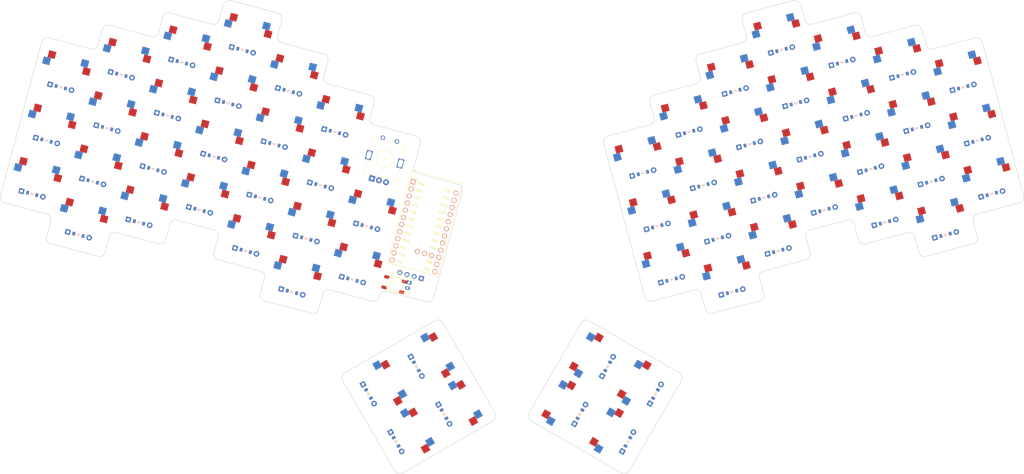
<source format=kicad_pcb>
(kicad_pcb (version 20171130) (host pcbnew 5.1.6)
  (title_block (title "v1") (rev "v1.0.0") (company "Unknown"))
  (layers (0 F.Cu signal) (31 B.Cu signal) (34 B.Paste user) (35 F.Paste user) (36 B.SilkS user) (37 F.SilkS user) (38 B.Mask user) (39 F.Mask user) (44 Edge.Cuts user))
  (net 0 "")
  (net 1 "pinkie_commands_home")
  (net 2 "pinkie_commands_top")
  (net 3 "pinkie_commands_number")
  (net 4 "pinky_bottom")
  (net 5 "pinky_home")
  (net 6 "pinky_top")
  (net 7 "pinky_number")
  (net 8 "ring_bottom")
  (net 9 "ring_home")
  (net 10 "ring_top")
  (net 11 "ring_number")
  (net 12 "middle_bottom")
  (net 13 "middle_home")
  (net 14 "middle_top")
  (net 15 "middle_number")
  (net 16 "index_0_bottom")
  (net 17 "index_0_home")
  (net 18 "index_0_top")
  (net 19 "index_0_number")
  (net 20 "index_1_bottom")
  (net 21 "index_1_home")
  (net 22 "index_1_top")
  (net 23 "index_1_number")
  (net 24 "index_commands_home")
  (net 25 "index_commands_top")
  (net 26 "left_bottom")
  (net 27 "left_top")
  (net 28 "right_bottom")
  (net 29 "right_top")
  (net 30 "mirror_pinkie_commands_home")
  (net 31 "mirror_pinkie_commands_top")
  (net 32 "mirror_pinkie_commands_number")
  (net 33 "mirror_pinky_bottom")
  (net 34 "mirror_pinky_home")
  (net 35 "mirror_pinky_top")
  (net 36 "mirror_pinky_number")
  (net 37 "mirror_ring_bottom")
  (net 38 "mirror_ring_home")
  (net 39 "mirror_ring_top")
  (net 40 "mirror_ring_number")
  (net 41 "mirror_middle_bottom")
  (net 42 "mirror_middle_home")
  (net 43 "mirror_middle_top")
  (net 44 "mirror_middle_number")
  (net 45 "mirror_index_0_bottom")
  (net 46 "mirror_index_0_home")
  (net 47 "mirror_index_0_top")
  (net 48 "mirror_index_0_number")
  (net 49 "mirror_index_1_bottom")
  (net 50 "mirror_index_1_home")
  (net 51 "mirror_index_1_top")
  (net 52 "mirror_index_1_number")
  (net 53 "mirror_index_commands_home")
  (net 54 "mirror_index_commands_top")
  (net 55 "mirror_index_commands_number")
  (net 56 "mirror_left_bottom")
  (net 57 "mirror_left_top")
  (net 58 "mirror_right_bottom")
  (net 59 "mirror_right_top")
  (net 60 "P1")
  (net 61 "GND")
  (net 62 "P2")
  (net 63 "RAW")
  (net 64 "RST")
  (net 65 "VCC")
  (net 66 "P21")
  (net 67 "P20")
  (net 68 "P19")
  (net 69 "P18")
  (net 70 "P15")
  (net 71 "P14")
  (net 72 "P16")
  (net 73 "P10")
  (net 74 "P0")
  (net 75 "P3")
  (net 76 "P4")
  (net 77 "P5")
  (net 78 "P6")
  (net 79 "P7")
  (net 80 "P8")
  (net 81 "P9")
  (net 82 "NN_101")
  (net 83 "NN_102")
  (net 84 "NN_107")
  (net 85 "EC_B7")
  (net 86 "EC_D5")
  (net 87 "EC_C7")
  (net 88 "EC_F1")
  (net 89 "EC_F0")
  (module MX (layer F.Cu) (at 37.3828133 102.44696579999999 -15)
    (fp_text reference "S1" hide)
    (fp_text value "" hide)
    (pad "" np_thru_hole circle (at 0 0) (size 3.9878 3.9878) (drill 3.9878) (layers *.Cu *.Mask))
    (pad "" np_thru_hole circle (at 5.08 0) (size 1.7018 1.7018) (drill 1.7018) (layers *.Cu *.Mask))
    (pad "" np_thru_hole circle (at -5.08 0) (size 1.7018 1.7018) (drill 1.7018) (layers *.Cu *.Mask))
    (pad "" np_thru_hole circle (at 2.54 -5.08) (size 3 3) (drill 3) (layers *.Cu *.Mask))
    (pad "" np_thru_hole circle (at -3.81 -2.54) (size 3 3) (drill 3) (layers *.Cu *.Mask))
    (pad 1 smd rect (at -7.085 -2.54 -15) (size 2.55 2.5) (layers B.Cu B.Paste B.Mask) (net 0 ""))
    (pad 2 smd rect (at 5.842 -5.08 -15) (size 2.55 2.5) (layers B.Cu B.Paste B.Mask) (net 1 "pinkie_commands_home"))
    (pad "" np_thru_hole circle (at -2.54 -5.08) (size 3 3) (drill 3) (layers *.Cu *.Mask))
    (pad "" np_thru_hole circle (at 3.81 -2.54) (size 3 3) (drill 3) (layers *.Cu *.Mask))
    (pad 1 smd rect (at 7.085 -2.54 -15) (size 2.55 2.5) (layers F.Cu F.Paste F.Mask) (net 0 ""))
    (pad 2 smd rect (at -5.842 -5.08 -15) (size 2.55 2.5) (layers F.Cu F.Paste F.Mask) (net 1 "pinkie_commands_home"))
  )
  (module MX (layer F.Cu) (at 42.300375200000005 84.09437509999998 -15)
    (fp_text reference "S2" hide)
    (fp_text value "" hide)
    (pad "" np_thru_hole circle (at 0 0) (size 3.9878 3.9878) (drill 3.9878) (layers *.Cu *.Mask))
    (pad "" np_thru_hole circle (at 5.08 0) (size 1.7018 1.7018) (drill 1.7018) (layers *.Cu *.Mask))
    (pad "" np_thru_hole circle (at -5.08 0) (size 1.7018 1.7018) (drill 1.7018) (layers *.Cu *.Mask))
    (pad "" np_thru_hole circle (at 2.54 -5.08) (size 3 3) (drill 3) (layers *.Cu *.Mask))
    (pad "" np_thru_hole circle (at -3.81 -2.54) (size 3 3) (drill 3) (layers *.Cu *.Mask))
    (pad 1 smd rect (at -7.085 -2.54 -15) (size 2.55 2.5) (layers B.Cu B.Paste B.Mask) (net 0 ""))
    (pad 2 smd rect (at 5.842 -5.08 -15) (size 2.55 2.5) (layers B.Cu B.Paste B.Mask) (net 2 "pinkie_commands_top"))
    (pad "" np_thru_hole circle (at -2.54 -5.08) (size 3 3) (drill 3) (layers *.Cu *.Mask))
    (pad "" np_thru_hole circle (at 3.81 -2.54) (size 3 3) (drill 3) (layers *.Cu *.Mask))
    (pad 1 smd rect (at 7.085 -2.54 -15) (size 2.55 2.5) (layers F.Cu F.Paste F.Mask) (net 0 ""))
    (pad 2 smd rect (at -5.842 -5.08 -15) (size 2.55 2.5) (layers F.Cu F.Paste F.Mask) (net 2 "pinkie_commands_top"))
  )
  (module MX (layer F.Cu) (at 47.21793710000001 65.74178439999997 -15)
    (fp_text reference "S3" hide)
    (fp_text value "" hide)
    (pad "" np_thru_hole circle (at 0 0) (size 3.9878 3.9878) (drill 3.9878) (layers *.Cu *.Mask))
    (pad "" np_thru_hole circle (at 5.08 0) (size 1.7018 1.7018) (drill 1.7018) (layers *.Cu *.Mask))
    (pad "" np_thru_hole circle (at -5.08 0) (size 1.7018 1.7018) (drill 1.7018) (layers *.Cu *.Mask))
    (pad "" np_thru_hole circle (at 2.54 -5.08) (size 3 3) (drill 3) (layers *.Cu *.Mask))
    (pad "" np_thru_hole circle (at -3.81 -2.54) (size 3 3) (drill 3) (layers *.Cu *.Mask))
    (pad 1 smd rect (at -7.085 -2.54 -15) (size 2.55 2.5) (layers B.Cu B.Paste B.Mask) (net 0 ""))
    (pad 2 smd rect (at 5.842 -5.08 -15) (size 2.55 2.5) (layers B.Cu B.Paste B.Mask) (net 3 "pinkie_commands_number"))
    (pad "" np_thru_hole circle (at -2.54 -5.08) (size 3 3) (drill 3) (layers *.Cu *.Mask))
    (pad "" np_thru_hole circle (at 3.81 -2.54) (size 3 3) (drill 3) (layers *.Cu *.Mask))
    (pad 1 smd rect (at 7.085 -2.54 -15) (size 2.55 2.5) (layers F.Cu F.Paste F.Mask) (net 0 ""))
    (pad 2 smd rect (at -5.842 -5.08 -15) (size 2.55 2.5) (layers F.Cu F.Paste F.Mask) (net 3 "pinkie_commands_number"))
  )
  (module MX (layer F.Cu) (at 53.2830935 116.5166749 -15)
    (fp_text reference "S4" hide)
    (fp_text value "" hide)
    (pad "" np_thru_hole circle (at 0 0) (size 3.9878 3.9878) (drill 3.9878) (layers *.Cu *.Mask))
    (pad "" np_thru_hole circle (at 5.08 0) (size 1.7018 1.7018) (drill 1.7018) (layers *.Cu *.Mask))
    (pad "" np_thru_hole circle (at -5.08 0) (size 1.7018 1.7018) (drill 1.7018) (layers *.Cu *.Mask))
    (pad "" np_thru_hole circle (at 2.54 -5.08) (size 3 3) (drill 3) (layers *.Cu *.Mask))
    (pad "" np_thru_hole circle (at -3.81 -2.54) (size 3 3) (drill 3) (layers *.Cu *.Mask))
    (pad 1 smd rect (at -7.085 -2.54 -15) (size 2.55 2.5) (layers B.Cu B.Paste B.Mask) (net 0 ""))
    (pad 2 smd rect (at 5.842 -5.08 -15) (size 2.55 2.5) (layers B.Cu B.Paste B.Mask) (net 4 "pinky_bottom"))
    (pad "" np_thru_hole circle (at -2.54 -5.08) (size 3 3) (drill 3) (layers *.Cu *.Mask))
    (pad "" np_thru_hole circle (at 3.81 -2.54) (size 3 3) (drill 3) (layers *.Cu *.Mask))
    (pad 1 smd rect (at 7.085 -2.54 -15) (size 2.55 2.5) (layers F.Cu F.Paste F.Mask) (net 0 ""))
    (pad 2 smd rect (at -5.842 -5.08 -15) (size 2.55 2.5) (layers F.Cu F.Paste F.Mask) (net 4 "pinky_bottom"))
  )
  (module MX (layer F.Cu) (at 58.2006554 98.16408419999999 -15)
    (fp_text reference "S5" hide)
    (fp_text value "" hide)
    (pad "" np_thru_hole circle (at 0 0) (size 3.9878 3.9878) (drill 3.9878) (layers *.Cu *.Mask))
    (pad "" np_thru_hole circle (at 5.08 0) (size 1.7018 1.7018) (drill 1.7018) (layers *.Cu *.Mask))
    (pad "" np_thru_hole circle (at -5.08 0) (size 1.7018 1.7018) (drill 1.7018) (layers *.Cu *.Mask))
    (pad "" np_thru_hole circle (at 2.54 -5.08) (size 3 3) (drill 3) (layers *.Cu *.Mask))
    (pad "" np_thru_hole circle (at -3.81 -2.54) (size 3 3) (drill 3) (layers *.Cu *.Mask))
    (pad 1 smd rect (at -7.085 -2.54 -15) (size 2.55 2.5) (layers B.Cu B.Paste B.Mask) (net 0 ""))
    (pad 2 smd rect (at 5.842 -5.08 -15) (size 2.55 2.5) (layers B.Cu B.Paste B.Mask) (net 5 "pinky_home"))
    (pad "" np_thru_hole circle (at -2.54 -5.08) (size 3 3) (drill 3) (layers *.Cu *.Mask))
    (pad "" np_thru_hole circle (at 3.81 -2.54) (size 3 3) (drill 3) (layers *.Cu *.Mask))
    (pad 1 smd rect (at 7.085 -2.54 -15) (size 2.55 2.5) (layers F.Cu F.Paste F.Mask) (net 0 ""))
    (pad 2 smd rect (at -5.842 -5.08 -15) (size 2.55 2.5) (layers F.Cu F.Paste F.Mask) (net 5 "pinky_home"))
  )
  (module MX (layer F.Cu) (at 63.118217300000005 79.81149349999998 -15)
    (fp_text reference "S6" hide)
    (fp_text value "" hide)
    (pad "" np_thru_hole circle (at 0 0) (size 3.9878 3.9878) (drill 3.9878) (layers *.Cu *.Mask))
    (pad "" np_thru_hole circle (at 5.08 0) (size 1.7018 1.7018) (drill 1.7018) (layers *.Cu *.Mask))
    (pad "" np_thru_hole circle (at -5.08 0) (size 1.7018 1.7018) (drill 1.7018) (layers *.Cu *.Mask))
    (pad "" np_thru_hole circle (at 2.54 -5.08) (size 3 3) (drill 3) (layers *.Cu *.Mask))
    (pad "" np_thru_hole circle (at -3.81 -2.54) (size 3 3) (drill 3) (layers *.Cu *.Mask))
    (pad 1 smd rect (at -7.085 -2.54 -15) (size 2.55 2.5) (layers B.Cu B.Paste B.Mask) (net 0 ""))
    (pad 2 smd rect (at 5.842 -5.08 -15) (size 2.55 2.5) (layers B.Cu B.Paste B.Mask) (net 6 "pinky_top"))
    (pad "" np_thru_hole circle (at -2.54 -5.08) (size 3 3) (drill 3) (layers *.Cu *.Mask))
    (pad "" np_thru_hole circle (at 3.81 -2.54) (size 3 3) (drill 3) (layers *.Cu *.Mask))
    (pad 1 smd rect (at 7.085 -2.54 -15) (size 2.55 2.5) (layers F.Cu F.Paste F.Mask) (net 0 ""))
    (pad 2 smd rect (at -5.842 -5.08 -15) (size 2.55 2.5) (layers F.Cu F.Paste F.Mask) (net 6 "pinky_top"))
  )
  (module MX (layer F.Cu) (at 68.03577920000001 61.45890279999998 -15)
    (fp_text reference "S7" hide)
    (fp_text value "" hide)
    (pad "" np_thru_hole circle (at 0 0) (size 3.9878 3.9878) (drill 3.9878) (layers *.Cu *.Mask))
    (pad "" np_thru_hole circle (at 5.08 0) (size 1.7018 1.7018) (drill 1.7018) (layers *.Cu *.Mask))
    (pad "" np_thru_hole circle (at -5.08 0) (size 1.7018 1.7018) (drill 1.7018) (layers *.Cu *.Mask))
    (pad "" np_thru_hole circle (at 2.54 -5.08) (size 3 3) (drill 3) (layers *.Cu *.Mask))
    (pad "" np_thru_hole circle (at -3.81 -2.54) (size 3 3) (drill 3) (layers *.Cu *.Mask))
    (pad 1 smd rect (at -7.085 -2.54 -15) (size 2.55 2.5) (layers B.Cu B.Paste B.Mask) (net 0 ""))
    (pad 2 smd rect (at 5.842 -5.08 -15) (size 2.55 2.5) (layers B.Cu B.Paste B.Mask) (net 7 "pinky_number"))
    (pad "" np_thru_hole circle (at -2.54 -5.08) (size 3 3) (drill 3) (layers *.Cu *.Mask))
    (pad "" np_thru_hole circle (at 3.81 -2.54) (size 3 3) (drill 3) (layers *.Cu *.Mask))
    (pad 1 smd rect (at 7.085 -2.54 -15) (size 2.55 2.5) (layers F.Cu F.Paste F.Mask) (net 0 ""))
    (pad 2 smd rect (at -5.842 -5.08 -15) (size 2.55 2.5) (layers F.Cu F.Paste F.Mask) (net 7 "pinky_number"))
  )
  (module MX (layer F.Cu) (at 74.1009356 112.23379320000001 -15)
    (fp_text reference "S8" hide)
    (fp_text value "" hide)
    (pad "" np_thru_hole circle (at 0 0) (size 3.9878 3.9878) (drill 3.9878) (layers *.Cu *.Mask))
    (pad "" np_thru_hole circle (at 5.08 0) (size 1.7018 1.7018) (drill 1.7018) (layers *.Cu *.Mask))
    (pad "" np_thru_hole circle (at -5.08 0) (size 1.7018 1.7018) (drill 1.7018) (layers *.Cu *.Mask))
    (pad "" np_thru_hole circle (at 2.54 -5.08) (size 3 3) (drill 3) (layers *.Cu *.Mask))
    (pad "" np_thru_hole circle (at -3.81 -2.54) (size 3 3) (drill 3) (layers *.Cu *.Mask))
    (pad 1 smd rect (at -7.085 -2.54 -15) (size 2.55 2.5) (layers B.Cu B.Paste B.Mask) (net 0 ""))
    (pad 2 smd rect (at 5.842 -5.08 -15) (size 2.55 2.5) (layers B.Cu B.Paste B.Mask) (net 8 "ring_bottom"))
    (pad "" np_thru_hole circle (at -2.54 -5.08) (size 3 3) (drill 3) (layers *.Cu *.Mask))
    (pad "" np_thru_hole circle (at 3.81 -2.54) (size 3 3) (drill 3) (layers *.Cu *.Mask))
    (pad 1 smd rect (at 7.085 -2.54 -15) (size 2.55 2.5) (layers F.Cu F.Paste F.Mask) (net 0 ""))
    (pad 2 smd rect (at -5.842 -5.08 -15) (size 2.55 2.5) (layers F.Cu F.Paste F.Mask) (net 8 "ring_bottom"))
  )
  (module MX (layer F.Cu) (at 79.0184975 93.8812025 -15)
    (fp_text reference "S9" hide)
    (fp_text value "" hide)
    (pad "" np_thru_hole circle (at 0 0) (size 3.9878 3.9878) (drill 3.9878) (layers *.Cu *.Mask))
    (pad "" np_thru_hole circle (at 5.08 0) (size 1.7018 1.7018) (drill 1.7018) (layers *.Cu *.Mask))
    (pad "" np_thru_hole circle (at -5.08 0) (size 1.7018 1.7018) (drill 1.7018) (layers *.Cu *.Mask))
    (pad "" np_thru_hole circle (at 2.54 -5.08) (size 3 3) (drill 3) (layers *.Cu *.Mask))
    (pad "" np_thru_hole circle (at -3.81 -2.54) (size 3 3) (drill 3) (layers *.Cu *.Mask))
    (pad 1 smd rect (at -7.085 -2.54 -15) (size 2.55 2.5) (layers B.Cu B.Paste B.Mask) (net 0 ""))
    (pad 2 smd rect (at 5.842 -5.08 -15) (size 2.55 2.5) (layers B.Cu B.Paste B.Mask) (net 9 "ring_home"))
    (pad "" np_thru_hole circle (at -2.54 -5.08) (size 3 3) (drill 3) (layers *.Cu *.Mask))
    (pad "" np_thru_hole circle (at 3.81 -2.54) (size 3 3) (drill 3) (layers *.Cu *.Mask))
    (pad 1 smd rect (at 7.085 -2.54 -15) (size 2.55 2.5) (layers F.Cu F.Paste F.Mask) (net 0 ""))
    (pad 2 smd rect (at -5.842 -5.08 -15) (size 2.55 2.5) (layers F.Cu F.Paste F.Mask) (net 9 "ring_home"))
  )
  (module MX (layer F.Cu) (at 83.93605939999999 75.5286118 -15)
    (fp_text reference "S10" hide)
    (fp_text value "" hide)
    (pad "" np_thru_hole circle (at 0 0) (size 3.9878 3.9878) (drill 3.9878) (layers *.Cu *.Mask))
    (pad "" np_thru_hole circle (at 5.08 0) (size 1.7018 1.7018) (drill 1.7018) (layers *.Cu *.Mask))
    (pad "" np_thru_hole circle (at -5.08 0) (size 1.7018 1.7018) (drill 1.7018) (layers *.Cu *.Mask))
    (pad "" np_thru_hole circle (at 2.54 -5.08) (size 3 3) (drill 3) (layers *.Cu *.Mask))
    (pad "" np_thru_hole circle (at -3.81 -2.54) (size 3 3) (drill 3) (layers *.Cu *.Mask))
    (pad 1 smd rect (at -7.085 -2.54 -15) (size 2.55 2.5) (layers B.Cu B.Paste B.Mask) (net 0 ""))
    (pad 2 smd rect (at 5.842 -5.08 -15) (size 2.55 2.5) (layers B.Cu B.Paste B.Mask) (net 10 "ring_top"))
    (pad "" np_thru_hole circle (at -2.54 -5.08) (size 3 3) (drill 3) (layers *.Cu *.Mask))
    (pad "" np_thru_hole circle (at 3.81 -2.54) (size 3 3) (drill 3) (layers *.Cu *.Mask))
    (pad 1 smd rect (at 7.085 -2.54 -15) (size 2.55 2.5) (layers F.Cu F.Paste F.Mask) (net 0 ""))
    (pad 2 smd rect (at -5.842 -5.08 -15) (size 2.55 2.5) (layers F.Cu F.Paste F.Mask) (net 10 "ring_top"))
  )
  (module MX (layer F.Cu) (at 88.85362129999999 57.17602109999999 -15)
    (fp_text reference "S11" hide)
    (fp_text value "" hide)
    (pad "" np_thru_hole circle (at 0 0) (size 3.9878 3.9878) (drill 3.9878) (layers *.Cu *.Mask))
    (pad "" np_thru_hole circle (at 5.08 0) (size 1.7018 1.7018) (drill 1.7018) (layers *.Cu *.Mask))
    (pad "" np_thru_hole circle (at -5.08 0) (size 1.7018 1.7018) (drill 1.7018) (layers *.Cu *.Mask))
    (pad "" np_thru_hole circle (at 2.54 -5.08) (size 3 3) (drill 3) (layers *.Cu *.Mask))
    (pad "" np_thru_hole circle (at -3.81 -2.54) (size 3 3) (drill 3) (layers *.Cu *.Mask))
    (pad 1 smd rect (at -7.085 -2.54 -15) (size 2.55 2.5) (layers B.Cu B.Paste B.Mask) (net 0 ""))
    (pad 2 smd rect (at 5.842 -5.08 -15) (size 2.55 2.5) (layers B.Cu B.Paste B.Mask) (net 11 "ring_number"))
    (pad "" np_thru_hole circle (at -2.54 -5.08) (size 3 3) (drill 3) (layers *.Cu *.Mask))
    (pad "" np_thru_hole circle (at 3.81 -2.54) (size 3 3) (drill 3) (layers *.Cu *.Mask))
    (pad 1 smd rect (at 7.085 -2.54 -15) (size 2.55 2.5) (layers F.Cu F.Paste F.Mask) (net 0 ""))
    (pad 2 smd rect (at -5.842 -5.08 -15) (size 2.55 2.5) (layers F.Cu F.Paste F.Mask) (net 11 "ring_number"))
  )
  (module MX (layer F.Cu) (at 94.9187777 107.9509116 -15)
    (fp_text reference "S12" hide)
    (fp_text value "" hide)
    (pad "" np_thru_hole circle (at 0 0) (size 3.9878 3.9878) (drill 3.9878) (layers *.Cu *.Mask))
    (pad "" np_thru_hole circle (at 5.08 0) (size 1.7018 1.7018) (drill 1.7018) (layers *.Cu *.Mask))
    (pad "" np_thru_hole circle (at -5.08 0) (size 1.7018 1.7018) (drill 1.7018) (layers *.Cu *.Mask))
    (pad "" np_thru_hole circle (at 2.54 -5.08) (size 3 3) (drill 3) (layers *.Cu *.Mask))
    (pad "" np_thru_hole circle (at -3.81 -2.54) (size 3 3) (drill 3) (layers *.Cu *.Mask))
    (pad 1 smd rect (at -7.085 -2.54 -15) (size 2.55 2.5) (layers B.Cu B.Paste B.Mask) (net 0 ""))
    (pad 2 smd rect (at 5.842 -5.08 -15) (size 2.55 2.5) (layers B.Cu B.Paste B.Mask) (net 12 "middle_bottom"))
    (pad "" np_thru_hole circle (at -2.54 -5.08) (size 3 3) (drill 3) (layers *.Cu *.Mask))
    (pad "" np_thru_hole circle (at 3.81 -2.54) (size 3 3) (drill 3) (layers *.Cu *.Mask))
    (pad 1 smd rect (at 7.085 -2.54 -15) (size 2.55 2.5) (layers F.Cu F.Paste F.Mask) (net 0 ""))
    (pad 2 smd rect (at -5.842 -5.08 -15) (size 2.55 2.5) (layers F.Cu F.Paste F.Mask) (net 12 "middle_bottom"))
  )
  (module MX (layer F.Cu) (at 99.8363396 89.5983209 -15)
    (fp_text reference "S13" hide)
    (fp_text value "" hide)
    (pad "" np_thru_hole circle (at 0 0) (size 3.9878 3.9878) (drill 3.9878) (layers *.Cu *.Mask))
    (pad "" np_thru_hole circle (at 5.08 0) (size 1.7018 1.7018) (drill 1.7018) (layers *.Cu *.Mask))
    (pad "" np_thru_hole circle (at -5.08 0) (size 1.7018 1.7018) (drill 1.7018) (layers *.Cu *.Mask))
    (pad "" np_thru_hole circle (at 2.54 -5.08) (size 3 3) (drill 3) (layers *.Cu *.Mask))
    (pad "" np_thru_hole circle (at -3.81 -2.54) (size 3 3) (drill 3) (layers *.Cu *.Mask))
    (pad 1 smd rect (at -7.085 -2.54 -15) (size 2.55 2.5) (layers B.Cu B.Paste B.Mask) (net 0 ""))
    (pad 2 smd rect (at 5.842 -5.08 -15) (size 2.55 2.5) (layers B.Cu B.Paste B.Mask) (net 13 "middle_home"))
    (pad "" np_thru_hole circle (at -2.54 -5.08) (size 3 3) (drill 3) (layers *.Cu *.Mask))
    (pad "" np_thru_hole circle (at 3.81 -2.54) (size 3 3) (drill 3) (layers *.Cu *.Mask))
    (pad 1 smd rect (at 7.085 -2.54 -15) (size 2.55 2.5) (layers F.Cu F.Paste F.Mask) (net 0 ""))
    (pad 2 smd rect (at -5.842 -5.08 -15) (size 2.55 2.5) (layers F.Cu F.Paste F.Mask) (net 13 "middle_home"))
  )
  (module MX (layer F.Cu) (at 104.7539015 71.2457302 -15)
    (fp_text reference "S14" hide)
    (fp_text value "" hide)
    (pad "" np_thru_hole circle (at 0 0) (size 3.9878 3.9878) (drill 3.9878) (layers *.Cu *.Mask))
    (pad "" np_thru_hole circle (at 5.08 0) (size 1.7018 1.7018) (drill 1.7018) (layers *.Cu *.Mask))
    (pad "" np_thru_hole circle (at -5.08 0) (size 1.7018 1.7018) (drill 1.7018) (layers *.Cu *.Mask))
    (pad "" np_thru_hole circle (at 2.54 -5.08) (size 3 3) (drill 3) (layers *.Cu *.Mask))
    (pad "" np_thru_hole circle (at -3.81 -2.54) (size 3 3) (drill 3) (layers *.Cu *.Mask))
    (pad 1 smd rect (at -7.085 -2.54 -15) (size 2.55 2.5) (layers B.Cu B.Paste B.Mask) (net 0 ""))
    (pad 2 smd rect (at 5.842 -5.08 -15) (size 2.55 2.5) (layers B.Cu B.Paste B.Mask) (net 14 "middle_top"))
    (pad "" np_thru_hole circle (at -2.54 -5.08) (size 3 3) (drill 3) (layers *.Cu *.Mask))
    (pad "" np_thru_hole circle (at 3.81 -2.54) (size 3 3) (drill 3) (layers *.Cu *.Mask))
    (pad 1 smd rect (at 7.085 -2.54 -15) (size 2.55 2.5) (layers F.Cu F.Paste F.Mask) (net 0 ""))
    (pad 2 smd rect (at -5.842 -5.08 -15) (size 2.55 2.5) (layers F.Cu F.Paste F.Mask) (net 14 "middle_top"))
  )
  (module MX (layer F.Cu) (at 109.6714634 52.8931395 -15)
    (fp_text reference "S15" hide)
    (fp_text value "" hide)
    (pad "" np_thru_hole circle (at 0 0) (size 3.9878 3.9878) (drill 3.9878) (layers *.Cu *.Mask))
    (pad "" np_thru_hole circle (at 5.08 0) (size 1.7018 1.7018) (drill 1.7018) (layers *.Cu *.Mask))
    (pad "" np_thru_hole circle (at -5.08 0) (size 1.7018 1.7018) (drill 1.7018) (layers *.Cu *.Mask))
    (pad "" np_thru_hole circle (at 2.54 -5.08) (size 3 3) (drill 3) (layers *.Cu *.Mask))
    (pad "" np_thru_hole circle (at -3.81 -2.54) (size 3 3) (drill 3) (layers *.Cu *.Mask))
    (pad 1 smd rect (at -7.085 -2.54 -15) (size 2.55 2.5) (layers B.Cu B.Paste B.Mask) (net 0 ""))
    (pad 2 smd rect (at 5.842 -5.08 -15) (size 2.55 2.5) (layers B.Cu B.Paste B.Mask) (net 15 "middle_number"))
    (pad "" np_thru_hole circle (at -2.54 -5.08) (size 3 3) (drill 3) (layers *.Cu *.Mask))
    (pad "" np_thru_hole circle (at 3.81 -2.54) (size 3 3) (drill 3) (layers *.Cu *.Mask))
    (pad 1 smd rect (at 7.085 -2.54 -15) (size 2.55 2.5) (layers F.Cu F.Paste F.Mask) (net 0 ""))
    (pad 2 smd rect (at -5.842 -5.08 -15) (size 2.55 2.5) (layers F.Cu F.Paste F.Mask) (net 15 "middle_number"))
  )
  (module MX (layer F.Cu) (at 110.806117 122.0689169 -15)
    (fp_text reference "S16" hide)
    (fp_text value "" hide)
    (pad "" np_thru_hole circle (at 0 0) (size 3.9878 3.9878) (drill 3.9878) (layers *.Cu *.Mask))
    (pad "" np_thru_hole circle (at 5.08 0) (size 1.7018 1.7018) (drill 1.7018) (layers *.Cu *.Mask))
    (pad "" np_thru_hole circle (at -5.08 0) (size 1.7018 1.7018) (drill 1.7018) (layers *.Cu *.Mask))
    (pad "" np_thru_hole circle (at 2.54 -5.08) (size 3 3) (drill 3) (layers *.Cu *.Mask))
    (pad "" np_thru_hole circle (at -3.81 -2.54) (size 3 3) (drill 3) (layers *.Cu *.Mask))
    (pad 1 smd rect (at -7.085 -2.54 -15) (size 2.55 2.5) (layers B.Cu B.Paste B.Mask) (net 0 ""))
    (pad 2 smd rect (at 5.842 -5.08 -15) (size 2.55 2.5) (layers B.Cu B.Paste B.Mask) (net 16 "index_0_bottom"))
    (pad "" np_thru_hole circle (at -2.54 -5.08) (size 3 3) (drill 3) (layers *.Cu *.Mask))
    (pad "" np_thru_hole circle (at 3.81 -2.54) (size 3 3) (drill 3) (layers *.Cu *.Mask))
    (pad 1 smd rect (at 7.085 -2.54 -15) (size 2.55 2.5) (layers F.Cu F.Paste F.Mask) (net 0 ""))
    (pad 2 smd rect (at -5.842 -5.08 -15) (size 2.55 2.5) (layers F.Cu F.Paste F.Mask) (net 16 "index_0_bottom"))
  )
  (module MX (layer F.Cu) (at 115.7236789 103.7163262 -15)
    (fp_text reference "S17" hide)
    (fp_text value "" hide)
    (pad "" np_thru_hole circle (at 0 0) (size 3.9878 3.9878) (drill 3.9878) (layers *.Cu *.Mask))
    (pad "" np_thru_hole circle (at 5.08 0) (size 1.7018 1.7018) (drill 1.7018) (layers *.Cu *.Mask))
    (pad "" np_thru_hole circle (at -5.08 0) (size 1.7018 1.7018) (drill 1.7018) (layers *.Cu *.Mask))
    (pad "" np_thru_hole circle (at 2.54 -5.08) (size 3 3) (drill 3) (layers *.Cu *.Mask))
    (pad "" np_thru_hole circle (at -3.81 -2.54) (size 3 3) (drill 3) (layers *.Cu *.Mask))
    (pad 1 smd rect (at -7.085 -2.54 -15) (size 2.55 2.5) (layers B.Cu B.Paste B.Mask) (net 0 ""))
    (pad 2 smd rect (at 5.842 -5.08 -15) (size 2.55 2.5) (layers B.Cu B.Paste B.Mask) (net 17 "index_0_home"))
    (pad "" np_thru_hole circle (at -2.54 -5.08) (size 3 3) (drill 3) (layers *.Cu *.Mask))
    (pad "" np_thru_hole circle (at 3.81 -2.54) (size 3 3) (drill 3) (layers *.Cu *.Mask))
    (pad 1 smd rect (at 7.085 -2.54 -15) (size 2.55 2.5) (layers F.Cu F.Paste F.Mask) (net 0 ""))
    (pad 2 smd rect (at -5.842 -5.08 -15) (size 2.55 2.5) (layers F.Cu F.Paste F.Mask) (net 17 "index_0_home"))
  )
  (module MX (layer F.Cu) (at 120.64124079999999 85.36373549999999 -15)
    (fp_text reference "S18" hide)
    (fp_text value "" hide)
    (pad "" np_thru_hole circle (at 0 0) (size 3.9878 3.9878) (drill 3.9878) (layers *.Cu *.Mask))
    (pad "" np_thru_hole circle (at 5.08 0) (size 1.7018 1.7018) (drill 1.7018) (layers *.Cu *.Mask))
    (pad "" np_thru_hole circle (at -5.08 0) (size 1.7018 1.7018) (drill 1.7018) (layers *.Cu *.Mask))
    (pad "" np_thru_hole circle (at 2.54 -5.08) (size 3 3) (drill 3) (layers *.Cu *.Mask))
    (pad "" np_thru_hole circle (at -3.81 -2.54) (size 3 3) (drill 3) (layers *.Cu *.Mask))
    (pad 1 smd rect (at -7.085 -2.54 -15) (size 2.55 2.5) (layers B.Cu B.Paste B.Mask) (net 0 ""))
    (pad 2 smd rect (at 5.842 -5.08 -15) (size 2.55 2.5) (layers B.Cu B.Paste B.Mask) (net 18 "index_0_top"))
    (pad "" np_thru_hole circle (at -2.54 -5.08) (size 3 3) (drill 3) (layers *.Cu *.Mask))
    (pad "" np_thru_hole circle (at 3.81 -2.54) (size 3 3) (drill 3) (layers *.Cu *.Mask))
    (pad 1 smd rect (at 7.085 -2.54 -15) (size 2.55 2.5) (layers F.Cu F.Paste F.Mask) (net 0 ""))
    (pad 2 smd rect (at -5.842 -5.08 -15) (size 2.55 2.5) (layers F.Cu F.Paste F.Mask) (net 18 "index_0_top"))
  )
  (module MX (layer F.Cu) (at 125.55880269999999 67.01114479999998 -15)
    (fp_text reference "S19" hide)
    (fp_text value "" hide)
    (pad "" np_thru_hole circle (at 0 0) (size 3.9878 3.9878) (drill 3.9878) (layers *.Cu *.Mask))
    (pad "" np_thru_hole circle (at 5.08 0) (size 1.7018 1.7018) (drill 1.7018) (layers *.Cu *.Mask))
    (pad "" np_thru_hole circle (at -5.08 0) (size 1.7018 1.7018) (drill 1.7018) (layers *.Cu *.Mask))
    (pad "" np_thru_hole circle (at 2.54 -5.08) (size 3 3) (drill 3) (layers *.Cu *.Mask))
    (pad "" np_thru_hole circle (at -3.81 -2.54) (size 3 3) (drill 3) (layers *.Cu *.Mask))
    (pad 1 smd rect (at -7.085 -2.54 -15) (size 2.55 2.5) (layers B.Cu B.Paste B.Mask) (net 0 ""))
    (pad 2 smd rect (at 5.842 -5.08 -15) (size 2.55 2.5) (layers B.Cu B.Paste B.Mask) (net 19 "index_0_number"))
    (pad "" np_thru_hole circle (at -2.54 -5.08) (size 3 3) (drill 3) (layers *.Cu *.Mask))
    (pad "" np_thru_hole circle (at 3.81 -2.54) (size 3 3) (drill 3) (layers *.Cu *.Mask))
    (pad 1 smd rect (at 7.085 -2.54 -15) (size 2.55 2.5) (layers F.Cu F.Paste F.Mask) (net 0 ""))
    (pad 2 smd rect (at -5.842 -5.08 -15) (size 2.55 2.5) (layers F.Cu F.Paste F.Mask) (net 19 "index_0_number"))
  )
  (module MX (layer F.Cu) (at 126.6934563 136.1869223 -15)
    (fp_text reference "S20" hide)
    (fp_text value "" hide)
    (pad "" np_thru_hole circle (at 0 0) (size 3.9878 3.9878) (drill 3.9878) (layers *.Cu *.Mask))
    (pad "" np_thru_hole circle (at 5.08 0) (size 1.7018 1.7018) (drill 1.7018) (layers *.Cu *.Mask))
    (pad "" np_thru_hole circle (at -5.08 0) (size 1.7018 1.7018) (drill 1.7018) (layers *.Cu *.Mask))
    (pad "" np_thru_hole circle (at 2.54 -5.08) (size 3 3) (drill 3) (layers *.Cu *.Mask))
    (pad "" np_thru_hole circle (at -3.81 -2.54) (size 3 3) (drill 3) (layers *.Cu *.Mask))
    (pad 1 smd rect (at -7.085 -2.54 -15) (size 2.55 2.5) (layers B.Cu B.Paste B.Mask) (net 0 ""))
    (pad 2 smd rect (at 5.842 -5.08 -15) (size 2.55 2.5) (layers B.Cu B.Paste B.Mask) (net 20 "index_1_bottom"))
    (pad "" np_thru_hole circle (at -2.54 -5.08) (size 3 3) (drill 3) (layers *.Cu *.Mask))
    (pad "" np_thru_hole circle (at 3.81 -2.54) (size 3 3) (drill 3) (layers *.Cu *.Mask))
    (pad 1 smd rect (at 7.085 -2.54 -15) (size 2.55 2.5) (layers F.Cu F.Paste F.Mask) (net 0 ""))
    (pad 2 smd rect (at -5.842 -5.08 -15) (size 2.55 2.5) (layers F.Cu F.Paste F.Mask) (net 20 "index_1_bottom"))
  )
  (module MX (layer F.Cu) (at 131.6110182 117.83433159999998 -15)
    (fp_text reference "S21" hide)
    (fp_text value "" hide)
    (pad "" np_thru_hole circle (at 0 0) (size 3.9878 3.9878) (drill 3.9878) (layers *.Cu *.Mask))
    (pad "" np_thru_hole circle (at 5.08 0) (size 1.7018 1.7018) (drill 1.7018) (layers *.Cu *.Mask))
    (pad "" np_thru_hole circle (at -5.08 0) (size 1.7018 1.7018) (drill 1.7018) (layers *.Cu *.Mask))
    (pad "" np_thru_hole circle (at 2.54 -5.08) (size 3 3) (drill 3) (layers *.Cu *.Mask))
    (pad "" np_thru_hole circle (at -3.81 -2.54) (size 3 3) (drill 3) (layers *.Cu *.Mask))
    (pad 1 smd rect (at -7.085 -2.54 -15) (size 2.55 2.5) (layers B.Cu B.Paste B.Mask) (net 0 ""))
    (pad 2 smd rect (at 5.842 -5.08 -15) (size 2.55 2.5) (layers B.Cu B.Paste B.Mask) (net 21 "index_1_home"))
    (pad "" np_thru_hole circle (at -2.54 -5.08) (size 3 3) (drill 3) (layers *.Cu *.Mask))
    (pad "" np_thru_hole circle (at 3.81 -2.54) (size 3 3) (drill 3) (layers *.Cu *.Mask))
    (pad 1 smd rect (at 7.085 -2.54 -15) (size 2.55 2.5) (layers F.Cu F.Paste F.Mask) (net 0 ""))
    (pad 2 smd rect (at -5.842 -5.08 -15) (size 2.55 2.5) (layers F.Cu F.Paste F.Mask) (net 21 "index_1_home"))
  )
  (module MX (layer F.Cu) (at 136.5285801 99.48174089999998 -15)
    (fp_text reference "S22" hide)
    (fp_text value "" hide)
    (pad "" np_thru_hole circle (at 0 0) (size 3.9878 3.9878) (drill 3.9878) (layers *.Cu *.Mask))
    (pad "" np_thru_hole circle (at 5.08 0) (size 1.7018 1.7018) (drill 1.7018) (layers *.Cu *.Mask))
    (pad "" np_thru_hole circle (at -5.08 0) (size 1.7018 1.7018) (drill 1.7018) (layers *.Cu *.Mask))
    (pad "" np_thru_hole circle (at 2.54 -5.08) (size 3 3) (drill 3) (layers *.Cu *.Mask))
    (pad "" np_thru_hole circle (at -3.81 -2.54) (size 3 3) (drill 3) (layers *.Cu *.Mask))
    (pad 1 smd rect (at -7.085 -2.54 -15) (size 2.55 2.5) (layers B.Cu B.Paste B.Mask) (net 0 ""))
    (pad 2 smd rect (at 5.842 -5.08 -15) (size 2.55 2.5) (layers B.Cu B.Paste B.Mask) (net 22 "index_1_top"))
    (pad "" np_thru_hole circle (at -2.54 -5.08) (size 3 3) (drill 3) (layers *.Cu *.Mask))
    (pad "" np_thru_hole circle (at 3.81 -2.54) (size 3 3) (drill 3) (layers *.Cu *.Mask))
    (pad 1 smd rect (at 7.085 -2.54 -15) (size 2.55 2.5) (layers F.Cu F.Paste F.Mask) (net 0 ""))
    (pad 2 smd rect (at -5.842 -5.08 -15) (size 2.55 2.5) (layers F.Cu F.Paste F.Mask) (net 22 "index_1_top"))
  )
  (module MX (layer F.Cu) (at 141.446142 81.12915019999997 -15)
    (fp_text reference "S23" hide)
    (fp_text value "" hide)
    (pad "" np_thru_hole circle (at 0 0) (size 3.9878 3.9878) (drill 3.9878) (layers *.Cu *.Mask))
    (pad "" np_thru_hole circle (at 5.08 0) (size 1.7018 1.7018) (drill 1.7018) (layers *.Cu *.Mask))
    (pad "" np_thru_hole circle (at -5.08 0) (size 1.7018 1.7018) (drill 1.7018) (layers *.Cu *.Mask))
    (pad "" np_thru_hole circle (at 2.54 -5.08) (size 3 3) (drill 3) (layers *.Cu *.Mask))
    (pad "" np_thru_hole circle (at -3.81 -2.54) (size 3 3) (drill 3) (layers *.Cu *.Mask))
    (pad 1 smd rect (at -7.085 -2.54 -15) (size 2.55 2.5) (layers B.Cu B.Paste B.Mask) (net 0 ""))
    (pad 2 smd rect (at 5.842 -5.08 -15) (size 2.55 2.5) (layers B.Cu B.Paste B.Mask) (net 23 "index_1_number"))
    (pad "" np_thru_hole circle (at -2.54 -5.08) (size 3 3) (drill 3) (layers *.Cu *.Mask))
    (pad "" np_thru_hole circle (at 3.81 -2.54) (size 3 3) (drill 3) (layers *.Cu *.Mask))
    (pad 1 smd rect (at 7.085 -2.54 -15) (size 2.55 2.5) (layers F.Cu F.Paste F.Mask) (net 0 ""))
    (pad 2 smd rect (at -5.842 -5.08 -15) (size 2.55 2.5) (layers F.Cu F.Paste F.Mask) (net 23 "index_1_number"))
  )
  (module MX (layer F.Cu) (at 147.4983575 131.95233689999998 -15)
    (fp_text reference "S24" hide)
    (fp_text value "" hide)
    (pad "" np_thru_hole circle (at 0 0) (size 3.9878 3.9878) (drill 3.9878) (layers *.Cu *.Mask))
    (pad "" np_thru_hole circle (at 5.08 0) (size 1.7018 1.7018) (drill 1.7018) (layers *.Cu *.Mask))
    (pad "" np_thru_hole circle (at -5.08 0) (size 1.7018 1.7018) (drill 1.7018) (layers *.Cu *.Mask))
    (pad "" np_thru_hole circle (at 2.54 -5.08) (size 3 3) (drill 3) (layers *.Cu *.Mask))
    (pad "" np_thru_hole circle (at -3.81 -2.54) (size 3 3) (drill 3) (layers *.Cu *.Mask))
    (pad 1 smd rect (at -7.085 -2.54 -15) (size 2.55 2.5) (layers B.Cu B.Paste B.Mask) (net 0 ""))
    (pad 2 smd rect (at 5.842 -5.08 -15) (size 2.55 2.5) (layers B.Cu B.Paste B.Mask) (net 24 "index_commands_home"))
    (pad "" np_thru_hole circle (at -2.54 -5.08) (size 3 3) (drill 3) (layers *.Cu *.Mask))
    (pad "" np_thru_hole circle (at 3.81 -2.54) (size 3 3) (drill 3) (layers *.Cu *.Mask))
    (pad 1 smd rect (at 7.085 -2.54 -15) (size 2.55 2.5) (layers F.Cu F.Paste F.Mask) (net 0 ""))
    (pad 2 smd rect (at -5.842 -5.08 -15) (size 2.55 2.5) (layers F.Cu F.Paste F.Mask) (net 24 "index_commands_home"))
  )
  (module MX (layer F.Cu) (at 152.4159194 113.59974619999997 -15)
    (fp_text reference "S25" hide)
    (fp_text value "" hide)
    (pad "" np_thru_hole circle (at 0 0) (size 3.9878 3.9878) (drill 3.9878) (layers *.Cu *.Mask))
    (pad "" np_thru_hole circle (at 5.08 0) (size 1.7018 1.7018) (drill 1.7018) (layers *.Cu *.Mask))
    (pad "" np_thru_hole circle (at -5.08 0) (size 1.7018 1.7018) (drill 1.7018) (layers *.Cu *.Mask))
    (pad "" np_thru_hole circle (at 2.54 -5.08) (size 3 3) (drill 3) (layers *.Cu *.Mask))
    (pad "" np_thru_hole circle (at -3.81 -2.54) (size 3 3) (drill 3) (layers *.Cu *.Mask))
    (pad 1 smd rect (at -7.085 -2.54 -15) (size 2.55 2.5) (layers B.Cu B.Paste B.Mask) (net 0 ""))
    (pad 2 smd rect (at 5.842 -5.08 -15) (size 2.55 2.5) (layers B.Cu B.Paste B.Mask) (net 25 "index_commands_top"))
    (pad "" np_thru_hole circle (at -2.54 -5.08) (size 3 3) (drill 3) (layers *.Cu *.Mask))
    (pad "" np_thru_hole circle (at 3.81 -2.54) (size 3 3) (drill 3) (layers *.Cu *.Mask))
    (pad 1 smd rect (at 7.085 -2.54 -15) (size 2.55 2.5) (layers F.Cu F.Paste F.Mask) (net 0 ""))
    (pad 2 smd rect (at -5.842 -5.08 -15) (size 2.55 2.5) (layers F.Cu F.Paste F.Mask) (net 25 "index_commands_top"))
  )
  (module MX (layer F.Cu) (at 156.0511798 173.6363174 -60)
    (fp_text reference "S26" hide)
    (fp_text value "" hide)
    (pad "" np_thru_hole circle (at 0 0) (size 3.9878 3.9878) (drill 3.9878) (layers *.Cu *.Mask))
    (pad "" np_thru_hole circle (at 5.08 0) (size 1.7018 1.7018) (drill 1.7018) (layers *.Cu *.Mask))
    (pad "" np_thru_hole circle (at -5.08 0) (size 1.7018 1.7018) (drill 1.7018) (layers *.Cu *.Mask))
    (pad "" np_thru_hole circle (at 2.54 -5.08) (size 3 3) (drill 3) (layers *.Cu *.Mask))
    (pad "" np_thru_hole circle (at -3.81 -2.54) (size 3 3) (drill 3) (layers *.Cu *.Mask))
    (pad 1 smd rect (at -7.085 -2.54 -60) (size 2.55 2.5) (layers B.Cu B.Paste B.Mask) (net 0 ""))
    (pad 2 smd rect (at 5.842 -5.08 -60) (size 2.55 2.5) (layers B.Cu B.Paste B.Mask) (net 26 "left_bottom"))
    (pad "" np_thru_hole circle (at -2.54 -5.08) (size 3 3) (drill 3) (layers *.Cu *.Mask))
    (pad "" np_thru_hole circle (at 3.81 -2.54) (size 3 3) (drill 3) (layers *.Cu *.Mask))
    (pad 1 smd rect (at 7.085 -2.54 -60) (size 2.55 2.5) (layers F.Cu F.Paste F.Mask) (net 0 ""))
    (pad 2 smd rect (at -5.842 -5.08 -60) (size 2.55 2.5) (layers F.Cu F.Paste F.Mask) (net 26 "left_bottom"))
  )
  (module MX (layer F.Cu) (at 172.5056625 164.1363174 -60)
    (fp_text reference "S27" hide)
    (fp_text value "" hide)
    (pad "" np_thru_hole circle (at 0 0) (size 3.9878 3.9878) (drill 3.9878) (layers *.Cu *.Mask))
    (pad "" np_thru_hole circle (at 5.08 0) (size 1.7018 1.7018) (drill 1.7018) (layers *.Cu *.Mask))
    (pad "" np_thru_hole circle (at -5.08 0) (size 1.7018 1.7018) (drill 1.7018) (layers *.Cu *.Mask))
    (pad "" np_thru_hole circle (at 2.54 -5.08) (size 3 3) (drill 3) (layers *.Cu *.Mask))
    (pad "" np_thru_hole circle (at -3.81 -2.54) (size 3 3) (drill 3) (layers *.Cu *.Mask))
    (pad 1 smd rect (at -7.085 -2.54 -60) (size 2.55 2.5) (layers B.Cu B.Paste B.Mask) (net 0 ""))
    (pad 2 smd rect (at 5.842 -5.08 -60) (size 2.55 2.5) (layers B.Cu B.Paste B.Mask) (net 27 "left_top"))
    (pad "" np_thru_hole circle (at -2.54 -5.08) (size 3 3) (drill 3) (layers *.Cu *.Mask))
    (pad "" np_thru_hole circle (at 3.81 -2.54) (size 3 3) (drill 3) (layers *.Cu *.Mask))
    (pad 1 smd rect (at 7.085 -2.54 -60) (size 2.55 2.5) (layers F.Cu F.Paste F.Mask) (net 0 ""))
    (pad 2 smd rect (at -5.842 -5.08 -60) (size 2.55 2.5) (layers F.Cu F.Paste F.Mask) (net 27 "left_top"))
  )
  (module MX (layer F.Cu) (at 165.5511798 190.0908001 -60)
    (fp_text reference "S28" hide)
    (fp_text value "" hide)
    (pad "" np_thru_hole circle (at 0 0) (size 3.9878 3.9878) (drill 3.9878) (layers *.Cu *.Mask))
    (pad "" np_thru_hole circle (at 5.08 0) (size 1.7018 1.7018) (drill 1.7018) (layers *.Cu *.Mask))
    (pad "" np_thru_hole circle (at -5.08 0) (size 1.7018 1.7018) (drill 1.7018) (layers *.Cu *.Mask))
    (pad "" np_thru_hole circle (at 2.54 -5.08) (size 3 3) (drill 3) (layers *.Cu *.Mask))
    (pad "" np_thru_hole circle (at -3.81 -2.54) (size 3 3) (drill 3) (layers *.Cu *.Mask))
    (pad 1 smd rect (at -7.085 -2.54 -60) (size 2.55 2.5) (layers B.Cu B.Paste B.Mask) (net 0 ""))
    (pad 2 smd rect (at 5.842 -5.08 -60) (size 2.55 2.5) (layers B.Cu B.Paste B.Mask) (net 28 "right_bottom"))
    (pad "" np_thru_hole circle (at -2.54 -5.08) (size 3 3) (drill 3) (layers *.Cu *.Mask))
    (pad "" np_thru_hole circle (at 3.81 -2.54) (size 3 3) (drill 3) (layers *.Cu *.Mask))
    (pad 1 smd rect (at 7.085 -2.54 -60) (size 2.55 2.5) (layers F.Cu F.Paste F.Mask) (net 0 ""))
    (pad 2 smd rect (at -5.842 -5.08 -60) (size 2.55 2.5) (layers F.Cu F.Paste F.Mask) (net 28 "right_bottom"))
  )
  (module MX (layer F.Cu) (at 182.0056625 180.5908001 -60)
    (fp_text reference "S29" hide)
    (fp_text value "" hide)
    (pad "" np_thru_hole circle (at 0 0) (size 3.9878 3.9878) (drill 3.9878) (layers *.Cu *.Mask))
    (pad "" np_thru_hole circle (at 5.08 0) (size 1.7018 1.7018) (drill 1.7018) (layers *.Cu *.Mask))
    (pad "" np_thru_hole circle (at -5.08 0) (size 1.7018 1.7018) (drill 1.7018) (layers *.Cu *.Mask))
    (pad "" np_thru_hole circle (at 2.54 -5.08) (size 3 3) (drill 3) (layers *.Cu *.Mask))
    (pad "" np_thru_hole circle (at -3.81 -2.54) (size 3 3) (drill 3) (layers *.Cu *.Mask))
    (pad 1 smd rect (at -7.085 -2.54 -60) (size 2.55 2.5) (layers B.Cu B.Paste B.Mask) (net 0 ""))
    (pad 2 smd rect (at 5.842 -5.08 -60) (size 2.55 2.5) (layers B.Cu B.Paste B.Mask) (net 29 "right_top"))
    (pad "" np_thru_hole circle (at -2.54 -5.08) (size 3 3) (drill 3) (layers *.Cu *.Mask))
    (pad "" np_thru_hole circle (at 3.81 -2.54) (size 3 3) (drill 3) (layers *.Cu *.Mask))
    (pad 1 smd rect (at 7.085 -2.54 -60) (size 2.55 2.5) (layers F.Cu F.Paste F.Mask) (net 0 ""))
    (pad 2 smd rect (at -5.842 -5.08 -60) (size 2.55 2.5) (layers F.Cu F.Paste F.Mask) (net 29 "right_top"))
  )
  (module MX (layer F.Cu) (at 364.7285117 102.44696579999999 15)
    (fp_text reference "S30" hide)
    (fp_text value "" hide)
    (pad "" np_thru_hole circle (at 0 0) (size 3.9878 3.9878) (drill 3.9878) (layers *.Cu *.Mask))
    (pad "" np_thru_hole circle (at 5.08 0) (size 1.7018 1.7018) (drill 1.7018) (layers *.Cu *.Mask))
    (pad "" np_thru_hole circle (at -5.08 0) (size 1.7018 1.7018) (drill 1.7018) (layers *.Cu *.Mask))
    (pad "" np_thru_hole circle (at 2.54 -5.08) (size 3 3) (drill 3) (layers *.Cu *.Mask))
    (pad "" np_thru_hole circle (at -3.81 -2.54) (size 3 3) (drill 3) (layers *.Cu *.Mask))
    (pad 1 smd rect (at -7.085 -2.54 15) (size 2.55 2.5) (layers B.Cu B.Paste B.Mask) (net 0 ""))
    (pad 2 smd rect (at 5.842 -5.08 15) (size 2.55 2.5) (layers B.Cu B.Paste B.Mask) (net 30 "mirror_pinkie_commands_home"))
    (pad "" np_thru_hole circle (at -2.54 -5.08) (size 3 3) (drill 3) (layers *.Cu *.Mask))
    (pad "" np_thru_hole circle (at 3.81 -2.54) (size 3 3) (drill 3) (layers *.Cu *.Mask))
    (pad 1 smd rect (at 7.085 -2.54 15) (size 2.55 2.5) (layers F.Cu F.Paste F.Mask) (net 0 ""))
    (pad 2 smd rect (at -5.842 -5.08 15) (size 2.55 2.5) (layers F.Cu F.Paste F.Mask) (net 30 "mirror_pinkie_commands_home"))
  )
  (module MX (layer F.Cu) (at 359.8109498 84.09437509999998 15)
    (fp_text reference "S31" hide)
    (fp_text value "" hide)
    (pad "" np_thru_hole circle (at 0 0) (size 3.9878 3.9878) (drill 3.9878) (layers *.Cu *.Mask))
    (pad "" np_thru_hole circle (at 5.08 0) (size 1.7018 1.7018) (drill 1.7018) (layers *.Cu *.Mask))
    (pad "" np_thru_hole circle (at -5.08 0) (size 1.7018 1.7018) (drill 1.7018) (layers *.Cu *.Mask))
    (pad "" np_thru_hole circle (at 2.54 -5.08) (size 3 3) (drill 3) (layers *.Cu *.Mask))
    (pad "" np_thru_hole circle (at -3.81 -2.54) (size 3 3) (drill 3) (layers *.Cu *.Mask))
    (pad 1 smd rect (at -7.085 -2.54 15) (size 2.55 2.5) (layers B.Cu B.Paste B.Mask) (net 0 ""))
    (pad 2 smd rect (at 5.842 -5.08 15) (size 2.55 2.5) (layers B.Cu B.Paste B.Mask) (net 31 "mirror_pinkie_commands_top"))
    (pad "" np_thru_hole circle (at -2.54 -5.08) (size 3 3) (drill 3) (layers *.Cu *.Mask))
    (pad "" np_thru_hole circle (at 3.81 -2.54) (size 3 3) (drill 3) (layers *.Cu *.Mask))
    (pad 1 smd rect (at 7.085 -2.54 15) (size 2.55 2.5) (layers F.Cu F.Paste F.Mask) (net 0 ""))
    (pad 2 smd rect (at -5.842 -5.08 15) (size 2.55 2.5) (layers F.Cu F.Paste F.Mask) (net 31 "mirror_pinkie_commands_top"))
  )
  (module MX (layer F.Cu) (at 354.8933879 65.74178439999997 15)
    (fp_text reference "S32" hide)
    (fp_text value "" hide)
    (pad "" np_thru_hole circle (at 0 0) (size 3.9878 3.9878) (drill 3.9878) (layers *.Cu *.Mask))
    (pad "" np_thru_hole circle (at 5.08 0) (size 1.7018 1.7018) (drill 1.7018) (layers *.Cu *.Mask))
    (pad "" np_thru_hole circle (at -5.08 0) (size 1.7018 1.7018) (drill 1.7018) (layers *.Cu *.Mask))
    (pad "" np_thru_hole circle (at 2.54 -5.08) (size 3 3) (drill 3) (layers *.Cu *.Mask))
    (pad "" np_thru_hole circle (at -3.81 -2.54) (size 3 3) (drill 3) (layers *.Cu *.Mask))
    (pad 1 smd rect (at -7.085 -2.54 15) (size 2.55 2.5) (layers B.Cu B.Paste B.Mask) (net 0 ""))
    (pad 2 smd rect (at 5.842 -5.08 15) (size 2.55 2.5) (layers B.Cu B.Paste B.Mask) (net 32 "mirror_pinkie_commands_number"))
    (pad "" np_thru_hole circle (at -2.54 -5.08) (size 3 3) (drill 3) (layers *.Cu *.Mask))
    (pad "" np_thru_hole circle (at 3.81 -2.54) (size 3 3) (drill 3) (layers *.Cu *.Mask))
    (pad 1 smd rect (at 7.085 -2.54 15) (size 2.55 2.5) (layers F.Cu F.Paste F.Mask) (net 0 ""))
    (pad 2 smd rect (at -5.842 -5.08 15) (size 2.55 2.5) (layers F.Cu F.Paste F.Mask) (net 32 "mirror_pinkie_commands_number"))
  )
  (module MX (layer F.Cu) (at 348.8282315 116.5166749 15)
    (fp_text reference "S33" hide)
    (fp_text value "" hide)
    (pad "" np_thru_hole circle (at 0 0) (size 3.9878 3.9878) (drill 3.9878) (layers *.Cu *.Mask))
    (pad "" np_thru_hole circle (at 5.08 0) (size 1.7018 1.7018) (drill 1.7018) (layers *.Cu *.Mask))
    (pad "" np_thru_hole circle (at -5.08 0) (size 1.7018 1.7018) (drill 1.7018) (layers *.Cu *.Mask))
    (pad "" np_thru_hole circle (at 2.54 -5.08) (size 3 3) (drill 3) (layers *.Cu *.Mask))
    (pad "" np_thru_hole circle (at -3.81 -2.54) (size 3 3) (drill 3) (layers *.Cu *.Mask))
    (pad 1 smd rect (at -7.085 -2.54 15) (size 2.55 2.5) (layers B.Cu B.Paste B.Mask) (net 0 ""))
    (pad 2 smd rect (at 5.842 -5.08 15) (size 2.55 2.5) (layers B.Cu B.Paste B.Mask) (net 33 "mirror_pinky_bottom"))
    (pad "" np_thru_hole circle (at -2.54 -5.08) (size 3 3) (drill 3) (layers *.Cu *.Mask))
    (pad "" np_thru_hole circle (at 3.81 -2.54) (size 3 3) (drill 3) (layers *.Cu *.Mask))
    (pad 1 smd rect (at 7.085 -2.54 15) (size 2.55 2.5) (layers F.Cu F.Paste F.Mask) (net 0 ""))
    (pad 2 smd rect (at -5.842 -5.08 15) (size 2.55 2.5) (layers F.Cu F.Paste F.Mask) (net 33 "mirror_pinky_bottom"))
  )
  (module MX (layer F.Cu) (at 343.9106696 98.16408419999999 15)
    (fp_text reference "S34" hide)
    (fp_text value "" hide)
    (pad "" np_thru_hole circle (at 0 0) (size 3.9878 3.9878) (drill 3.9878) (layers *.Cu *.Mask))
    (pad "" np_thru_hole circle (at 5.08 0) (size 1.7018 1.7018) (drill 1.7018) (layers *.Cu *.Mask))
    (pad "" np_thru_hole circle (at -5.08 0) (size 1.7018 1.7018) (drill 1.7018) (layers *.Cu *.Mask))
    (pad "" np_thru_hole circle (at 2.54 -5.08) (size 3 3) (drill 3) (layers *.Cu *.Mask))
    (pad "" np_thru_hole circle (at -3.81 -2.54) (size 3 3) (drill 3) (layers *.Cu *.Mask))
    (pad 1 smd rect (at -7.085 -2.54 15) (size 2.55 2.5) (layers B.Cu B.Paste B.Mask) (net 0 ""))
    (pad 2 smd rect (at 5.842 -5.08 15) (size 2.55 2.5) (layers B.Cu B.Paste B.Mask) (net 34 "mirror_pinky_home"))
    (pad "" np_thru_hole circle (at -2.54 -5.08) (size 3 3) (drill 3) (layers *.Cu *.Mask))
    (pad "" np_thru_hole circle (at 3.81 -2.54) (size 3 3) (drill 3) (layers *.Cu *.Mask))
    (pad 1 smd rect (at 7.085 -2.54 15) (size 2.55 2.5) (layers F.Cu F.Paste F.Mask) (net 0 ""))
    (pad 2 smd rect (at -5.842 -5.08 15) (size 2.55 2.5) (layers F.Cu F.Paste F.Mask) (net 34 "mirror_pinky_home"))
  )
  (module MX (layer F.Cu) (at 338.9931077 79.81149349999998 15)
    (fp_text reference "S35" hide)
    (fp_text value "" hide)
    (pad "" np_thru_hole circle (at 0 0) (size 3.9878 3.9878) (drill 3.9878) (layers *.Cu *.Mask))
    (pad "" np_thru_hole circle (at 5.08 0) (size 1.7018 1.7018) (drill 1.7018) (layers *.Cu *.Mask))
    (pad "" np_thru_hole circle (at -5.08 0) (size 1.7018 1.7018) (drill 1.7018) (layers *.Cu *.Mask))
    (pad "" np_thru_hole circle (at 2.54 -5.08) (size 3 3) (drill 3) (layers *.Cu *.Mask))
    (pad "" np_thru_hole circle (at -3.81 -2.54) (size 3 3) (drill 3) (layers *.Cu *.Mask))
    (pad 1 smd rect (at -7.085 -2.54 15) (size 2.55 2.5) (layers B.Cu B.Paste B.Mask) (net 0 ""))
    (pad 2 smd rect (at 5.842 -5.08 15) (size 2.55 2.5) (layers B.Cu B.Paste B.Mask) (net 35 "mirror_pinky_top"))
    (pad "" np_thru_hole circle (at -2.54 -5.08) (size 3 3) (drill 3) (layers *.Cu *.Mask))
    (pad "" np_thru_hole circle (at 3.81 -2.54) (size 3 3) (drill 3) (layers *.Cu *.Mask))
    (pad 1 smd rect (at 7.085 -2.54 15) (size 2.55 2.5) (layers F.Cu F.Paste F.Mask) (net 0 ""))
    (pad 2 smd rect (at -5.842 -5.08 15) (size 2.55 2.5) (layers F.Cu F.Paste F.Mask) (net 35 "mirror_pinky_top"))
  )
  (module MX (layer F.Cu) (at 334.0755458 61.45890279999998 15)
    (fp_text reference "S36" hide)
    (fp_text value "" hide)
    (pad "" np_thru_hole circle (at 0 0) (size 3.9878 3.9878) (drill 3.9878) (layers *.Cu *.Mask))
    (pad "" np_thru_hole circle (at 5.08 0) (size 1.7018 1.7018) (drill 1.7018) (layers *.Cu *.Mask))
    (pad "" np_thru_hole circle (at -5.08 0) (size 1.7018 1.7018) (drill 1.7018) (layers *.Cu *.Mask))
    (pad "" np_thru_hole circle (at 2.54 -5.08) (size 3 3) (drill 3) (layers *.Cu *.Mask))
    (pad "" np_thru_hole circle (at -3.81 -2.54) (size 3 3) (drill 3) (layers *.Cu *.Mask))
    (pad 1 smd rect (at -7.085 -2.54 15) (size 2.55 2.5) (layers B.Cu B.Paste B.Mask) (net 0 ""))
    (pad 2 smd rect (at 5.842 -5.08 15) (size 2.55 2.5) (layers B.Cu B.Paste B.Mask) (net 36 "mirror_pinky_number"))
    (pad "" np_thru_hole circle (at -2.54 -5.08) (size 3 3) (drill 3) (layers *.Cu *.Mask))
    (pad "" np_thru_hole circle (at 3.81 -2.54) (size 3 3) (drill 3) (layers *.Cu *.Mask))
    (pad 1 smd rect (at 7.085 -2.54 15) (size 2.55 2.5) (layers F.Cu F.Paste F.Mask) (net 0 ""))
    (pad 2 smd rect (at -5.842 -5.08 15) (size 2.55 2.5) (layers F.Cu F.Paste F.Mask) (net 36 "mirror_pinky_number"))
  )
  (module MX (layer F.Cu) (at 328.0103894 112.23379320000001 15)
    (fp_text reference "S37" hide)
    (fp_text value "" hide)
    (pad "" np_thru_hole circle (at 0 0) (size 3.9878 3.9878) (drill 3.9878) (layers *.Cu *.Mask))
    (pad "" np_thru_hole circle (at 5.08 0) (size 1.7018 1.7018) (drill 1.7018) (layers *.Cu *.Mask))
    (pad "" np_thru_hole circle (at -5.08 0) (size 1.7018 1.7018) (drill 1.7018) (layers *.Cu *.Mask))
    (pad "" np_thru_hole circle (at 2.54 -5.08) (size 3 3) (drill 3) (layers *.Cu *.Mask))
    (pad "" np_thru_hole circle (at -3.81 -2.54) (size 3 3) (drill 3) (layers *.Cu *.Mask))
    (pad 1 smd rect (at -7.085 -2.54 15) (size 2.55 2.5) (layers B.Cu B.Paste B.Mask) (net 0 ""))
    (pad 2 smd rect (at 5.842 -5.08 15) (size 2.55 2.5) (layers B.Cu B.Paste B.Mask) (net 37 "mirror_ring_bottom"))
    (pad "" np_thru_hole circle (at -2.54 -5.08) (size 3 3) (drill 3) (layers *.Cu *.Mask))
    (pad "" np_thru_hole circle (at 3.81 -2.54) (size 3 3) (drill 3) (layers *.Cu *.Mask))
    (pad 1 smd rect (at 7.085 -2.54 15) (size 2.55 2.5) (layers F.Cu F.Paste F.Mask) (net 0 ""))
    (pad 2 smd rect (at -5.842 -5.08 15) (size 2.55 2.5) (layers F.Cu F.Paste F.Mask) (net 37 "mirror_ring_bottom"))
  )
  (module MX (layer F.Cu) (at 323.0928275 93.8812025 15)
    (fp_text reference "S38" hide)
    (fp_text value "" hide)
    (pad "" np_thru_hole circle (at 0 0) (size 3.9878 3.9878) (drill 3.9878) (layers *.Cu *.Mask))
    (pad "" np_thru_hole circle (at 5.08 0) (size 1.7018 1.7018) (drill 1.7018) (layers *.Cu *.Mask))
    (pad "" np_thru_hole circle (at -5.08 0) (size 1.7018 1.7018) (drill 1.7018) (layers *.Cu *.Mask))
    (pad "" np_thru_hole circle (at 2.54 -5.08) (size 3 3) (drill 3) (layers *.Cu *.Mask))
    (pad "" np_thru_hole circle (at -3.81 -2.54) (size 3 3) (drill 3) (layers *.Cu *.Mask))
    (pad 1 smd rect (at -7.085 -2.54 15) (size 2.55 2.5) (layers B.Cu B.Paste B.Mask) (net 0 ""))
    (pad 2 smd rect (at 5.842 -5.08 15) (size 2.55 2.5) (layers B.Cu B.Paste B.Mask) (net 38 "mirror_ring_home"))
    (pad "" np_thru_hole circle (at -2.54 -5.08) (size 3 3) (drill 3) (layers *.Cu *.Mask))
    (pad "" np_thru_hole circle (at 3.81 -2.54) (size 3 3) (drill 3) (layers *.Cu *.Mask))
    (pad 1 smd rect (at 7.085 -2.54 15) (size 2.55 2.5) (layers F.Cu F.Paste F.Mask) (net 0 ""))
    (pad 2 smd rect (at -5.842 -5.08 15) (size 2.55 2.5) (layers F.Cu F.Paste F.Mask) (net 38 "mirror_ring_home"))
  )
  (module MX (layer F.Cu) (at 318.17526560000005 75.5286118 15)
    (fp_text reference "S39" hide)
    (fp_text value "" hide)
    (pad "" np_thru_hole circle (at 0 0) (size 3.9878 3.9878) (drill 3.9878) (layers *.Cu *.Mask))
    (pad "" np_thru_hole circle (at 5.08 0) (size 1.7018 1.7018) (drill 1.7018) (layers *.Cu *.Mask))
    (pad "" np_thru_hole circle (at -5.08 0) (size 1.7018 1.7018) (drill 1.7018) (layers *.Cu *.Mask))
    (pad "" np_thru_hole circle (at 2.54 -5.08) (size 3 3) (drill 3) (layers *.Cu *.Mask))
    (pad "" np_thru_hole circle (at -3.81 -2.54) (size 3 3) (drill 3) (layers *.Cu *.Mask))
    (pad 1 smd rect (at -7.085 -2.54 15) (size 2.55 2.5) (layers B.Cu B.Paste B.Mask) (net 0 ""))
    (pad 2 smd rect (at 5.842 -5.08 15) (size 2.55 2.5) (layers B.Cu B.Paste B.Mask) (net 39 "mirror_ring_top"))
    (pad "" np_thru_hole circle (at -2.54 -5.08) (size 3 3) (drill 3) (layers *.Cu *.Mask))
    (pad "" np_thru_hole circle (at 3.81 -2.54) (size 3 3) (drill 3) (layers *.Cu *.Mask))
    (pad 1 smd rect (at 7.085 -2.54 15) (size 2.55 2.5) (layers F.Cu F.Paste F.Mask) (net 0 ""))
    (pad 2 smd rect (at -5.842 -5.08 15) (size 2.55 2.5) (layers F.Cu F.Paste F.Mask) (net 39 "mirror_ring_top"))
  )
  (module MX (layer F.Cu) (at 313.25770370000004 57.17602109999999 15)
    (fp_text reference "S40" hide)
    (fp_text value "" hide)
    (pad "" np_thru_hole circle (at 0 0) (size 3.9878 3.9878) (drill 3.9878) (layers *.Cu *.Mask))
    (pad "" np_thru_hole circle (at 5.08 0) (size 1.7018 1.7018) (drill 1.7018) (layers *.Cu *.Mask))
    (pad "" np_thru_hole circle (at -5.08 0) (size 1.7018 1.7018) (drill 1.7018) (layers *.Cu *.Mask))
    (pad "" np_thru_hole circle (at 2.54 -5.08) (size 3 3) (drill 3) (layers *.Cu *.Mask))
    (pad "" np_thru_hole circle (at -3.81 -2.54) (size 3 3) (drill 3) (layers *.Cu *.Mask))
    (pad 1 smd rect (at -7.085 -2.54 15) (size 2.55 2.5) (layers B.Cu B.Paste B.Mask) (net 0 ""))
    (pad 2 smd rect (at 5.842 -5.08 15) (size 2.55 2.5) (layers B.Cu B.Paste B.Mask) (net 40 "mirror_ring_number"))
    (pad "" np_thru_hole circle (at -2.54 -5.08) (size 3 3) (drill 3) (layers *.Cu *.Mask))
    (pad "" np_thru_hole circle (at 3.81 -2.54) (size 3 3) (drill 3) (layers *.Cu *.Mask))
    (pad 1 smd rect (at 7.085 -2.54 15) (size 2.55 2.5) (layers F.Cu F.Paste F.Mask) (net 0 ""))
    (pad 2 smd rect (at -5.842 -5.08 15) (size 2.55 2.5) (layers F.Cu F.Paste F.Mask) (net 40 "mirror_ring_number"))
  )
  (module MX (layer F.Cu) (at 307.1925473 107.9509116 15)
    (fp_text reference "S41" hide)
    (fp_text value "" hide)
    (pad "" np_thru_hole circle (at 0 0) (size 3.9878 3.9878) (drill 3.9878) (layers *.Cu *.Mask))
    (pad "" np_thru_hole circle (at 5.08 0) (size 1.7018 1.7018) (drill 1.7018) (layers *.Cu *.Mask))
    (pad "" np_thru_hole circle (at -5.08 0) (size 1.7018 1.7018) (drill 1.7018) (layers *.Cu *.Mask))
    (pad "" np_thru_hole circle (at 2.54 -5.08) (size 3 3) (drill 3) (layers *.Cu *.Mask))
    (pad "" np_thru_hole circle (at -3.81 -2.54) (size 3 3) (drill 3) (layers *.Cu *.Mask))
    (pad 1 smd rect (at -7.085 -2.54 15) (size 2.55 2.5) (layers B.Cu B.Paste B.Mask) (net 0 ""))
    (pad 2 smd rect (at 5.842 -5.08 15) (size 2.55 2.5) (layers B.Cu B.Paste B.Mask) (net 41 "mirror_middle_bottom"))
    (pad "" np_thru_hole circle (at -2.54 -5.08) (size 3 3) (drill 3) (layers *.Cu *.Mask))
    (pad "" np_thru_hole circle (at 3.81 -2.54) (size 3 3) (drill 3) (layers *.Cu *.Mask))
    (pad 1 smd rect (at 7.085 -2.54 15) (size 2.55 2.5) (layers F.Cu F.Paste F.Mask) (net 0 ""))
    (pad 2 smd rect (at -5.842 -5.08 15) (size 2.55 2.5) (layers F.Cu F.Paste F.Mask) (net 41 "mirror_middle_bottom"))
  )
  (module MX (layer F.Cu) (at 302.2749854 89.5983209 15)
    (fp_text reference "S42" hide)
    (fp_text value "" hide)
    (pad "" np_thru_hole circle (at 0 0) (size 3.9878 3.9878) (drill 3.9878) (layers *.Cu *.Mask))
    (pad "" np_thru_hole circle (at 5.08 0) (size 1.7018 1.7018) (drill 1.7018) (layers *.Cu *.Mask))
    (pad "" np_thru_hole circle (at -5.08 0) (size 1.7018 1.7018) (drill 1.7018) (layers *.Cu *.Mask))
    (pad "" np_thru_hole circle (at 2.54 -5.08) (size 3 3) (drill 3) (layers *.Cu *.Mask))
    (pad "" np_thru_hole circle (at -3.81 -2.54) (size 3 3) (drill 3) (layers *.Cu *.Mask))
    (pad 1 smd rect (at -7.085 -2.54 15) (size 2.55 2.5) (layers B.Cu B.Paste B.Mask) (net 0 ""))
    (pad 2 smd rect (at 5.842 -5.08 15) (size 2.55 2.5) (layers B.Cu B.Paste B.Mask) (net 42 "mirror_middle_home"))
    (pad "" np_thru_hole circle (at -2.54 -5.08) (size 3 3) (drill 3) (layers *.Cu *.Mask))
    (pad "" np_thru_hole circle (at 3.81 -2.54) (size 3 3) (drill 3) (layers *.Cu *.Mask))
    (pad 1 smd rect (at 7.085 -2.54 15) (size 2.55 2.5) (layers F.Cu F.Paste F.Mask) (net 0 ""))
    (pad 2 smd rect (at -5.842 -5.08 15) (size 2.55 2.5) (layers F.Cu F.Paste F.Mask) (net 42 "mirror_middle_home"))
  )
  (module MX (layer F.Cu) (at 297.35742350000004 71.2457302 15)
    (fp_text reference "S43" hide)
    (fp_text value "" hide)
    (pad "" np_thru_hole circle (at 0 0) (size 3.9878 3.9878) (drill 3.9878) (layers *.Cu *.Mask))
    (pad "" np_thru_hole circle (at 5.08 0) (size 1.7018 1.7018) (drill 1.7018) (layers *.Cu *.Mask))
    (pad "" np_thru_hole circle (at -5.08 0) (size 1.7018 1.7018) (drill 1.7018) (layers *.Cu *.Mask))
    (pad "" np_thru_hole circle (at 2.54 -5.08) (size 3 3) (drill 3) (layers *.Cu *.Mask))
    (pad "" np_thru_hole circle (at -3.81 -2.54) (size 3 3) (drill 3) (layers *.Cu *.Mask))
    (pad 1 smd rect (at -7.085 -2.54 15) (size 2.55 2.5) (layers B.Cu B.Paste B.Mask) (net 0 ""))
    (pad 2 smd rect (at 5.842 -5.08 15) (size 2.55 2.5) (layers B.Cu B.Paste B.Mask) (net 43 "mirror_middle_top"))
    (pad "" np_thru_hole circle (at -2.54 -5.08) (size 3 3) (drill 3) (layers *.Cu *.Mask))
    (pad "" np_thru_hole circle (at 3.81 -2.54) (size 3 3) (drill 3) (layers *.Cu *.Mask))
    (pad 1 smd rect (at 7.085 -2.54 15) (size 2.55 2.5) (layers F.Cu F.Paste F.Mask) (net 0 ""))
    (pad 2 smd rect (at -5.842 -5.08 15) (size 2.55 2.5) (layers F.Cu F.Paste F.Mask) (net 43 "mirror_middle_top"))
  )
  (module MX (layer F.Cu) (at 292.43986160000003 52.8931395 15)
    (fp_text reference "S44" hide)
    (fp_text value "" hide)
    (pad "" np_thru_hole circle (at 0 0) (size 3.9878 3.9878) (drill 3.9878) (layers *.Cu *.Mask))
    (pad "" np_thru_hole circle (at 5.08 0) (size 1.7018 1.7018) (drill 1.7018) (layers *.Cu *.Mask))
    (pad "" np_thru_hole circle (at -5.08 0) (size 1.7018 1.7018) (drill 1.7018) (layers *.Cu *.Mask))
    (pad "" np_thru_hole circle (at 2.54 -5.08) (size 3 3) (drill 3) (layers *.Cu *.Mask))
    (pad "" np_thru_hole circle (at -3.81 -2.54) (size 3 3) (drill 3) (layers *.Cu *.Mask))
    (pad 1 smd rect (at -7.085 -2.54 15) (size 2.55 2.5) (layers B.Cu B.Paste B.Mask) (net 0 ""))
    (pad 2 smd rect (at 5.842 -5.08 15) (size 2.55 2.5) (layers B.Cu B.Paste B.Mask) (net 44 "mirror_middle_number"))
    (pad "" np_thru_hole circle (at -2.54 -5.08) (size 3 3) (drill 3) (layers *.Cu *.Mask))
    (pad "" np_thru_hole circle (at 3.81 -2.54) (size 3 3) (drill 3) (layers *.Cu *.Mask))
    (pad 1 smd rect (at 7.085 -2.54 15) (size 2.55 2.5) (layers F.Cu F.Paste F.Mask) (net 0 ""))
    (pad 2 smd rect (at -5.842 -5.08 15) (size 2.55 2.5) (layers F.Cu F.Paste F.Mask) (net 44 "mirror_middle_number"))
  )
  (module MX (layer F.Cu) (at 291.305208 122.0689169 15)
    (fp_text reference "S45" hide)
    (fp_text value "" hide)
    (pad "" np_thru_hole circle (at 0 0) (size 3.9878 3.9878) (drill 3.9878) (layers *.Cu *.Mask))
    (pad "" np_thru_hole circle (at 5.08 0) (size 1.7018 1.7018) (drill 1.7018) (layers *.Cu *.Mask))
    (pad "" np_thru_hole circle (at -5.08 0) (size 1.7018 1.7018) (drill 1.7018) (layers *.Cu *.Mask))
    (pad "" np_thru_hole circle (at 2.54 -5.08) (size 3 3) (drill 3) (layers *.Cu *.Mask))
    (pad "" np_thru_hole circle (at -3.81 -2.54) (size 3 3) (drill 3) (layers *.Cu *.Mask))
    (pad 1 smd rect (at -7.085 -2.54 15) (size 2.55 2.5) (layers B.Cu B.Paste B.Mask) (net 0 ""))
    (pad 2 smd rect (at 5.842 -5.08 15) (size 2.55 2.5) (layers B.Cu B.Paste B.Mask) (net 45 "mirror_index_0_bottom"))
    (pad "" np_thru_hole circle (at -2.54 -5.08) (size 3 3) (drill 3) (layers *.Cu *.Mask))
    (pad "" np_thru_hole circle (at 3.81 -2.54) (size 3 3) (drill 3) (layers *.Cu *.Mask))
    (pad 1 smd rect (at 7.085 -2.54 15) (size 2.55 2.5) (layers F.Cu F.Paste F.Mask) (net 0 ""))
    (pad 2 smd rect (at -5.842 -5.08 15) (size 2.55 2.5) (layers F.Cu F.Paste F.Mask) (net 45 "mirror_index_0_bottom"))
  )
  (module MX (layer F.Cu) (at 286.38764610000004 103.7163262 15)
    (fp_text reference "S46" hide)
    (fp_text value "" hide)
    (pad "" np_thru_hole circle (at 0 0) (size 3.9878 3.9878) (drill 3.9878) (layers *.Cu *.Mask))
    (pad "" np_thru_hole circle (at 5.08 0) (size 1.7018 1.7018) (drill 1.7018) (layers *.Cu *.Mask))
    (pad "" np_thru_hole circle (at -5.08 0) (size 1.7018 1.7018) (drill 1.7018) (layers *.Cu *.Mask))
    (pad "" np_thru_hole circle (at 2.54 -5.08) (size 3 3) (drill 3) (layers *.Cu *.Mask))
    (pad "" np_thru_hole circle (at -3.81 -2.54) (size 3 3) (drill 3) (layers *.Cu *.Mask))
    (pad 1 smd rect (at -7.085 -2.54 15) (size 2.55 2.5) (layers B.Cu B.Paste B.Mask) (net 0 ""))
    (pad 2 smd rect (at 5.842 -5.08 15) (size 2.55 2.5) (layers B.Cu B.Paste B.Mask) (net 46 "mirror_index_0_home"))
    (pad "" np_thru_hole circle (at -2.54 -5.08) (size 3 3) (drill 3) (layers *.Cu *.Mask))
    (pad "" np_thru_hole circle (at 3.81 -2.54) (size 3 3) (drill 3) (layers *.Cu *.Mask))
    (pad 1 smd rect (at 7.085 -2.54 15) (size 2.55 2.5) (layers F.Cu F.Paste F.Mask) (net 0 ""))
    (pad 2 smd rect (at -5.842 -5.08 15) (size 2.55 2.5) (layers F.Cu F.Paste F.Mask) (net 46 "mirror_index_0_home"))
  )
  (module MX (layer F.Cu) (at 281.47008420000003 85.36373549999999 15)
    (fp_text reference "S47" hide)
    (fp_text value "" hide)
    (pad "" np_thru_hole circle (at 0 0) (size 3.9878 3.9878) (drill 3.9878) (layers *.Cu *.Mask))
    (pad "" np_thru_hole circle (at 5.08 0) (size 1.7018 1.7018) (drill 1.7018) (layers *.Cu *.Mask))
    (pad "" np_thru_hole circle (at -5.08 0) (size 1.7018 1.7018) (drill 1.7018) (layers *.Cu *.Mask))
    (pad "" np_thru_hole circle (at 2.54 -5.08) (size 3 3) (drill 3) (layers *.Cu *.Mask))
    (pad "" np_thru_hole circle (at -3.81 -2.54) (size 3 3) (drill 3) (layers *.Cu *.Mask))
    (pad 1 smd rect (at -7.085 -2.54 15) (size 2.55 2.5) (layers B.Cu B.Paste B.Mask) (net 0 ""))
    (pad 2 smd rect (at 5.842 -5.08 15) (size 2.55 2.5) (layers B.Cu B.Paste B.Mask) (net 47 "mirror_index_0_top"))
    (pad "" np_thru_hole circle (at -2.54 -5.08) (size 3 3) (drill 3) (layers *.Cu *.Mask))
    (pad "" np_thru_hole circle (at 3.81 -2.54) (size 3 3) (drill 3) (layers *.Cu *.Mask))
    (pad 1 smd rect (at 7.085 -2.54 15) (size 2.55 2.5) (layers F.Cu F.Paste F.Mask) (net 0 ""))
    (pad 2 smd rect (at -5.842 -5.08 15) (size 2.55 2.5) (layers F.Cu F.Paste F.Mask) (net 47 "mirror_index_0_top"))
  )
  (module MX (layer F.Cu) (at 276.5525223 67.01114479999998 15)
    (fp_text reference "S48" hide)
    (fp_text value "" hide)
    (pad "" np_thru_hole circle (at 0 0) (size 3.9878 3.9878) (drill 3.9878) (layers *.Cu *.Mask))
    (pad "" np_thru_hole circle (at 5.08 0) (size 1.7018 1.7018) (drill 1.7018) (layers *.Cu *.Mask))
    (pad "" np_thru_hole circle (at -5.08 0) (size 1.7018 1.7018) (drill 1.7018) (layers *.Cu *.Mask))
    (pad "" np_thru_hole circle (at 2.54 -5.08) (size 3 3) (drill 3) (layers *.Cu *.Mask))
    (pad "" np_thru_hole circle (at -3.81 -2.54) (size 3 3) (drill 3) (layers *.Cu *.Mask))
    (pad 1 smd rect (at -7.085 -2.54 15) (size 2.55 2.5) (layers B.Cu B.Paste B.Mask) (net 0 ""))
    (pad 2 smd rect (at 5.842 -5.08 15) (size 2.55 2.5) (layers B.Cu B.Paste B.Mask) (net 48 "mirror_index_0_number"))
    (pad "" np_thru_hole circle (at -2.54 -5.08) (size 3 3) (drill 3) (layers *.Cu *.Mask))
    (pad "" np_thru_hole circle (at 3.81 -2.54) (size 3 3) (drill 3) (layers *.Cu *.Mask))
    (pad 1 smd rect (at 7.085 -2.54 15) (size 2.55 2.5) (layers F.Cu F.Paste F.Mask) (net 0 ""))
    (pad 2 smd rect (at -5.842 -5.08 15) (size 2.55 2.5) (layers F.Cu F.Paste F.Mask) (net 48 "mirror_index_0_number"))
  )
  (module MX (layer F.Cu) (at 275.41786870000004 136.1869223 15)
    (fp_text reference "S49" hide)
    (fp_text value "" hide)
    (pad "" np_thru_hole circle (at 0 0) (size 3.9878 3.9878) (drill 3.9878) (layers *.Cu *.Mask))
    (pad "" np_thru_hole circle (at 5.08 0) (size 1.7018 1.7018) (drill 1.7018) (layers *.Cu *.Mask))
    (pad "" np_thru_hole circle (at -5.08 0) (size 1.7018 1.7018) (drill 1.7018) (layers *.Cu *.Mask))
    (pad "" np_thru_hole circle (at 2.54 -5.08) (size 3 3) (drill 3) (layers *.Cu *.Mask))
    (pad "" np_thru_hole circle (at -3.81 -2.54) (size 3 3) (drill 3) (layers *.Cu *.Mask))
    (pad 1 smd rect (at -7.085 -2.54 15) (size 2.55 2.5) (layers B.Cu B.Paste B.Mask) (net 0 ""))
    (pad 2 smd rect (at 5.842 -5.08 15) (size 2.55 2.5) (layers B.Cu B.Paste B.Mask) (net 49 "mirror_index_1_bottom"))
    (pad "" np_thru_hole circle (at -2.54 -5.08) (size 3 3) (drill 3) (layers *.Cu *.Mask))
    (pad "" np_thru_hole circle (at 3.81 -2.54) (size 3 3) (drill 3) (layers *.Cu *.Mask))
    (pad 1 smd rect (at 7.085 -2.54 15) (size 2.55 2.5) (layers F.Cu F.Paste F.Mask) (net 0 ""))
    (pad 2 smd rect (at -5.842 -5.08 15) (size 2.55 2.5) (layers F.Cu F.Paste F.Mask) (net 49 "mirror_index_1_bottom"))
  )
  (module MX (layer F.Cu) (at 270.50030680000003 117.83433159999998 15)
    (fp_text reference "S50" hide)
    (fp_text value "" hide)
    (pad "" np_thru_hole circle (at 0 0) (size 3.9878 3.9878) (drill 3.9878) (layers *.Cu *.Mask))
    (pad "" np_thru_hole circle (at 5.08 0) (size 1.7018 1.7018) (drill 1.7018) (layers *.Cu *.Mask))
    (pad "" np_thru_hole circle (at -5.08 0) (size 1.7018 1.7018) (drill 1.7018) (layers *.Cu *.Mask))
    (pad "" np_thru_hole circle (at 2.54 -5.08) (size 3 3) (drill 3) (layers *.Cu *.Mask))
    (pad "" np_thru_hole circle (at -3.81 -2.54) (size 3 3) (drill 3) (layers *.Cu *.Mask))
    (pad 1 smd rect (at -7.085 -2.54 15) (size 2.55 2.5) (layers B.Cu B.Paste B.Mask) (net 0 ""))
    (pad 2 smd rect (at 5.842 -5.08 15) (size 2.55 2.5) (layers B.Cu B.Paste B.Mask) (net 50 "mirror_index_1_home"))
    (pad "" np_thru_hole circle (at -2.54 -5.08) (size 3 3) (drill 3) (layers *.Cu *.Mask))
    (pad "" np_thru_hole circle (at 3.81 -2.54) (size 3 3) (drill 3) (layers *.Cu *.Mask))
    (pad 1 smd rect (at 7.085 -2.54 15) (size 2.55 2.5) (layers F.Cu F.Paste F.Mask) (net 0 ""))
    (pad 2 smd rect (at -5.842 -5.08 15) (size 2.55 2.5) (layers F.Cu F.Paste F.Mask) (net 50 "mirror_index_1_home"))
  )
  (module MX (layer F.Cu) (at 265.5827449 99.48174089999998 15)
    (fp_text reference "S51" hide)
    (fp_text value "" hide)
    (pad "" np_thru_hole circle (at 0 0) (size 3.9878 3.9878) (drill 3.9878) (layers *.Cu *.Mask))
    (pad "" np_thru_hole circle (at 5.08 0) (size 1.7018 1.7018) (drill 1.7018) (layers *.Cu *.Mask))
    (pad "" np_thru_hole circle (at -5.08 0) (size 1.7018 1.7018) (drill 1.7018) (layers *.Cu *.Mask))
    (pad "" np_thru_hole circle (at 2.54 -5.08) (size 3 3) (drill 3) (layers *.Cu *.Mask))
    (pad "" np_thru_hole circle (at -3.81 -2.54) (size 3 3) (drill 3) (layers *.Cu *.Mask))
    (pad 1 smd rect (at -7.085 -2.54 15) (size 2.55 2.5) (layers B.Cu B.Paste B.Mask) (net 0 ""))
    (pad 2 smd rect (at 5.842 -5.08 15) (size 2.55 2.5) (layers B.Cu B.Paste B.Mask) (net 51 "mirror_index_1_top"))
    (pad "" np_thru_hole circle (at -2.54 -5.08) (size 3 3) (drill 3) (layers *.Cu *.Mask))
    (pad "" np_thru_hole circle (at 3.81 -2.54) (size 3 3) (drill 3) (layers *.Cu *.Mask))
    (pad 1 smd rect (at 7.085 -2.54 15) (size 2.55 2.5) (layers F.Cu F.Paste F.Mask) (net 0 ""))
    (pad 2 smd rect (at -5.842 -5.08 15) (size 2.55 2.5) (layers F.Cu F.Paste F.Mask) (net 51 "mirror_index_1_top"))
  )
  (module MX (layer F.Cu) (at 260.665183 81.12915019999997 15)
    (fp_text reference "S52" hide)
    (fp_text value "" hide)
    (pad "" np_thru_hole circle (at 0 0) (size 3.9878 3.9878) (drill 3.9878) (layers *.Cu *.Mask))
    (pad "" np_thru_hole circle (at 5.08 0) (size 1.7018 1.7018) (drill 1.7018) (layers *.Cu *.Mask))
    (pad "" np_thru_hole circle (at -5.08 0) (size 1.7018 1.7018) (drill 1.7018) (layers *.Cu *.Mask))
    (pad "" np_thru_hole circle (at 2.54 -5.08) (size 3 3) (drill 3) (layers *.Cu *.Mask))
    (pad "" np_thru_hole circle (at -3.81 -2.54) (size 3 3) (drill 3) (layers *.Cu *.Mask))
    (pad 1 smd rect (at -7.085 -2.54 15) (size 2.55 2.5) (layers B.Cu B.Paste B.Mask) (net 0 ""))
    (pad 2 smd rect (at 5.842 -5.08 15) (size 2.55 2.5) (layers B.Cu B.Paste B.Mask) (net 52 "mirror_index_1_number"))
    (pad "" np_thru_hole circle (at -2.54 -5.08) (size 3 3) (drill 3) (layers *.Cu *.Mask))
    (pad "" np_thru_hole circle (at 3.81 -2.54) (size 3 3) (drill 3) (layers *.Cu *.Mask))
    (pad 1 smd rect (at 7.085 -2.54 15) (size 2.55 2.5) (layers F.Cu F.Paste F.Mask) (net 0 ""))
    (pad 2 smd rect (at -5.842 -5.08 15) (size 2.55 2.5) (layers F.Cu F.Paste F.Mask) (net 52 "mirror_index_1_number"))
  )
  (module MX (layer F.Cu) (at 254.61296750000002 131.95233689999998 15)
    (fp_text reference "S53" hide)
    (fp_text value "" hide)
    (pad "" np_thru_hole circle (at 0 0) (size 3.9878 3.9878) (drill 3.9878) (layers *.Cu *.Mask))
    (pad "" np_thru_hole circle (at 5.08 0) (size 1.7018 1.7018) (drill 1.7018) (layers *.Cu *.Mask))
    (pad "" np_thru_hole circle (at -5.08 0) (size 1.7018 1.7018) (drill 1.7018) (layers *.Cu *.Mask))
    (pad "" np_thru_hole circle (at 2.54 -5.08) (size 3 3) (drill 3) (layers *.Cu *.Mask))
    (pad "" np_thru_hole circle (at -3.81 -2.54) (size 3 3) (drill 3) (layers *.Cu *.Mask))
    (pad 1 smd rect (at -7.085 -2.54 15) (size 2.55 2.5) (layers B.Cu B.Paste B.Mask) (net 0 ""))
    (pad 2 smd rect (at 5.842 -5.08 15) (size 2.55 2.5) (layers B.Cu B.Paste B.Mask) (net 53 "mirror_index_commands_home"))
    (pad "" np_thru_hole circle (at -2.54 -5.08) (size 3 3) (drill 3) (layers *.Cu *.Mask))
    (pad "" np_thru_hole circle (at 3.81 -2.54) (size 3 3) (drill 3) (layers *.Cu *.Mask))
    (pad 1 smd rect (at 7.085 -2.54 15) (size 2.55 2.5) (layers F.Cu F.Paste F.Mask) (net 0 ""))
    (pad 2 smd rect (at -5.842 -5.08 15) (size 2.55 2.5) (layers F.Cu F.Paste F.Mask) (net 53 "mirror_index_commands_home"))
  )
  (module MX (layer F.Cu) (at 249.69540560000002 113.59974619999997 15)
    (fp_text reference "S54" hide)
    (fp_text value "" hide)
    (pad "" np_thru_hole circle (at 0 0) (size 3.9878 3.9878) (drill 3.9878) (layers *.Cu *.Mask))
    (pad "" np_thru_hole circle (at 5.08 0) (size 1.7018 1.7018) (drill 1.7018) (layers *.Cu *.Mask))
    (pad "" np_thru_hole circle (at -5.08 0) (size 1.7018 1.7018) (drill 1.7018) (layers *.Cu *.Mask))
    (pad "" np_thru_hole circle (at 2.54 -5.08) (size 3 3) (drill 3) (layers *.Cu *.Mask))
    (pad "" np_thru_hole circle (at -3.81 -2.54) (size 3 3) (drill 3) (layers *.Cu *.Mask))
    (pad 1 smd rect (at -7.085 -2.54 15) (size 2.55 2.5) (layers B.Cu B.Paste B.Mask) (net 0 ""))
    (pad 2 smd rect (at 5.842 -5.08 15) (size 2.55 2.5) (layers B.Cu B.Paste B.Mask) (net 54 "mirror_index_commands_top"))
    (pad "" np_thru_hole circle (at -2.54 -5.08) (size 3 3) (drill 3) (layers *.Cu *.Mask))
    (pad "" np_thru_hole circle (at 3.81 -2.54) (size 3 3) (drill 3) (layers *.Cu *.Mask))
    (pad 1 smd rect (at 7.085 -2.54 15) (size 2.55 2.5) (layers F.Cu F.Paste F.Mask) (net 0 ""))
    (pad 2 smd rect (at -5.842 -5.08 15) (size 2.55 2.5) (layers F.Cu F.Paste F.Mask) (net 54 "mirror_index_commands_top"))
  )
  (module MX (layer F.Cu) (at 244.7778437 95.24715549999996 15)
    (fp_text reference "S55" hide)
    (fp_text value "" hide)
    (pad "" np_thru_hole circle (at 0 0) (size 3.9878 3.9878) (drill 3.9878) (layers *.Cu *.Mask))
    (pad "" np_thru_hole circle (at 5.08 0) (size 1.7018 1.7018) (drill 1.7018) (layers *.Cu *.Mask))
    (pad "" np_thru_hole circle (at -5.08 0) (size 1.7018 1.7018) (drill 1.7018) (layers *.Cu *.Mask))
    (pad "" np_thru_hole circle (at 2.54 -5.08) (size 3 3) (drill 3) (layers *.Cu *.Mask))
    (pad "" np_thru_hole circle (at -3.81 -2.54) (size 3 3) (drill 3) (layers *.Cu *.Mask))
    (pad 1 smd rect (at -7.085 -2.54 15) (size 2.55 2.5) (layers B.Cu B.Paste B.Mask) (net 0 ""))
    (pad 2 smd rect (at 5.842 -5.08 15) (size 2.55 2.5) (layers B.Cu B.Paste B.Mask) (net 55 "mirror_index_commands_number"))
    (pad "" np_thru_hole circle (at -2.54 -5.08) (size 3 3) (drill 3) (layers *.Cu *.Mask))
    (pad "" np_thru_hole circle (at 3.81 -2.54) (size 3 3) (drill 3) (layers *.Cu *.Mask))
    (pad 1 smd rect (at 7.085 -2.54 15) (size 2.55 2.5) (layers F.Cu F.Paste F.Mask) (net 0 ""))
    (pad 2 smd rect (at -5.842 -5.08 15) (size 2.55 2.5) (layers F.Cu F.Paste F.Mask) (net 55 "mirror_index_commands_number"))
  )
  (module MX (layer F.Cu) (at 246.06014520000002 173.6363174 60)
    (fp_text reference "S56" hide)
    (fp_text value "" hide)
    (pad "" np_thru_hole circle (at 0 0) (size 3.9878 3.9878) (drill 3.9878) (layers *.Cu *.Mask))
    (pad "" np_thru_hole circle (at 5.08 0) (size 1.7018 1.7018) (drill 1.7018) (layers *.Cu *.Mask))
    (pad "" np_thru_hole circle (at -5.08 0) (size 1.7018 1.7018) (drill 1.7018) (layers *.Cu *.Mask))
    (pad "" np_thru_hole circle (at 2.54 -5.08) (size 3 3) (drill 3) (layers *.Cu *.Mask))
    (pad "" np_thru_hole circle (at -3.81 -2.54) (size 3 3) (drill 3) (layers *.Cu *.Mask))
    (pad 1 smd rect (at -7.085 -2.54 60) (size 2.55 2.5) (layers B.Cu B.Paste B.Mask) (net 0 ""))
    (pad 2 smd rect (at 5.842 -5.08 60) (size 2.55 2.5) (layers B.Cu B.Paste B.Mask) (net 56 "mirror_left_bottom"))
    (pad "" np_thru_hole circle (at -2.54 -5.08) (size 3 3) (drill 3) (layers *.Cu *.Mask))
    (pad "" np_thru_hole circle (at 3.81 -2.54) (size 3 3) (drill 3) (layers *.Cu *.Mask))
    (pad 1 smd rect (at 7.085 -2.54 60) (size 2.55 2.5) (layers F.Cu F.Paste F.Mask) (net 0 ""))
    (pad 2 smd rect (at -5.842 -5.08 60) (size 2.55 2.5) (layers F.Cu F.Paste F.Mask) (net 56 "mirror_left_bottom"))
  )
  (module MX (layer F.Cu) (at 229.60566250000002 164.1363174 60)
    (fp_text reference "S57" hide)
    (fp_text value "" hide)
    (pad "" np_thru_hole circle (at 0 0) (size 3.9878 3.9878) (drill 3.9878) (layers *.Cu *.Mask))
    (pad "" np_thru_hole circle (at 5.08 0) (size 1.7018 1.7018) (drill 1.7018) (layers *.Cu *.Mask))
    (pad "" np_thru_hole circle (at -5.08 0) (size 1.7018 1.7018) (drill 1.7018) (layers *.Cu *.Mask))
    (pad "" np_thru_hole circle (at 2.54 -5.08) (size 3 3) (drill 3) (layers *.Cu *.Mask))
    (pad "" np_thru_hole circle (at -3.81 -2.54) (size 3 3) (drill 3) (layers *.Cu *.Mask))
    (pad 1 smd rect (at -7.085 -2.54 60) (size 2.55 2.5) (layers B.Cu B.Paste B.Mask) (net 0 ""))
    (pad 2 smd rect (at 5.842 -5.08 60) (size 2.55 2.5) (layers B.Cu B.Paste B.Mask) (net 57 "mirror_left_top"))
    (pad "" np_thru_hole circle (at -2.54 -5.08) (size 3 3) (drill 3) (layers *.Cu *.Mask))
    (pad "" np_thru_hole circle (at 3.81 -2.54) (size 3 3) (drill 3) (layers *.Cu *.Mask))
    (pad 1 smd rect (at 7.085 -2.54 60) (size 2.55 2.5) (layers F.Cu F.Paste F.Mask) (net 0 ""))
    (pad 2 smd rect (at -5.842 -5.08 60) (size 2.55 2.5) (layers F.Cu F.Paste F.Mask) (net 57 "mirror_left_top"))
  )
  (module MX (layer F.Cu) (at 236.56014520000002 190.0908001 60)
    (fp_text reference "S58" hide)
    (fp_text value "" hide)
    (pad "" np_thru_hole circle (at 0 0) (size 3.9878 3.9878) (drill 3.9878) (layers *.Cu *.Mask))
    (pad "" np_thru_hole circle (at 5.08 0) (size 1.7018 1.7018) (drill 1.7018) (layers *.Cu *.Mask))
    (pad "" np_thru_hole circle (at -5.08 0) (size 1.7018 1.7018) (drill 1.7018) (layers *.Cu *.Mask))
    (pad "" np_thru_hole circle (at 2.54 -5.08) (size 3 3) (drill 3) (layers *.Cu *.Mask))
    (pad "" np_thru_hole circle (at -3.81 -2.54) (size 3 3) (drill 3) (layers *.Cu *.Mask))
    (pad 1 smd rect (at -7.085 -2.54 60) (size 2.55 2.5) (layers B.Cu B.Paste B.Mask) (net 0 ""))
    (pad 2 smd rect (at 5.842 -5.08 60) (size 2.55 2.5) (layers B.Cu B.Paste B.Mask) (net 58 "mirror_right_bottom"))
    (pad "" np_thru_hole circle (at -2.54 -5.08) (size 3 3) (drill 3) (layers *.Cu *.Mask))
    (pad "" np_thru_hole circle (at 3.81 -2.54) (size 3 3) (drill 3) (layers *.Cu *.Mask))
    (pad 1 smd rect (at 7.085 -2.54 60) (size 2.55 2.5) (layers F.Cu F.Paste F.Mask) (net 0 ""))
    (pad 2 smd rect (at -5.842 -5.08 60) (size 2.55 2.5) (layers F.Cu F.Paste F.Mask) (net 58 "mirror_right_bottom"))
  )
  (module MX (layer F.Cu) (at 220.10566250000002 180.5908001 60)
    (fp_text reference "S59" hide)
    (fp_text value "" hide)
    (pad "" np_thru_hole circle (at 0 0) (size 3.9878 3.9878) (drill 3.9878) (layers *.Cu *.Mask))
    (pad "" np_thru_hole circle (at 5.08 0) (size 1.7018 1.7018) (drill 1.7018) (layers *.Cu *.Mask))
    (pad "" np_thru_hole circle (at -5.08 0) (size 1.7018 1.7018) (drill 1.7018) (layers *.Cu *.Mask))
    (pad "" np_thru_hole circle (at 2.54 -5.08) (size 3 3) (drill 3) (layers *.Cu *.Mask))
    (pad "" np_thru_hole circle (at -3.81 -2.54) (size 3 3) (drill 3) (layers *.Cu *.Mask))
    (pad 1 smd rect (at -7.085 -2.54 60) (size 2.55 2.5) (layers B.Cu B.Paste B.Mask) (net 0 ""))
    (pad 2 smd rect (at 5.842 -5.08 60) (size 2.55 2.5) (layers B.Cu B.Paste B.Mask) (net 59 "mirror_right_top"))
    (pad "" np_thru_hole circle (at -2.54 -5.08) (size 3 3) (drill 3) (layers *.Cu *.Mask))
    (pad "" np_thru_hole circle (at 3.81 -2.54) (size 3 3) (drill 3) (layers *.Cu *.Mask))
    (pad 1 smd rect (at 7.085 -2.54 60) (size 2.55 2.5) (layers F.Cu F.Paste F.Mask) (net 0 ""))
    (pad 2 smd rect (at -5.842 -5.08 60) (size 2.55 2.5) (layers F.Cu F.Paste F.Mask) (net 59 "mirror_right_top"))
  )
  (module rotary_encoder (layer F.Cu) (at 157.33348130000002 95.24715549999996 75)
    (fp_text reference "ROT1" hide)
    (fp_text value "")
    (pad A thru_hole rect (at -7.62 -2.54 75) (size 2 2) (drill 1) (layers *.Cu *.Mask) (net 60 "P1"))
    (pad C thru_hole circle (at -7.62 -0.04) (size 2 2) (drill 1) (layers *.Cu *.Mask) (net 62 "P2"))
    (pad B thru_hole circle (at -7.62 2.46) (size 2 2) (drill 1) (layers *.Cu *.Mask) (net 61 "GND"))
    (pad 1 thru_hole circle (at 6.88 -2.54) (size 1.5 1.5) (drill 1) (layers *.Cu *.Mask) (net 0 ""))
    (pad 2 thru_hole circle (at 6.88 2.46) (size 1.5 1.5) (drill 1) (layers *.Cu *.Mask) (net 0 ""))
    (pad "" thru_hole rect (at -0.12 -5.64 75) (size 3.2 2) (drill oval 2.8 1.5) (layers *.Cu *.Mask))
    (pad "" thru_hole rect (at -0.12 5.56 75) (size 3.2 2) (drill oval 2.8 1.5) (layers *.Cu *.Mask))
  )
  (module ComboDiode (layer F.Cu) (at 36.0887181 107.27659489999999 -15)
    (fp_text reference "D1" hide)
    (fp_text value "" hide)
    (pad 1 smd rect (at -1.65 0 -15) (size 0.9 1.2) (layers F.Cu F.Paste F.Mask) (net 0 ""))
    (pad 2 smd rect (at 1.65 0 -15) (size 0.9 1.2) (layers B.Cu B.Paste B.Mask) (net 1 "pinkie_commands_home"))
    (pad 1 smd rect (at -1.65 0 -15) (size 0.9 1.2) (layers B.Cu B.Paste B.Mask) (net 0 ""))
    (pad 2 smd rect (at 1.65 0 -15) (size 0.9 1.2) (layers F.Cu F.Paste F.Mask) (net 1 "pinkie_commands_home"))
    (pad 1 thru_hole rect (at -3.81 0 -15) (size 1.778 1.778) (drill 0.9906) (layers *.Cu *.Mask) (net 0 ""))
    (pad 2 thru_hole circle (at 3.81 0 -15) (size 1.905 1.905) (drill 0.9906) (layers *.Cu *.Mask) (net 1 "pinkie_commands_home"))
  )
  (module ComboDiode (layer F.Cu) (at 41.006280000000004 88.92400419999998 -15)
    (fp_text reference "D2" hide)
    (fp_text value "" hide)
    (pad 1 smd rect (at -1.65 0 -15) (size 0.9 1.2) (layers F.Cu F.Paste F.Mask) (net 0 ""))
    (pad 2 smd rect (at 1.65 0 -15) (size 0.9 1.2) (layers B.Cu B.Paste B.Mask) (net 2 "pinkie_commands_top"))
    (pad 1 smd rect (at -1.65 0 -15) (size 0.9 1.2) (layers B.Cu B.Paste B.Mask) (net 0 ""))
    (pad 2 smd rect (at 1.65 0 -15) (size 0.9 1.2) (layers F.Cu F.Paste F.Mask) (net 2 "pinkie_commands_top"))
    (pad 1 thru_hole rect (at -3.81 0 -15) (size 1.778 1.778) (drill 0.9906) (layers *.Cu *.Mask) (net 0 ""))
    (pad 2 thru_hole circle (at 3.81 0 -15) (size 1.905 1.905) (drill 0.9906) (layers *.Cu *.Mask) (net 2 "pinkie_commands_top"))
  )
  (module ComboDiode (layer F.Cu) (at 45.923841900000006 70.57141349999998 -15)
    (fp_text reference "D3" hide)
    (fp_text value "" hide)
    (pad 1 smd rect (at -1.65 0 -15) (size 0.9 1.2) (layers F.Cu F.Paste F.Mask) (net 0 ""))
    (pad 2 smd rect (at 1.65 0 -15) (size 0.9 1.2) (layers B.Cu B.Paste B.Mask) (net 3 "pinkie_commands_number"))
    (pad 1 smd rect (at -1.65 0 -15) (size 0.9 1.2) (layers B.Cu B.Paste B.Mask) (net 0 ""))
    (pad 2 smd rect (at 1.65 0 -15) (size 0.9 1.2) (layers F.Cu F.Paste F.Mask) (net 3 "pinkie_commands_number"))
    (pad 1 thru_hole rect (at -3.81 0 -15) (size 1.778 1.778) (drill 0.9906) (layers *.Cu *.Mask) (net 0 ""))
    (pad 2 thru_hole circle (at 3.81 0 -15) (size 1.905 1.905) (drill 0.9906) (layers *.Cu *.Mask) (net 3 "pinkie_commands_number"))
  )
  (module ComboDiode (layer F.Cu) (at 51.9889983 121.346304 -15)
    (fp_text reference "D4" hide)
    (fp_text value "" hide)
    (pad 1 smd rect (at -1.65 0 -15) (size 0.9 1.2) (layers F.Cu F.Paste F.Mask) (net 0 ""))
    (pad 2 smd rect (at 1.65 0 -15) (size 0.9 1.2) (layers B.Cu B.Paste B.Mask) (net 4 "pinky_bottom"))
    (pad 1 smd rect (at -1.65 0 -15) (size 0.9 1.2) (layers B.Cu B.Paste B.Mask) (net 0 ""))
    (pad 2 smd rect (at 1.65 0 -15) (size 0.9 1.2) (layers F.Cu F.Paste F.Mask) (net 4 "pinky_bottom"))
    (pad 1 thru_hole rect (at -3.81 0 -15) (size 1.778 1.778) (drill 0.9906) (layers *.Cu *.Mask) (net 0 ""))
    (pad 2 thru_hole circle (at 3.81 0 -15) (size 1.905 1.905) (drill 0.9906) (layers *.Cu *.Mask) (net 4 "pinky_bottom"))
  )
  (module ComboDiode (layer F.Cu) (at 56.9065602 102.9937133 -15)
    (fp_text reference "D5" hide)
    (fp_text value "" hide)
    (pad 1 smd rect (at -1.65 0 -15) (size 0.9 1.2) (layers F.Cu F.Paste F.Mask) (net 0 ""))
    (pad 2 smd rect (at 1.65 0 -15) (size 0.9 1.2) (layers B.Cu B.Paste B.Mask) (net 5 "pinky_home"))
    (pad 1 smd rect (at -1.65 0 -15) (size 0.9 1.2) (layers B.Cu B.Paste B.Mask) (net 0 ""))
    (pad 2 smd rect (at 1.65 0 -15) (size 0.9 1.2) (layers F.Cu F.Paste F.Mask) (net 5 "pinky_home"))
    (pad 1 thru_hole rect (at -3.81 0 -15) (size 1.778 1.778) (drill 0.9906) (layers *.Cu *.Mask) (net 0 ""))
    (pad 2 thru_hole circle (at 3.81 0 -15) (size 1.905 1.905) (drill 0.9906) (layers *.Cu *.Mask) (net 5 "pinky_home"))
  )
  (module ComboDiode (layer F.Cu) (at 61.824122100000004 84.64112259999999 -15)
    (fp_text reference "D6" hide)
    (fp_text value "" hide)
    (pad 1 smd rect (at -1.65 0 -15) (size 0.9 1.2) (layers F.Cu F.Paste F.Mask) (net 0 ""))
    (pad 2 smd rect (at 1.65 0 -15) (size 0.9 1.2) (layers B.Cu B.Paste B.Mask) (net 6 "pinky_top"))
    (pad 1 smd rect (at -1.65 0 -15) (size 0.9 1.2) (layers B.Cu B.Paste B.Mask) (net 0 ""))
    (pad 2 smd rect (at 1.65 0 -15) (size 0.9 1.2) (layers F.Cu F.Paste F.Mask) (net 6 "pinky_top"))
    (pad 1 thru_hole rect (at -3.81 0 -15) (size 1.778 1.778) (drill 0.9906) (layers *.Cu *.Mask) (net 0 ""))
    (pad 2 thru_hole circle (at 3.81 0 -15) (size 1.905 1.905) (drill 0.9906) (layers *.Cu *.Mask) (net 6 "pinky_top"))
  )
  (module ComboDiode (layer F.Cu) (at 66.741684 66.28853189999998 -15)
    (fp_text reference "D7" hide)
    (fp_text value "" hide)
    (pad 1 smd rect (at -1.65 0 -15) (size 0.9 1.2) (layers F.Cu F.Paste F.Mask) (net 0 ""))
    (pad 2 smd rect (at 1.65 0 -15) (size 0.9 1.2) (layers B.Cu B.Paste B.Mask) (net 7 "pinky_number"))
    (pad 1 smd rect (at -1.65 0 -15) (size 0.9 1.2) (layers B.Cu B.Paste B.Mask) (net 0 ""))
    (pad 2 smd rect (at 1.65 0 -15) (size 0.9 1.2) (layers F.Cu F.Paste F.Mask) (net 7 "pinky_number"))
    (pad 1 thru_hole rect (at -3.81 0 -15) (size 1.778 1.778) (drill 0.9906) (layers *.Cu *.Mask) (net 0 ""))
    (pad 2 thru_hole circle (at 3.81 0 -15) (size 1.905 1.905) (drill 0.9906) (layers *.Cu *.Mask) (net 7 "pinky_number"))
  )
  (module ComboDiode (layer F.Cu) (at 72.8068404 117.06342230000001 -15)
    (fp_text reference "D8" hide)
    (fp_text value "" hide)
    (pad 1 smd rect (at -1.65 0 -15) (size 0.9 1.2) (layers F.Cu F.Paste F.Mask) (net 0 ""))
    (pad 2 smd rect (at 1.65 0 -15) (size 0.9 1.2) (layers B.Cu B.Paste B.Mask) (net 8 "ring_bottom"))
    (pad 1 smd rect (at -1.65 0 -15) (size 0.9 1.2) (layers B.Cu B.Paste B.Mask) (net 0 ""))
    (pad 2 smd rect (at 1.65 0 -15) (size 0.9 1.2) (layers F.Cu F.Paste F.Mask) (net 8 "ring_bottom"))
    (pad 1 thru_hole rect (at -3.81 0 -15) (size 1.778 1.778) (drill 0.9906) (layers *.Cu *.Mask) (net 0 ""))
    (pad 2 thru_hole circle (at 3.81 0 -15) (size 1.905 1.905) (drill 0.9906) (layers *.Cu *.Mask) (net 8 "ring_bottom"))
  )
  (module ComboDiode (layer F.Cu) (at 77.7244023 98.7108316 -15)
    (fp_text reference "D9" hide)
    (fp_text value "" hide)
    (pad 1 smd rect (at -1.65 0 -15) (size 0.9 1.2) (layers F.Cu F.Paste F.Mask) (net 0 ""))
    (pad 2 smd rect (at 1.65 0 -15) (size 0.9 1.2) (layers B.Cu B.Paste B.Mask) (net 9 "ring_home"))
    (pad 1 smd rect (at -1.65 0 -15) (size 0.9 1.2) (layers B.Cu B.Paste B.Mask) (net 0 ""))
    (pad 2 smd rect (at 1.65 0 -15) (size 0.9 1.2) (layers F.Cu F.Paste F.Mask) (net 9 "ring_home"))
    (pad 1 thru_hole rect (at -3.81 0 -15) (size 1.778 1.778) (drill 0.9906) (layers *.Cu *.Mask) (net 0 ""))
    (pad 2 thru_hole circle (at 3.81 0 -15) (size 1.905 1.905) (drill 0.9906) (layers *.Cu *.Mask) (net 9 "ring_home"))
  )
  (module ComboDiode (layer F.Cu) (at 82.64196419999999 80.3582409 -15)
    (fp_text reference "D10" hide)
    (fp_text value "" hide)
    (pad 1 smd rect (at -1.65 0 -15) (size 0.9 1.2) (layers F.Cu F.Paste F.Mask) (net 0 ""))
    (pad 2 smd rect (at 1.65 0 -15) (size 0.9 1.2) (layers B.Cu B.Paste B.Mask) (net 10 "ring_top"))
    (pad 1 smd rect (at -1.65 0 -15) (size 0.9 1.2) (layers B.Cu B.Paste B.Mask) (net 0 ""))
    (pad 2 smd rect (at 1.65 0 -15) (size 0.9 1.2) (layers F.Cu F.Paste F.Mask) (net 10 "ring_top"))
    (pad 1 thru_hole rect (at -3.81 0 -15) (size 1.778 1.778) (drill 0.9906) (layers *.Cu *.Mask) (net 0 ""))
    (pad 2 thru_hole circle (at 3.81 0 -15) (size 1.905 1.905) (drill 0.9906) (layers *.Cu *.Mask) (net 10 "ring_top"))
  )
  (module ComboDiode (layer F.Cu) (at 87.55952609999999 62.00565019999999 -15)
    (fp_text reference "D11" hide)
    (fp_text value "" hide)
    (pad 1 smd rect (at -1.65 0 -15) (size 0.9 1.2) (layers F.Cu F.Paste F.Mask) (net 0 ""))
    (pad 2 smd rect (at 1.65 0 -15) (size 0.9 1.2) (layers B.Cu B.Paste B.Mask) (net 11 "ring_number"))
    (pad 1 smd rect (at -1.65 0 -15) (size 0.9 1.2) (layers B.Cu B.Paste B.Mask) (net 0 ""))
    (pad 2 smd rect (at 1.65 0 -15) (size 0.9 1.2) (layers F.Cu F.Paste F.Mask) (net 11 "ring_number"))
    (pad 1 thru_hole rect (at -3.81 0 -15) (size 1.778 1.778) (drill 0.9906) (layers *.Cu *.Mask) (net 0 ""))
    (pad 2 thru_hole circle (at 3.81 0 -15) (size 1.905 1.905) (drill 0.9906) (layers *.Cu *.Mask) (net 11 "ring_number"))
  )
  (module ComboDiode (layer F.Cu) (at 93.6246825 112.7805407 -15)
    (fp_text reference "D12" hide)
    (fp_text value "" hide)
    (pad 1 smd rect (at -1.65 0 -15) (size 0.9 1.2) (layers F.Cu F.Paste F.Mask) (net 0 ""))
    (pad 2 smd rect (at 1.65 0 -15) (size 0.9 1.2) (layers B.Cu B.Paste B.Mask) (net 12 "middle_bottom"))
    (pad 1 smd rect (at -1.65 0 -15) (size 0.9 1.2) (layers B.Cu B.Paste B.Mask) (net 0 ""))
    (pad 2 smd rect (at 1.65 0 -15) (size 0.9 1.2) (layers F.Cu F.Paste F.Mask) (net 12 "middle_bottom"))
    (pad 1 thru_hole rect (at -3.81 0 -15) (size 1.778 1.778) (drill 0.9906) (layers *.Cu *.Mask) (net 0 ""))
    (pad 2 thru_hole circle (at 3.81 0 -15) (size 1.905 1.905) (drill 0.9906) (layers *.Cu *.Mask) (net 12 "middle_bottom"))
  )
  (module ComboDiode (layer F.Cu) (at 98.5422444 94.42795000000001 -15)
    (fp_text reference "D13" hide)
    (fp_text value "" hide)
    (pad 1 smd rect (at -1.65 0 -15) (size 0.9 1.2) (layers F.Cu F.Paste F.Mask) (net 0 ""))
    (pad 2 smd rect (at 1.65 0 -15) (size 0.9 1.2) (layers B.Cu B.Paste B.Mask) (net 13 "middle_home"))
    (pad 1 smd rect (at -1.65 0 -15) (size 0.9 1.2) (layers B.Cu B.Paste B.Mask) (net 0 ""))
    (pad 2 smd rect (at 1.65 0 -15) (size 0.9 1.2) (layers F.Cu F.Paste F.Mask) (net 13 "middle_home"))
    (pad 1 thru_hole rect (at -3.81 0 -15) (size 1.778 1.778) (drill 0.9906) (layers *.Cu *.Mask) (net 0 ""))
    (pad 2 thru_hole circle (at 3.81 0 -15) (size 1.905 1.905) (drill 0.9906) (layers *.Cu *.Mask) (net 13 "middle_home"))
  )
  (module ComboDiode (layer F.Cu) (at 103.4598063 76.0753593 -15)
    (fp_text reference "D14" hide)
    (fp_text value "" hide)
    (pad 1 smd rect (at -1.65 0 -15) (size 0.9 1.2) (layers F.Cu F.Paste F.Mask) (net 0 ""))
    (pad 2 smd rect (at 1.65 0 -15) (size 0.9 1.2) (layers B.Cu B.Paste B.Mask) (net 14 "middle_top"))
    (pad 1 smd rect (at -1.65 0 -15) (size 0.9 1.2) (layers B.Cu B.Paste B.Mask) (net 0 ""))
    (pad 2 smd rect (at 1.65 0 -15) (size 0.9 1.2) (layers F.Cu F.Paste F.Mask) (net 14 "middle_top"))
    (pad 1 thru_hole rect (at -3.81 0 -15) (size 1.778 1.778) (drill 0.9906) (layers *.Cu *.Mask) (net 0 ""))
    (pad 2 thru_hole circle (at 3.81 0 -15) (size 1.905 1.905) (drill 0.9906) (layers *.Cu *.Mask) (net 14 "middle_top"))
  )
  (module ComboDiode (layer F.Cu) (at 108.37736819999999 57.722768599999995 -15)
    (fp_text reference "D15" hide)
    (fp_text value "" hide)
    (pad 1 smd rect (at -1.65 0 -15) (size 0.9 1.2) (layers F.Cu F.Paste F.Mask) (net 0 ""))
    (pad 2 smd rect (at 1.65 0 -15) (size 0.9 1.2) (layers B.Cu B.Paste B.Mask) (net 15 "middle_number"))
    (pad 1 smd rect (at -1.65 0 -15) (size 0.9 1.2) (layers B.Cu B.Paste B.Mask) (net 0 ""))
    (pad 2 smd rect (at 1.65 0 -15) (size 0.9 1.2) (layers F.Cu F.Paste F.Mask) (net 15 "middle_number"))
    (pad 1 thru_hole rect (at -3.81 0 -15) (size 1.778 1.778) (drill 0.9906) (layers *.Cu *.Mask) (net 0 ""))
    (pad 2 thru_hole circle (at 3.81 0 -15) (size 1.905 1.905) (drill 0.9906) (layers *.Cu *.Mask) (net 15 "middle_number"))
  )
  (module ComboDiode (layer F.Cu) (at 109.5120218 126.89854600000001 -15)
    (fp_text reference "D16" hide)
    (fp_text value "" hide)
    (pad 1 smd rect (at -1.65 0 -15) (size 0.9 1.2) (layers F.Cu F.Paste F.Mask) (net 0 ""))
    (pad 2 smd rect (at 1.65 0 -15) (size 0.9 1.2) (layers B.Cu B.Paste B.Mask) (net 16 "index_0_bottom"))
    (pad 1 smd rect (at -1.65 0 -15) (size 0.9 1.2) (layers B.Cu B.Paste B.Mask) (net 0 ""))
    (pad 2 smd rect (at 1.65 0 -15) (size 0.9 1.2) (layers F.Cu F.Paste F.Mask) (net 16 "index_0_bottom"))
    (pad 1 thru_hole rect (at -3.81 0 -15) (size 1.778 1.778) (drill 0.9906) (layers *.Cu *.Mask) (net 0 ""))
    (pad 2 thru_hole circle (at 3.81 0 -15) (size 1.905 1.905) (drill 0.9906) (layers *.Cu *.Mask) (net 16 "index_0_bottom"))
  )
  (module ComboDiode (layer F.Cu) (at 114.4295837 108.5459553 -15)
    (fp_text reference "D17" hide)
    (fp_text value "" hide)
    (pad 1 smd rect (at -1.65 0 -15) (size 0.9 1.2) (layers F.Cu F.Paste F.Mask) (net 0 ""))
    (pad 2 smd rect (at 1.65 0 -15) (size 0.9 1.2) (layers B.Cu B.Paste B.Mask) (net 17 "index_0_home"))
    (pad 1 smd rect (at -1.65 0 -15) (size 0.9 1.2) (layers B.Cu B.Paste B.Mask) (net 0 ""))
    (pad 2 smd rect (at 1.65 0 -15) (size 0.9 1.2) (layers F.Cu F.Paste F.Mask) (net 17 "index_0_home"))
    (pad 1 thru_hole rect (at -3.81 0 -15) (size 1.778 1.778) (drill 0.9906) (layers *.Cu *.Mask) (net 0 ""))
    (pad 2 thru_hole circle (at 3.81 0 -15) (size 1.905 1.905) (drill 0.9906) (layers *.Cu *.Mask) (net 17 "index_0_home"))
  )
  (module ComboDiode (layer F.Cu) (at 119.34714559999999 90.1933646 -15)
    (fp_text reference "D18" hide)
    (fp_text value "" hide)
    (pad 1 smd rect (at -1.65 0 -15) (size 0.9 1.2) (layers F.Cu F.Paste F.Mask) (net 0 ""))
    (pad 2 smd rect (at 1.65 0 -15) (size 0.9 1.2) (layers B.Cu B.Paste B.Mask) (net 18 "index_0_top"))
    (pad 1 smd rect (at -1.65 0 -15) (size 0.9 1.2) (layers B.Cu B.Paste B.Mask) (net 0 ""))
    (pad 2 smd rect (at 1.65 0 -15) (size 0.9 1.2) (layers F.Cu F.Paste F.Mask) (net 18 "index_0_top"))
    (pad 1 thru_hole rect (at -3.81 0 -15) (size 1.778 1.778) (drill 0.9906) (layers *.Cu *.Mask) (net 0 ""))
    (pad 2 thru_hole circle (at 3.81 0 -15) (size 1.905 1.905) (drill 0.9906) (layers *.Cu *.Mask) (net 18 "index_0_top"))
  )
  (module ComboDiode (layer F.Cu) (at 124.26470749999999 71.84077389999999 -15)
    (fp_text reference "D19" hide)
    (fp_text value "" hide)
    (pad 1 smd rect (at -1.65 0 -15) (size 0.9 1.2) (layers F.Cu F.Paste F.Mask) (net 0 ""))
    (pad 2 smd rect (at 1.65 0 -15) (size 0.9 1.2) (layers B.Cu B.Paste B.Mask) (net 19 "index_0_number"))
    (pad 1 smd rect (at -1.65 0 -15) (size 0.9 1.2) (layers B.Cu B.Paste B.Mask) (net 0 ""))
    (pad 2 smd rect (at 1.65 0 -15) (size 0.9 1.2) (layers F.Cu F.Paste F.Mask) (net 19 "index_0_number"))
    (pad 1 thru_hole rect (at -3.81 0 -15) (size 1.778 1.778) (drill 0.9906) (layers *.Cu *.Mask) (net 0 ""))
    (pad 2 thru_hole circle (at 3.81 0 -15) (size 1.905 1.905) (drill 0.9906) (layers *.Cu *.Mask) (net 19 "index_0_number"))
  )
  (module ComboDiode (layer F.Cu) (at 125.3993611 141.0165514 -15)
    (fp_text reference "D20" hide)
    (fp_text value "" hide)
    (pad 1 smd rect (at -1.65 0 -15) (size 0.9 1.2) (layers F.Cu F.Paste F.Mask) (net 0 ""))
    (pad 2 smd rect (at 1.65 0 -15) (size 0.9 1.2) (layers B.Cu B.Paste B.Mask) (net 20 "index_1_bottom"))
    (pad 1 smd rect (at -1.65 0 -15) (size 0.9 1.2) (layers B.Cu B.Paste B.Mask) (net 0 ""))
    (pad 2 smd rect (at 1.65 0 -15) (size 0.9 1.2) (layers F.Cu F.Paste F.Mask) (net 20 "index_1_bottom"))
    (pad 1 thru_hole rect (at -3.81 0 -15) (size 1.778 1.778) (drill 0.9906) (layers *.Cu *.Mask) (net 0 ""))
    (pad 2 thru_hole circle (at 3.81 0 -15) (size 1.905 1.905) (drill 0.9906) (layers *.Cu *.Mask) (net 20 "index_1_bottom"))
  )
  (module ComboDiode (layer F.Cu) (at 130.316923 122.66396069999999 -15)
    (fp_text reference "D21" hide)
    (fp_text value "" hide)
    (pad 1 smd rect (at -1.65 0 -15) (size 0.9 1.2) (layers F.Cu F.Paste F.Mask) (net 0 ""))
    (pad 2 smd rect (at 1.65 0 -15) (size 0.9 1.2) (layers B.Cu B.Paste B.Mask) (net 21 "index_1_home"))
    (pad 1 smd rect (at -1.65 0 -15) (size 0.9 1.2) (layers B.Cu B.Paste B.Mask) (net 0 ""))
    (pad 2 smd rect (at 1.65 0 -15) (size 0.9 1.2) (layers F.Cu F.Paste F.Mask) (net 21 "index_1_home"))
    (pad 1 thru_hole rect (at -3.81 0 -15) (size 1.778 1.778) (drill 0.9906) (layers *.Cu *.Mask) (net 0 ""))
    (pad 2 thru_hole circle (at 3.81 0 -15) (size 1.905 1.905) (drill 0.9906) (layers *.Cu *.Mask) (net 21 "index_1_home"))
  )
  (module ComboDiode (layer F.Cu) (at 135.2344849 104.31136999999998 -15)
    (fp_text reference "D22" hide)
    (fp_text value "" hide)
    (pad 1 smd rect (at -1.65 0 -15) (size 0.9 1.2) (layers F.Cu F.Paste F.Mask) (net 0 ""))
    (pad 2 smd rect (at 1.65 0 -15) (size 0.9 1.2) (layers B.Cu B.Paste B.Mask) (net 22 "index_1_top"))
    (pad 1 smd rect (at -1.65 0 -15) (size 0.9 1.2) (layers B.Cu B.Paste B.Mask) (net 0 ""))
    (pad 2 smd rect (at 1.65 0 -15) (size 0.9 1.2) (layers F.Cu F.Paste F.Mask) (net 22 "index_1_top"))
    (pad 1 thru_hole rect (at -3.81 0 -15) (size 1.778 1.778) (drill 0.9906) (layers *.Cu *.Mask) (net 0 ""))
    (pad 2 thru_hole circle (at 3.81 0 -15) (size 1.905 1.905) (drill 0.9906) (layers *.Cu *.Mask) (net 22 "index_1_top"))
  )
  (module ComboDiode (layer F.Cu) (at 140.15204680000002 85.95877929999997 -15)
    (fp_text reference "D23" hide)
    (fp_text value "" hide)
    (pad 1 smd rect (at -1.65 0 -15) (size 0.9 1.2) (layers F.Cu F.Paste F.Mask) (net 0 ""))
    (pad 2 smd rect (at 1.65 0 -15) (size 0.9 1.2) (layers B.Cu B.Paste B.Mask) (net 23 "index_1_number"))
    (pad 1 smd rect (at -1.65 0 -15) (size 0.9 1.2) (layers B.Cu B.Paste B.Mask) (net 0 ""))
    (pad 2 smd rect (at 1.65 0 -15) (size 0.9 1.2) (layers F.Cu F.Paste F.Mask) (net 23 "index_1_number"))
    (pad 1 thru_hole rect (at -3.81 0 -15) (size 1.778 1.778) (drill 0.9906) (layers *.Cu *.Mask) (net 0 ""))
    (pad 2 thru_hole circle (at 3.81 0 -15) (size 1.905 1.905) (drill 0.9906) (layers *.Cu *.Mask) (net 23 "index_1_number"))
  )
  (module ComboDiode (layer F.Cu) (at 146.2042623 136.78196599999998 -15)
    (fp_text reference "D24" hide)
    (fp_text value "" hide)
    (pad 1 smd rect (at -1.65 0 -15) (size 0.9 1.2) (layers F.Cu F.Paste F.Mask) (net 0 ""))
    (pad 2 smd rect (at 1.65 0 -15) (size 0.9 1.2) (layers B.Cu B.Paste B.Mask) (net 24 "index_commands_home"))
    (pad 1 smd rect (at -1.65 0 -15) (size 0.9 1.2) (layers B.Cu B.Paste B.Mask) (net 0 ""))
    (pad 2 smd rect (at 1.65 0 -15) (size 0.9 1.2) (layers F.Cu F.Paste F.Mask) (net 24 "index_commands_home"))
    (pad 1 thru_hole rect (at -3.81 0 -15) (size 1.778 1.778) (drill 0.9906) (layers *.Cu *.Mask) (net 0 ""))
    (pad 2 thru_hole circle (at 3.81 0 -15) (size 1.905 1.905) (drill 0.9906) (layers *.Cu *.Mask) (net 24 "index_commands_home"))
  )
  (module ComboDiode (layer F.Cu) (at 151.12182420000002 118.42937529999998 -15)
    (fp_text reference "D25" hide)
    (fp_text value "" hide)
    (pad 1 smd rect (at -1.65 0 -15) (size 0.9 1.2) (layers F.Cu F.Paste F.Mask) (net 0 ""))
    (pad 2 smd rect (at 1.65 0 -15) (size 0.9 1.2) (layers B.Cu B.Paste B.Mask) (net 25 "index_commands_top"))
    (pad 1 smd rect (at -1.65 0 -15) (size 0.9 1.2) (layers B.Cu B.Paste B.Mask) (net 0 ""))
    (pad 2 smd rect (at 1.65 0 -15) (size 0.9 1.2) (layers F.Cu F.Paste F.Mask) (net 25 "index_commands_top"))
    (pad 1 thru_hole rect (at -3.81 0 -15) (size 1.778 1.778) (drill 0.9906) (layers *.Cu *.Mask) (net 0 ""))
    (pad 2 thru_hole circle (at 3.81 0 -15) (size 1.905 1.905) (drill 0.9906) (layers *.Cu *.Mask) (net 25 "index_commands_top"))
  )
  (module ComboDiode (layer F.Cu) (at 151.7210528 176.1363174 -60)
    (fp_text reference "D26" hide)
    (fp_text value "" hide)
    (pad 1 smd rect (at -1.65 0 -60) (size 0.9 1.2) (layers F.Cu F.Paste F.Mask) (net 0 ""))
    (pad 2 smd rect (at 1.65 0 -60) (size 0.9 1.2) (layers B.Cu B.Paste B.Mask) (net 26 "left_bottom"))
    (pad 1 smd rect (at -1.65 0 -60) (size 0.9 1.2) (layers B.Cu B.Paste B.Mask) (net 0 ""))
    (pad 2 smd rect (at 1.65 0 -60) (size 0.9 1.2) (layers F.Cu F.Paste F.Mask) (net 26 "left_bottom"))
    (pad 1 thru_hole rect (at -3.81 0 -60) (size 1.778 1.778) (drill 0.9906) (layers *.Cu *.Mask) (net 0 ""))
    (pad 2 thru_hole circle (at 3.81 0 -60) (size 1.905 1.905) (drill 0.9906) (layers *.Cu *.Mask) (net 26 "left_bottom"))
  )
  (module ComboDiode (layer F.Cu) (at 168.1755355 166.6363174 -60)
    (fp_text reference "D27" hide)
    (fp_text value "" hide)
    (pad 1 smd rect (at -1.65 0 -60) (size 0.9 1.2) (layers F.Cu F.Paste F.Mask) (net 0 ""))
    (pad 2 smd rect (at 1.65 0 -60) (size 0.9 1.2) (layers B.Cu B.Paste B.Mask) (net 27 "left_top"))
    (pad 1 smd rect (at -1.65 0 -60) (size 0.9 1.2) (layers B.Cu B.Paste B.Mask) (net 0 ""))
    (pad 2 smd rect (at 1.65 0 -60) (size 0.9 1.2) (layers F.Cu F.Paste F.Mask) (net 27 "left_top"))
    (pad 1 thru_hole rect (at -3.81 0 -60) (size 1.778 1.778) (drill 0.9906) (layers *.Cu *.Mask) (net 0 ""))
    (pad 2 thru_hole circle (at 3.81 0 -60) (size 1.905 1.905) (drill 0.9906) (layers *.Cu *.Mask) (net 27 "left_top"))
  )
  (module ComboDiode (layer F.Cu) (at 161.2210528 192.5908001 -60)
    (fp_text reference "D28" hide)
    (fp_text value "" hide)
    (pad 1 smd rect (at -1.65 0 -60) (size 0.9 1.2) (layers F.Cu F.Paste F.Mask) (net 0 ""))
    (pad 2 smd rect (at 1.65 0 -60) (size 0.9 1.2) (layers B.Cu B.Paste B.Mask) (net 28 "right_bottom"))
    (pad 1 smd rect (at -1.65 0 -60) (size 0.9 1.2) (layers B.Cu B.Paste B.Mask) (net 0 ""))
    (pad 2 smd rect (at 1.65 0 -60) (size 0.9 1.2) (layers F.Cu F.Paste F.Mask) (net 28 "right_bottom"))
    (pad 1 thru_hole rect (at -3.81 0 -60) (size 1.778 1.778) (drill 0.9906) (layers *.Cu *.Mask) (net 0 ""))
    (pad 2 thru_hole circle (at 3.81 0 -60) (size 1.905 1.905) (drill 0.9906) (layers *.Cu *.Mask) (net 28 "right_bottom"))
  )
  (module ComboDiode (layer F.Cu) (at 177.6755355 183.0908001 -60)
    (fp_text reference "D29" hide)
    (fp_text value "" hide)
    (pad 1 smd rect (at -1.65 0 -60) (size 0.9 1.2) (layers F.Cu F.Paste F.Mask) (net 0 ""))
    (pad 2 smd rect (at 1.65 0 -60) (size 0.9 1.2) (layers B.Cu B.Paste B.Mask) (net 29 "right_top"))
    (pad 1 smd rect (at -1.65 0 -60) (size 0.9 1.2) (layers B.Cu B.Paste B.Mask) (net 0 ""))
    (pad 2 smd rect (at 1.65 0 -60) (size 0.9 1.2) (layers F.Cu F.Paste F.Mask) (net 29 "right_top"))
    (pad 1 thru_hole rect (at -3.81 0 -60) (size 1.778 1.778) (drill 0.9906) (layers *.Cu *.Mask) (net 0 ""))
    (pad 2 thru_hole circle (at 3.81 0 -60) (size 1.905 1.905) (drill 0.9906) (layers *.Cu *.Mask) (net 29 "right_top"))
  )
  (module ComboDiode (layer F.Cu) (at 366.0226069 107.27659489999999 15)
    (fp_text reference "D30" hide)
    (fp_text value "" hide)
    (pad 1 smd rect (at -1.65 0 15) (size 0.9 1.2) (layers F.Cu F.Paste F.Mask) (net 0 ""))
    (pad 2 smd rect (at 1.65 0 15) (size 0.9 1.2) (layers B.Cu B.Paste B.Mask) (net 30 "mirror_pinkie_commands_home"))
    (pad 1 smd rect (at -1.65 0 15) (size 0.9 1.2) (layers B.Cu B.Paste B.Mask) (net 0 ""))
    (pad 2 smd rect (at 1.65 0 15) (size 0.9 1.2) (layers F.Cu F.Paste F.Mask) (net 30 "mirror_pinkie_commands_home"))
    (pad 1 thru_hole rect (at -3.81 0 15) (size 1.778 1.778) (drill 0.9906) (layers *.Cu *.Mask) (net 0 ""))
    (pad 2 thru_hole circle (at 3.81 0 15) (size 1.905 1.905) (drill 0.9906) (layers *.Cu *.Mask) (net 30 "mirror_pinkie_commands_home"))
  )
  (module ComboDiode (layer F.Cu) (at 361.105045 88.92400419999998 15)
    (fp_text reference "D31" hide)
    (fp_text value "" hide)
    (pad 1 smd rect (at -1.65 0 15) (size 0.9 1.2) (layers F.Cu F.Paste F.Mask) (net 0 ""))
    (pad 2 smd rect (at 1.65 0 15) (size 0.9 1.2) (layers B.Cu B.Paste B.Mask) (net 31 "mirror_pinkie_commands_top"))
    (pad 1 smd rect (at -1.65 0 15) (size 0.9 1.2) (layers B.Cu B.Paste B.Mask) (net 0 ""))
    (pad 2 smd rect (at 1.65 0 15) (size 0.9 1.2) (layers F.Cu F.Paste F.Mask) (net 31 "mirror_pinkie_commands_top"))
    (pad 1 thru_hole rect (at -3.81 0 15) (size 1.778 1.778) (drill 0.9906) (layers *.Cu *.Mask) (net 0 ""))
    (pad 2 thru_hole circle (at 3.81 0 15) (size 1.905 1.905) (drill 0.9906) (layers *.Cu *.Mask) (net 31 "mirror_pinkie_commands_top"))
  )
  (module ComboDiode (layer F.Cu) (at 356.1874831 70.57141349999998 15)
    (fp_text reference "D32" hide)
    (fp_text value "" hide)
    (pad 1 smd rect (at -1.65 0 15) (size 0.9 1.2) (layers F.Cu F.Paste F.Mask) (net 0 ""))
    (pad 2 smd rect (at 1.65 0 15) (size 0.9 1.2) (layers B.Cu B.Paste B.Mask) (net 32 "mirror_pinkie_commands_number"))
    (pad 1 smd rect (at -1.65 0 15) (size 0.9 1.2) (layers B.Cu B.Paste B.Mask) (net 0 ""))
    (pad 2 smd rect (at 1.65 0 15) (size 0.9 1.2) (layers F.Cu F.Paste F.Mask) (net 32 "mirror_pinkie_commands_number"))
    (pad 1 thru_hole rect (at -3.81 0 15) (size 1.778 1.778) (drill 0.9906) (layers *.Cu *.Mask) (net 0 ""))
    (pad 2 thru_hole circle (at 3.81 0 15) (size 1.905 1.905) (drill 0.9906) (layers *.Cu *.Mask) (net 32 "mirror_pinkie_commands_number"))
  )
  (module ComboDiode (layer F.Cu) (at 350.12232670000003 121.346304 15)
    (fp_text reference "D33" hide)
    (fp_text value "" hide)
    (pad 1 smd rect (at -1.65 0 15) (size 0.9 1.2) (layers F.Cu F.Paste F.Mask) (net 0 ""))
    (pad 2 smd rect (at 1.65 0 15) (size 0.9 1.2) (layers B.Cu B.Paste B.Mask) (net 33 "mirror_pinky_bottom"))
    (pad 1 smd rect (at -1.65 0 15) (size 0.9 1.2) (layers B.Cu B.Paste B.Mask) (net 0 ""))
    (pad 2 smd rect (at 1.65 0 15) (size 0.9 1.2) (layers F.Cu F.Paste F.Mask) (net 33 "mirror_pinky_bottom"))
    (pad 1 thru_hole rect (at -3.81 0 15) (size 1.778 1.778) (drill 0.9906) (layers *.Cu *.Mask) (net 0 ""))
    (pad 2 thru_hole circle (at 3.81 0 15) (size 1.905 1.905) (drill 0.9906) (layers *.Cu *.Mask) (net 33 "mirror_pinky_bottom"))
  )
  (module ComboDiode (layer F.Cu) (at 345.2047648 102.9937133 15)
    (fp_text reference "D34" hide)
    (fp_text value "" hide)
    (pad 1 smd rect (at -1.65 0 15) (size 0.9 1.2) (layers F.Cu F.Paste F.Mask) (net 0 ""))
    (pad 2 smd rect (at 1.65 0 15) (size 0.9 1.2) (layers B.Cu B.Paste B.Mask) (net 34 "mirror_pinky_home"))
    (pad 1 smd rect (at -1.65 0 15) (size 0.9 1.2) (layers B.Cu B.Paste B.Mask) (net 0 ""))
    (pad 2 smd rect (at 1.65 0 15) (size 0.9 1.2) (layers F.Cu F.Paste F.Mask) (net 34 "mirror_pinky_home"))
    (pad 1 thru_hole rect (at -3.81 0 15) (size 1.778 1.778) (drill 0.9906) (layers *.Cu *.Mask) (net 0 ""))
    (pad 2 thru_hole circle (at 3.81 0 15) (size 1.905 1.905) (drill 0.9906) (layers *.Cu *.Mask) (net 34 "mirror_pinky_home"))
  )
  (module ComboDiode (layer F.Cu) (at 340.2872029 84.64112259999999 15)
    (fp_text reference "D35" hide)
    (fp_text value "" hide)
    (pad 1 smd rect (at -1.65 0 15) (size 0.9 1.2) (layers F.Cu F.Paste F.Mask) (net 0 ""))
    (pad 2 smd rect (at 1.65 0 15) (size 0.9 1.2) (layers B.Cu B.Paste B.Mask) (net 35 "mirror_pinky_top"))
    (pad 1 smd rect (at -1.65 0 15) (size 0.9 1.2) (layers B.Cu B.Paste B.Mask) (net 0 ""))
    (pad 2 smd rect (at 1.65 0 15) (size 0.9 1.2) (layers F.Cu F.Paste F.Mask) (net 35 "mirror_pinky_top"))
    (pad 1 thru_hole rect (at -3.81 0 15) (size 1.778 1.778) (drill 0.9906) (layers *.Cu *.Mask) (net 0 ""))
    (pad 2 thru_hole circle (at 3.81 0 15) (size 1.905 1.905) (drill 0.9906) (layers *.Cu *.Mask) (net 35 "mirror_pinky_top"))
  )
  (module ComboDiode (layer F.Cu) (at 335.369641 66.28853189999998 15)
    (fp_text reference "D36" hide)
    (fp_text value "" hide)
    (pad 1 smd rect (at -1.65 0 15) (size 0.9 1.2) (layers F.Cu F.Paste F.Mask) (net 0 ""))
    (pad 2 smd rect (at 1.65 0 15) (size 0.9 1.2) (layers B.Cu B.Paste B.Mask) (net 36 "mirror_pinky_number"))
    (pad 1 smd rect (at -1.65 0 15) (size 0.9 1.2) (layers B.Cu B.Paste B.Mask) (net 0 ""))
    (pad 2 smd rect (at 1.65 0 15) (size 0.9 1.2) (layers F.Cu F.Paste F.Mask) (net 36 "mirror_pinky_number"))
    (pad 1 thru_hole rect (at -3.81 0 15) (size 1.778 1.778) (drill 0.9906) (layers *.Cu *.Mask) (net 0 ""))
    (pad 2 thru_hole circle (at 3.81 0 15) (size 1.905 1.905) (drill 0.9906) (layers *.Cu *.Mask) (net 36 "mirror_pinky_number"))
  )
  (module ComboDiode (layer F.Cu) (at 329.3044846 117.06342230000001 15)
    (fp_text reference "D37" hide)
    (fp_text value "" hide)
    (pad 1 smd rect (at -1.65 0 15) (size 0.9 1.2) (layers F.Cu F.Paste F.Mask) (net 0 ""))
    (pad 2 smd rect (at 1.65 0 15) (size 0.9 1.2) (layers B.Cu B.Paste B.Mask) (net 37 "mirror_ring_bottom"))
    (pad 1 smd rect (at -1.65 0 15) (size 0.9 1.2) (layers B.Cu B.Paste B.Mask) (net 0 ""))
    (pad 2 smd rect (at 1.65 0 15) (size 0.9 1.2) (layers F.Cu F.Paste F.Mask) (net 37 "mirror_ring_bottom"))
    (pad 1 thru_hole rect (at -3.81 0 15) (size 1.778 1.778) (drill 0.9906) (layers *.Cu *.Mask) (net 0 ""))
    (pad 2 thru_hole circle (at 3.81 0 15) (size 1.905 1.905) (drill 0.9906) (layers *.Cu *.Mask) (net 37 "mirror_ring_bottom"))
  )
  (module ComboDiode (layer F.Cu) (at 324.3869227 98.7108316 15)
    (fp_text reference "D38" hide)
    (fp_text value "" hide)
    (pad 1 smd rect (at -1.65 0 15) (size 0.9 1.2) (layers F.Cu F.Paste F.Mask) (net 0 ""))
    (pad 2 smd rect (at 1.65 0 15) (size 0.9 1.2) (layers B.Cu B.Paste B.Mask) (net 38 "mirror_ring_home"))
    (pad 1 smd rect (at -1.65 0 15) (size 0.9 1.2) (layers B.Cu B.Paste B.Mask) (net 0 ""))
    (pad 2 smd rect (at 1.65 0 15) (size 0.9 1.2) (layers F.Cu F.Paste F.Mask) (net 38 "mirror_ring_home"))
    (pad 1 thru_hole rect (at -3.81 0 15) (size 1.778 1.778) (drill 0.9906) (layers *.Cu *.Mask) (net 0 ""))
    (pad 2 thru_hole circle (at 3.81 0 15) (size 1.905 1.905) (drill 0.9906) (layers *.Cu *.Mask) (net 38 "mirror_ring_home"))
  )
  (module ComboDiode (layer F.Cu) (at 319.46936080000006 80.3582409 15)
    (fp_text reference "D39" hide)
    (fp_text value "" hide)
    (pad 1 smd rect (at -1.65 0 15) (size 0.9 1.2) (layers F.Cu F.Paste F.Mask) (net 0 ""))
    (pad 2 smd rect (at 1.65 0 15) (size 0.9 1.2) (layers B.Cu B.Paste B.Mask) (net 39 "mirror_ring_top"))
    (pad 1 smd rect (at -1.65 0 15) (size 0.9 1.2) (layers B.Cu B.Paste B.Mask) (net 0 ""))
    (pad 2 smd rect (at 1.65 0 15) (size 0.9 1.2) (layers F.Cu F.Paste F.Mask) (net 39 "mirror_ring_top"))
    (pad 1 thru_hole rect (at -3.81 0 15) (size 1.778 1.778) (drill 0.9906) (layers *.Cu *.Mask) (net 0 ""))
    (pad 2 thru_hole circle (at 3.81 0 15) (size 1.905 1.905) (drill 0.9906) (layers *.Cu *.Mask) (net 39 "mirror_ring_top"))
  )
  (module ComboDiode (layer F.Cu) (at 314.55179890000005 62.00565019999999 15)
    (fp_text reference "D40" hide)
    (fp_text value "" hide)
    (pad 1 smd rect (at -1.65 0 15) (size 0.9 1.2) (layers F.Cu F.Paste F.Mask) (net 0 ""))
    (pad 2 smd rect (at 1.65 0 15) (size 0.9 1.2) (layers B.Cu B.Paste B.Mask) (net 40 "mirror_ring_number"))
    (pad 1 smd rect (at -1.65 0 15) (size 0.9 1.2) (layers B.Cu B.Paste B.Mask) (net 0 ""))
    (pad 2 smd rect (at 1.65 0 15) (size 0.9 1.2) (layers F.Cu F.Paste F.Mask) (net 40 "mirror_ring_number"))
    (pad 1 thru_hole rect (at -3.81 0 15) (size 1.778 1.778) (drill 0.9906) (layers *.Cu *.Mask) (net 0 ""))
    (pad 2 thru_hole circle (at 3.81 0 15) (size 1.905 1.905) (drill 0.9906) (layers *.Cu *.Mask) (net 40 "mirror_ring_number"))
  )
  (module ComboDiode (layer F.Cu) (at 308.4866425 112.7805407 15)
    (fp_text reference "D41" hide)
    (fp_text value "" hide)
    (pad 1 smd rect (at -1.65 0 15) (size 0.9 1.2) (layers F.Cu F.Paste F.Mask) (net 0 ""))
    (pad 2 smd rect (at 1.65 0 15) (size 0.9 1.2) (layers B.Cu B.Paste B.Mask) (net 41 "mirror_middle_bottom"))
    (pad 1 smd rect (at -1.65 0 15) (size 0.9 1.2) (layers B.Cu B.Paste B.Mask) (net 0 ""))
    (pad 2 smd rect (at 1.65 0 15) (size 0.9 1.2) (layers F.Cu F.Paste F.Mask) (net 41 "mirror_middle_bottom"))
    (pad 1 thru_hole rect (at -3.81 0 15) (size 1.778 1.778) (drill 0.9906) (layers *.Cu *.Mask) (net 0 ""))
    (pad 2 thru_hole circle (at 3.81 0 15) (size 1.905 1.905) (drill 0.9906) (layers *.Cu *.Mask) (net 41 "mirror_middle_bottom"))
  )
  (module ComboDiode (layer F.Cu) (at 303.5690806 94.42795000000001 15)
    (fp_text reference "D42" hide)
    (fp_text value "" hide)
    (pad 1 smd rect (at -1.65 0 15) (size 0.9 1.2) (layers F.Cu F.Paste F.Mask) (net 0 ""))
    (pad 2 smd rect (at 1.65 0 15) (size 0.9 1.2) (layers B.Cu B.Paste B.Mask) (net 42 "mirror_middle_home"))
    (pad 1 smd rect (at -1.65 0 15) (size 0.9 1.2) (layers B.Cu B.Paste B.Mask) (net 0 ""))
    (pad 2 smd rect (at 1.65 0 15) (size 0.9 1.2) (layers F.Cu F.Paste F.Mask) (net 42 "mirror_middle_home"))
    (pad 1 thru_hole rect (at -3.81 0 15) (size 1.778 1.778) (drill 0.9906) (layers *.Cu *.Mask) (net 0 ""))
    (pad 2 thru_hole circle (at 3.81 0 15) (size 1.905 1.905) (drill 0.9906) (layers *.Cu *.Mask) (net 42 "mirror_middle_home"))
  )
  (module ComboDiode (layer F.Cu) (at 298.65151870000005 76.0753593 15)
    (fp_text reference "D43" hide)
    (fp_text value "" hide)
    (pad 1 smd rect (at -1.65 0 15) (size 0.9 1.2) (layers F.Cu F.Paste F.Mask) (net 0 ""))
    (pad 2 smd rect (at 1.65 0 15) (size 0.9 1.2) (layers B.Cu B.Paste B.Mask) (net 43 "mirror_middle_top"))
    (pad 1 smd rect (at -1.65 0 15) (size 0.9 1.2) (layers B.Cu B.Paste B.Mask) (net 0 ""))
    (pad 2 smd rect (at 1.65 0 15) (size 0.9 1.2) (layers F.Cu F.Paste F.Mask) (net 43 "mirror_middle_top"))
    (pad 1 thru_hole rect (at -3.81 0 15) (size 1.778 1.778) (drill 0.9906) (layers *.Cu *.Mask) (net 0 ""))
    (pad 2 thru_hole circle (at 3.81 0 15) (size 1.905 1.905) (drill 0.9906) (layers *.Cu *.Mask) (net 43 "mirror_middle_top"))
  )
  (module ComboDiode (layer F.Cu) (at 293.73395680000004 57.722768599999995 15)
    (fp_text reference "D44" hide)
    (fp_text value "" hide)
    (pad 1 smd rect (at -1.65 0 15) (size 0.9 1.2) (layers F.Cu F.Paste F.Mask) (net 0 ""))
    (pad 2 smd rect (at 1.65 0 15) (size 0.9 1.2) (layers B.Cu B.Paste B.Mask) (net 44 "mirror_middle_number"))
    (pad 1 smd rect (at -1.65 0 15) (size 0.9 1.2) (layers B.Cu B.Paste B.Mask) (net 0 ""))
    (pad 2 smd rect (at 1.65 0 15) (size 0.9 1.2) (layers F.Cu F.Paste F.Mask) (net 44 "mirror_middle_number"))
    (pad 1 thru_hole rect (at -3.81 0 15) (size 1.778 1.778) (drill 0.9906) (layers *.Cu *.Mask) (net 0 ""))
    (pad 2 thru_hole circle (at 3.81 0 15) (size 1.905 1.905) (drill 0.9906) (layers *.Cu *.Mask) (net 44 "mirror_middle_number"))
  )
  (module ComboDiode (layer F.Cu) (at 292.5993032 126.89854600000001 15)
    (fp_text reference "D45" hide)
    (fp_text value "" hide)
    (pad 1 smd rect (at -1.65 0 15) (size 0.9 1.2) (layers F.Cu F.Paste F.Mask) (net 0 ""))
    (pad 2 smd rect (at 1.65 0 15) (size 0.9 1.2) (layers B.Cu B.Paste B.Mask) (net 45 "mirror_index_0_bottom"))
    (pad 1 smd rect (at -1.65 0 15) (size 0.9 1.2) (layers B.Cu B.Paste B.Mask) (net 0 ""))
    (pad 2 smd rect (at 1.65 0 15) (size 0.9 1.2) (layers F.Cu F.Paste F.Mask) (net 45 "mirror_index_0_bottom"))
    (pad 1 thru_hole rect (at -3.81 0 15) (size 1.778 1.778) (drill 0.9906) (layers *.Cu *.Mask) (net 0 ""))
    (pad 2 thru_hole circle (at 3.81 0 15) (size 1.905 1.905) (drill 0.9906) (layers *.Cu *.Mask) (net 45 "mirror_index_0_bottom"))
  )
  (module ComboDiode (layer F.Cu) (at 287.68174130000006 108.5459553 15)
    (fp_text reference "D46" hide)
    (fp_text value "" hide)
    (pad 1 smd rect (at -1.65 0 15) (size 0.9 1.2) (layers F.Cu F.Paste F.Mask) (net 0 ""))
    (pad 2 smd rect (at 1.65 0 15) (size 0.9 1.2) (layers B.Cu B.Paste B.Mask) (net 46 "mirror_index_0_home"))
    (pad 1 smd rect (at -1.65 0 15) (size 0.9 1.2) (layers B.Cu B.Paste B.Mask) (net 0 ""))
    (pad 2 smd rect (at 1.65 0 15) (size 0.9 1.2) (layers F.Cu F.Paste F.Mask) (net 46 "mirror_index_0_home"))
    (pad 1 thru_hole rect (at -3.81 0 15) (size 1.778 1.778) (drill 0.9906) (layers *.Cu *.Mask) (net 0 ""))
    (pad 2 thru_hole circle (at 3.81 0 15) (size 1.905 1.905) (drill 0.9906) (layers *.Cu *.Mask) (net 46 "mirror_index_0_home"))
  )
  (module ComboDiode (layer F.Cu) (at 282.76417940000005 90.1933646 15)
    (fp_text reference "D47" hide)
    (fp_text value "" hide)
    (pad 1 smd rect (at -1.65 0 15) (size 0.9 1.2) (layers F.Cu F.Paste F.Mask) (net 0 ""))
    (pad 2 smd rect (at 1.65 0 15) (size 0.9 1.2) (layers B.Cu B.Paste B.Mask) (net 47 "mirror_index_0_top"))
    (pad 1 smd rect (at -1.65 0 15) (size 0.9 1.2) (layers B.Cu B.Paste B.Mask) (net 0 ""))
    (pad 2 smd rect (at 1.65 0 15) (size 0.9 1.2) (layers F.Cu F.Paste F.Mask) (net 47 "mirror_index_0_top"))
    (pad 1 thru_hole rect (at -3.81 0 15) (size 1.778 1.778) (drill 0.9906) (layers *.Cu *.Mask) (net 0 ""))
    (pad 2 thru_hole circle (at 3.81 0 15) (size 1.905 1.905) (drill 0.9906) (layers *.Cu *.Mask) (net 47 "mirror_index_0_top"))
  )
  (module ComboDiode (layer F.Cu) (at 277.84661750000004 71.84077389999999 15)
    (fp_text reference "D48" hide)
    (fp_text value "" hide)
    (pad 1 smd rect (at -1.65 0 15) (size 0.9 1.2) (layers F.Cu F.Paste F.Mask) (net 0 ""))
    (pad 2 smd rect (at 1.65 0 15) (size 0.9 1.2) (layers B.Cu B.Paste B.Mask) (net 48 "mirror_index_0_number"))
    (pad 1 smd rect (at -1.65 0 15) (size 0.9 1.2) (layers B.Cu B.Paste B.Mask) (net 0 ""))
    (pad 2 smd rect (at 1.65 0 15) (size 0.9 1.2) (layers F.Cu F.Paste F.Mask) (net 48 "mirror_index_0_number"))
    (pad 1 thru_hole rect (at -3.81 0 15) (size 1.778 1.778) (drill 0.9906) (layers *.Cu *.Mask) (net 0 ""))
    (pad 2 thru_hole circle (at 3.81 0 15) (size 1.905 1.905) (drill 0.9906) (layers *.Cu *.Mask) (net 48 "mirror_index_0_number"))
  )
  (module ComboDiode (layer F.Cu) (at 276.71196390000006 141.0165514 15)
    (fp_text reference "D49" hide)
    (fp_text value "" hide)
    (pad 1 smd rect (at -1.65 0 15) (size 0.9 1.2) (layers F.Cu F.Paste F.Mask) (net 0 ""))
    (pad 2 smd rect (at 1.65 0 15) (size 0.9 1.2) (layers B.Cu B.Paste B.Mask) (net 49 "mirror_index_1_bottom"))
    (pad 1 smd rect (at -1.65 0 15) (size 0.9 1.2) (layers B.Cu B.Paste B.Mask) (net 0 ""))
    (pad 2 smd rect (at 1.65 0 15) (size 0.9 1.2) (layers F.Cu F.Paste F.Mask) (net 49 "mirror_index_1_bottom"))
    (pad 1 thru_hole rect (at -3.81 0 15) (size 1.778 1.778) (drill 0.9906) (layers *.Cu *.Mask) (net 0 ""))
    (pad 2 thru_hole circle (at 3.81 0 15) (size 1.905 1.905) (drill 0.9906) (layers *.Cu *.Mask) (net 49 "mirror_index_1_bottom"))
  )
  (module ComboDiode (layer F.Cu) (at 271.79440200000005 122.66396069999999 15)
    (fp_text reference "D50" hide)
    (fp_text value "" hide)
    (pad 1 smd rect (at -1.65 0 15) (size 0.9 1.2) (layers F.Cu F.Paste F.Mask) (net 0 ""))
    (pad 2 smd rect (at 1.65 0 15) (size 0.9 1.2) (layers B.Cu B.Paste B.Mask) (net 50 "mirror_index_1_home"))
    (pad 1 smd rect (at -1.65 0 15) (size 0.9 1.2) (layers B.Cu B.Paste B.Mask) (net 0 ""))
    (pad 2 smd rect (at 1.65 0 15) (size 0.9 1.2) (layers F.Cu F.Paste F.Mask) (net 50 "mirror_index_1_home"))
    (pad 1 thru_hole rect (at -3.81 0 15) (size 1.778 1.778) (drill 0.9906) (layers *.Cu *.Mask) (net 0 ""))
    (pad 2 thru_hole circle (at 3.81 0 15) (size 1.905 1.905) (drill 0.9906) (layers *.Cu *.Mask) (net 50 "mirror_index_1_home"))
  )
  (module ComboDiode (layer F.Cu) (at 266.87684010000004 104.31136999999998 15)
    (fp_text reference "D51" hide)
    (fp_text value "" hide)
    (pad 1 smd rect (at -1.65 0 15) (size 0.9 1.2) (layers F.Cu F.Paste F.Mask) (net 0 ""))
    (pad 2 smd rect (at 1.65 0 15) (size 0.9 1.2) (layers B.Cu B.Paste B.Mask) (net 51 "mirror_index_1_top"))
    (pad 1 smd rect (at -1.65 0 15) (size 0.9 1.2) (layers B.Cu B.Paste B.Mask) (net 0 ""))
    (pad 2 smd rect (at 1.65 0 15) (size 0.9 1.2) (layers F.Cu F.Paste F.Mask) (net 51 "mirror_index_1_top"))
    (pad 1 thru_hole rect (at -3.81 0 15) (size 1.778 1.778) (drill 0.9906) (layers *.Cu *.Mask) (net 0 ""))
    (pad 2 thru_hole circle (at 3.81 0 15) (size 1.905 1.905) (drill 0.9906) (layers *.Cu *.Mask) (net 51 "mirror_index_1_top"))
  )
  (module ComboDiode (layer F.Cu) (at 261.9592782 85.95877929999997 15)
    (fp_text reference "D52" hide)
    (fp_text value "" hide)
    (pad 1 smd rect (at -1.65 0 15) (size 0.9 1.2) (layers F.Cu F.Paste F.Mask) (net 0 ""))
    (pad 2 smd rect (at 1.65 0 15) (size 0.9 1.2) (layers B.Cu B.Paste B.Mask) (net 52 "mirror_index_1_number"))
    (pad 1 smd rect (at -1.65 0 15) (size 0.9 1.2) (layers B.Cu B.Paste B.Mask) (net 0 ""))
    (pad 2 smd rect (at 1.65 0 15) (size 0.9 1.2) (layers F.Cu F.Paste F.Mask) (net 52 "mirror_index_1_number"))
    (pad 1 thru_hole rect (at -3.81 0 15) (size 1.778 1.778) (drill 0.9906) (layers *.Cu *.Mask) (net 0 ""))
    (pad 2 thru_hole circle (at 3.81 0 15) (size 1.905 1.905) (drill 0.9906) (layers *.Cu *.Mask) (net 52 "mirror_index_1_number"))
  )
  (module ComboDiode (layer F.Cu) (at 255.9070627 136.78196599999998 15)
    (fp_text reference "D53" hide)
    (fp_text value "" hide)
    (pad 1 smd rect (at -1.65 0 15) (size 0.9 1.2) (layers F.Cu F.Paste F.Mask) (net 0 ""))
    (pad 2 smd rect (at 1.65 0 15) (size 0.9 1.2) (layers B.Cu B.Paste B.Mask) (net 53 "mirror_index_commands_home"))
    (pad 1 smd rect (at -1.65 0 15) (size 0.9 1.2) (layers B.Cu B.Paste B.Mask) (net 0 ""))
    (pad 2 smd rect (at 1.65 0 15) (size 0.9 1.2) (layers F.Cu F.Paste F.Mask) (net 53 "mirror_index_commands_home"))
    (pad 1 thru_hole rect (at -3.81 0 15) (size 1.778 1.778) (drill 0.9906) (layers *.Cu *.Mask) (net 0 ""))
    (pad 2 thru_hole circle (at 3.81 0 15) (size 1.905 1.905) (drill 0.9906) (layers *.Cu *.Mask) (net 53 "mirror_index_commands_home"))
  )
  (module ComboDiode (layer F.Cu) (at 250.9895008 118.42937529999998 15)
    (fp_text reference "D54" hide)
    (fp_text value "" hide)
    (pad 1 smd rect (at -1.65 0 15) (size 0.9 1.2) (layers F.Cu F.Paste F.Mask) (net 0 ""))
    (pad 2 smd rect (at 1.65 0 15) (size 0.9 1.2) (layers B.Cu B.Paste B.Mask) (net 54 "mirror_index_commands_top"))
    (pad 1 smd rect (at -1.65 0 15) (size 0.9 1.2) (layers B.Cu B.Paste B.Mask) (net 0 ""))
    (pad 2 smd rect (at 1.65 0 15) (size 0.9 1.2) (layers F.Cu F.Paste F.Mask) (net 54 "mirror_index_commands_top"))
    (pad 1 thru_hole rect (at -3.81 0 15) (size 1.778 1.778) (drill 0.9906) (layers *.Cu *.Mask) (net 0 ""))
    (pad 2 thru_hole circle (at 3.81 0 15) (size 1.905 1.905) (drill 0.9906) (layers *.Cu *.Mask) (net 54 "mirror_index_commands_top"))
  )
  (module ComboDiode (layer F.Cu) (at 246.0719389 100.07678459999997 15)
    (fp_text reference "D55" hide)
    (fp_text value "" hide)
    (pad 1 smd rect (at -1.65 0 15) (size 0.9 1.2) (layers F.Cu F.Paste F.Mask) (net 0 ""))
    (pad 2 smd rect (at 1.65 0 15) (size 0.9 1.2) (layers B.Cu B.Paste B.Mask) (net 55 "mirror_index_commands_number"))
    (pad 1 smd rect (at -1.65 0 15) (size 0.9 1.2) (layers B.Cu B.Paste B.Mask) (net 0 ""))
    (pad 2 smd rect (at 1.65 0 15) (size 0.9 1.2) (layers F.Cu F.Paste F.Mask) (net 55 "mirror_index_commands_number"))
    (pad 1 thru_hole rect (at -3.81 0 15) (size 1.778 1.778) (drill 0.9906) (layers *.Cu *.Mask) (net 0 ""))
    (pad 2 thru_hole circle (at 3.81 0 15) (size 1.905 1.905) (drill 0.9906) (layers *.Cu *.Mask) (net 55 "mirror_index_commands_number"))
  )
  (module ComboDiode (layer F.Cu) (at 250.39027220000003 176.1363174 60)
    (fp_text reference "D56" hide)
    (fp_text value "" hide)
    (pad 1 smd rect (at -1.65 0 60) (size 0.9 1.2) (layers F.Cu F.Paste F.Mask) (net 0 ""))
    (pad 2 smd rect (at 1.65 0 60) (size 0.9 1.2) (layers B.Cu B.Paste B.Mask) (net 56 "mirror_left_bottom"))
    (pad 1 smd rect (at -1.65 0 60) (size 0.9 1.2) (layers B.Cu B.Paste B.Mask) (net 0 ""))
    (pad 2 smd rect (at 1.65 0 60) (size 0.9 1.2) (layers F.Cu F.Paste F.Mask) (net 56 "mirror_left_bottom"))
    (pad 1 thru_hole rect (at -3.81 0 60) (size 1.778 1.778) (drill 0.9906) (layers *.Cu *.Mask) (net 0 ""))
    (pad 2 thru_hole circle (at 3.81 0 60) (size 1.905 1.905) (drill 0.9906) (layers *.Cu *.Mask) (net 56 "mirror_left_bottom"))
  )
  (module ComboDiode (layer F.Cu) (at 233.93578950000003 166.6363174 60)
    (fp_text reference "D57" hide)
    (fp_text value "" hide)
    (pad 1 smd rect (at -1.65 0 60) (size 0.9 1.2) (layers F.Cu F.Paste F.Mask) (net 0 ""))
    (pad 2 smd rect (at 1.65 0 60) (size 0.9 1.2) (layers B.Cu B.Paste B.Mask) (net 57 "mirror_left_top"))
    (pad 1 smd rect (at -1.65 0 60) (size 0.9 1.2) (layers B.Cu B.Paste B.Mask) (net 0 ""))
    (pad 2 smd rect (at 1.65 0 60) (size 0.9 1.2) (layers F.Cu F.Paste F.Mask) (net 57 "mirror_left_top"))
    (pad 1 thru_hole rect (at -3.81 0 60) (size 1.778 1.778) (drill 0.9906) (layers *.Cu *.Mask) (net 0 ""))
    (pad 2 thru_hole circle (at 3.81 0 60) (size 1.905 1.905) (drill 0.9906) (layers *.Cu *.Mask) (net 57 "mirror_left_top"))
  )
  (module ComboDiode (layer F.Cu) (at 240.89027220000003 192.5908001 60)
    (fp_text reference "D58" hide)
    (fp_text value "" hide)
    (pad 1 smd rect (at -1.65 0 60) (size 0.9 1.2) (layers F.Cu F.Paste F.Mask) (net 0 ""))
    (pad 2 smd rect (at 1.65 0 60) (size 0.9 1.2) (layers B.Cu B.Paste B.Mask) (net 58 "mirror_right_bottom"))
    (pad 1 smd rect (at -1.65 0 60) (size 0.9 1.2) (layers B.Cu B.Paste B.Mask) (net 0 ""))
    (pad 2 smd rect (at 1.65 0 60) (size 0.9 1.2) (layers F.Cu F.Paste F.Mask) (net 58 "mirror_right_bottom"))
    (pad 1 thru_hole rect (at -3.81 0 60) (size 1.778 1.778) (drill 0.9906) (layers *.Cu *.Mask) (net 0 ""))
    (pad 2 thru_hole circle (at 3.81 0 60) (size 1.905 1.905) (drill 0.9906) (layers *.Cu *.Mask) (net 58 "mirror_right_bottom"))
  )
  (module ComboDiode (layer F.Cu) (at 224.43578950000003 183.0908001 60)
    (fp_text reference "D59" hide)
    (fp_text value "" hide)
    (pad 1 smd rect (at -1.65 0 60) (size 0.9 1.2) (layers F.Cu F.Paste F.Mask) (net 0 ""))
    (pad 2 smd rect (at 1.65 0 60) (size 0.9 1.2) (layers B.Cu B.Paste B.Mask) (net 59 "mirror_right_top"))
    (pad 1 smd rect (at -1.65 0 60) (size 0.9 1.2) (layers B.Cu B.Paste B.Mask) (net 0 ""))
    (pad 2 smd rect (at 1.65 0 60) (size 0.9 1.2) (layers F.Cu F.Paste F.Mask) (net 59 "mirror_right_top"))
    (pad 1 thru_hole rect (at -3.81 0 60) (size 1.778 1.778) (drill 0.9906) (layers *.Cu *.Mask) (net 0 ""))
    (pad 2 thru_hole circle (at 3.81 0 60) (size 1.905 1.905) (drill 0.9906) (layers *.Cu *.Mask) (net 59 "mirror_right_top"))
  )
  (module ProMicro (layer F.Cu) (at 170.81680640000002 118.53024899999997 -105)
    (fp_text reference "MCU1" hide)
    (fp_text value "" hide)
    (fp_text user RAW (at -13.97 4.8 -15) (layer F.SilkS) (effects (font (size 0.8 0.8))))
    (fp_text user GND (at -11.43 4.8 -15) (layer F.SilkS) (effects (font (size 0.8 0.8))))
    (fp_text user RST (at -8.89 4.8 -15) (layer F.SilkS) (effects (font (size 0.8 0.8))))
    (fp_text user VCC (at -6.35 4.8 -15) (layer F.SilkS) (effects (font (size 0.8 0.8))))
    (fp_text user P21 (at -3.81 4.8 -15) (layer F.SilkS) (effects (font (size 0.8 0.8))))
    (fp_text user P20 (at -1.27 4.8 -15) (layer F.SilkS) (effects (font (size 0.8 0.8))))
    (fp_text user P19 (at 1.27 4.8 -15) (layer F.SilkS) (effects (font (size 0.8 0.8))))
    (fp_text user P18 (at 3.81 4.8 -15) (layer F.SilkS) (effects (font (size 0.8 0.8))))
    (fp_text user P15 (at 6.35 4.8 -15) (layer F.SilkS) (effects (font (size 0.8 0.8))))
    (fp_text user P14 (at 8.89 4.8 -15) (layer F.SilkS) (effects (font (size 0.8 0.8))))
    (fp_text user P16 (at 11.43 4.8 -15) (layer F.SilkS) (effects (font (size 0.8 0.8))))
    (fp_text user P10 (at 13.97 4.8 -15) (layer F.SilkS) (effects (font (size 0.8 0.8))))
    (fp_text user P01 (at -13.97 -4.8 -15) (layer F.SilkS) (effects (font (size 0.8 0.8))))
    (fp_text user P00 (at -11.43 -4.8 -15) (layer F.SilkS) (effects (font (size 0.8 0.8))))
    (fp_text user GND (at -8.89 -4.8 -15) (layer F.SilkS) (effects (font (size 0.8 0.8))))
    (fp_text user GND (at -6.35 -4.8 -15) (layer F.SilkS) (effects (font (size 0.8 0.8))))
    (fp_text user P02 (at -3.81 -4.8 -15) (layer F.SilkS) (effects (font (size 0.8 0.8))))
    (fp_text user P03 (at -1.27 -4.8 -15) (layer F.SilkS) (effects (font (size 0.8 0.8))))
    (fp_text user P04 (at 1.27 -4.8 -15) (layer F.SilkS) (effects (font (size 0.8 0.8))))
    (fp_text user P05 (at 3.81 -4.8 -15) (layer F.SilkS) (effects (font (size 0.8 0.8))))
    (fp_text user P06 (at 6.35 -4.8 -15) (layer F.SilkS) (effects (font (size 0.8 0.8))))
    (fp_text user P07 (at 8.89 -4.8 -15) (layer F.SilkS) (effects (font (size 0.8 0.8))))
    (fp_text user P08 (at 11.43 -4.8 -15) (layer F.SilkS) (effects (font (size 0.8 0.8))))
    (fp_text user P09 (at 13.97 -4.8 -15) (layer F.SilkS) (effects (font (size 0.8 0.8))))
    (pad 1 thru_hole rect (at -13.97 7.62 -105) (size 1.7526 1.7526) (drill 1.0922) (layers *.Cu *.SilkS *.Mask) (net 63 "RAW"))
    (pad 2 thru_hole circle (at -11.43 7.62 0) (size 1.7526 1.7526) (drill 1.0922) (layers *.Cu *.SilkS *.Mask) (net 61 "GND"))
    (pad 3 thru_hole circle (at -8.89 7.62 0) (size 1.7526 1.7526) (drill 1.0922) (layers *.Cu *.SilkS *.Mask) (net 64 "RST"))
    (pad 4 thru_hole circle (at -6.35 7.62 0) (size 1.7526 1.7526) (drill 1.0922) (layers *.Cu *.SilkS *.Mask) (net 65 "VCC"))
    (pad 5 thru_hole circle (at -3.81 7.62 0) (size 1.7526 1.7526) (drill 1.0922) (layers *.Cu *.SilkS *.Mask) (net 66 "P21"))
    (pad 6 thru_hole circle (at -1.27 7.62 0) (size 1.7526 1.7526) (drill 1.0922) (layers *.Cu *.SilkS *.Mask) (net 67 "P20"))
    (pad 7 thru_hole circle (at 1.27 7.62 0) (size 1.7526 1.7526) (drill 1.0922) (layers *.Cu *.SilkS *.Mask) (net 68 "P19"))
    (pad 8 thru_hole circle (at 3.81 7.62 0) (size 1.7526 1.7526) (drill 1.0922) (layers *.Cu *.SilkS *.Mask) (net 69 "P18"))
    (pad 9 thru_hole circle (at 6.35 7.62 0) (size 1.7526 1.7526) (drill 1.0922) (layers *.Cu *.SilkS *.Mask) (net 70 "P15"))
    (pad 10 thru_hole circle (at 8.89 7.62 0) (size 1.7526 1.7526) (drill 1.0922) (layers *.Cu *.SilkS *.Mask) (net 71 "P14"))
    (pad 11 thru_hole circle (at 11.43 7.62 0) (size 1.7526 1.7526) (drill 1.0922) (layers *.Cu *.SilkS *.Mask) (net 72 "P16"))
    (pad 12 thru_hole circle (at 13.97 7.62 0) (size 1.7526 1.7526) (drill 1.0922) (layers *.Cu *.SilkS *.Mask) (net 73 "P10"))
    (pad 13 thru_hole circle (at -13.97 -7.62 0) (size 1.7526 1.7526) (drill 1.0922) (layers *.Cu *.SilkS *.Mask) (net 60 "P1"))
    (pad 14 thru_hole circle (at -11.43 -7.62 0) (size 1.7526 1.7526) (drill 1.0922) (layers *.Cu *.SilkS *.Mask) (net 74 "P0"))
    (pad 15 thru_hole circle (at -8.89 -7.62 0) (size 1.7526 1.7526) (drill 1.0922) (layers *.Cu *.SilkS *.Mask) (net 61 "GND"))
    (pad 16 thru_hole circle (at -6.35 -7.62 0) (size 1.7526 1.7526) (drill 1.0922) (layers *.Cu *.SilkS *.Mask) (net 61 "GND"))
    (pad 17 thru_hole circle (at -3.81 -7.62 0) (size 1.7526 1.7526) (drill 1.0922) (layers *.Cu *.SilkS *.Mask) (net 62 "P2"))
    (pad 18 thru_hole circle (at -1.27 -7.62 0) (size 1.7526 1.7526) (drill 1.0922) (layers *.Cu *.SilkS *.Mask) (net 75 "P3"))
    (pad 19 thru_hole circle (at 1.27 -7.62 0) (size 1.7526 1.7526) (drill 1.0922) (layers *.Cu *.SilkS *.Mask) (net 76 "P4"))
    (pad 20 thru_hole circle (at 3.81 -7.62 0) (size 1.7526 1.7526) (drill 1.0922) (layers *.Cu *.SilkS *.Mask) (net 77 "P5"))
    (pad 21 thru_hole circle (at 6.35 -7.62 0) (size 1.7526 1.7526) (drill 1.0922) (layers *.Cu *.SilkS *.Mask) (net 78 "P6"))
    (pad 22 thru_hole circle (at 8.89 -7.62 0) (size 1.7526 1.7526) (drill 1.0922) (layers *.Cu *.SilkS *.Mask) (net 79 "P7"))
    (pad 23 thru_hole circle (at 11.43 -7.62 0) (size 1.7526 1.7526) (drill 1.0922) (layers *.Cu *.SilkS *.Mask) (net 80 "P8"))
    (pad 24 thru_hole circle (at 13.97 -7.62 0) (size 1.7526 1.7526) (drill 1.0922) (layers *.Cu *.SilkS *.Mask) (net 81 "P9"))
    (pad 25 thru_hole circle (at 8.89 -5.08 0) (size 1.7526 1.7526) (drill 1.0922) (layers *.Cu *.SilkS *.Mask) (net 82 "NN_101"))
    (pad 26 thru_hole circle (at 8.89 -2.54 0) (size 1.7526 1.7526) (drill 1.0922) (layers *.Cu *.SilkS *.Mask) (net 83 "NN_102"))
    (pad 27 thru_hole circle (at 8.89 0 0) (size 1.7526 1.7526) (drill 1.0922) (layers *.Cu *.SilkS *.Mask) (net 84 "NN_107"))
  )
  (module lib:OLED_headers (layer F.Cu) (at 159.99801970000001 135.35337509999997 75)
    (fp_text reference "OLED1" hide)
    (fp_text value OLED)
    (pad 4 thru_hole oval (at 1.6 2.18 345) (size 1.7 1.7) (drill 1) (layers *.Cu *.Mask) (net 62 "P2"))
    (pad 3 thru_hole oval (at 1.6 4.72 345) (size 1.7 1.7) (drill 1) (layers *.Cu *.Mask) (net 75 "P3"))
    (pad 2 thru_hole oval (at 1.6 7.26 345) (size 1.7 1.7) (drill 1) (layers *.Cu *.Mask) (net 65 "VCC"))
    (pad 1 thru_hole rect (at 1.6 9.8 345) (size 1.7 1.7) (drill 1) (layers *.Cu *.Mask) (net 61 "GND"))
  )
  (module E73:SW_TACT_ALPS_SKQGABE010 (layer F.Cu) (at 160.5465064 138.45864329999998 -15)
    (fp_text reference "B1" hide)
    (fp_text value "" hide)
    (pad 1 smd rect (at -3.1 -1.85 -15) (size 1.8 1.1) (layers F.Cu F.Paste F.Mask) (net 61 "GND"))
    (pad 1 smd rect (at 3.1 -1.85 -15) (size 1.8 1.1) (layers F.Cu F.Paste F.Mask) (net 61 "GND"))
    (pad 2 smd rect (at -3.1 1.85 -15) (size 1.8 1.1) (layers F.Cu F.Paste F.Mask) (net 64 "RST"))
    (pad 2 smd rect (at 3.1 1.85 -15) (size 1.8 1.1) (layers F.Cu F.Paste F.Mask) (net 64 "RST"))
  )
  (module JST_PH_S2B-PH-K_02x2.00mm_Angled (layer F.Cu) (at 165.4061942 138.72292839999997 -105)
    (fp_text reference "JST1" hide)
    (fp_text value "" hide)
    (pad 1 thru_hole rect (at -1 0 -105) (size 1.2 1.7) (drill 0.75) (layers *.Cu *.Mask) (net 0 ""))
    (pad 2 thru_hole oval (at 1 0 -105) (size 1.2 1.7) (drill 0.75) (layers *.Cu *.Mask) (net 61 "GND"))
  )
  (gr_line (start 26.577318373102614 110.31851442810851) (end 41.06620550259562 114.20080007574964) (angle 90) (layer Edge.Cuts) (width 0.15))
  (gr_line (start 25.163104686500063 107.86902467810853) (end 39.346388472637045 54.9362894743939) (angle 90) (layer Edge.Cuts) (width 0.15))
  (gr_line (start 56.284765645422915 57.404361514020096) (end 41.79587822263705 53.522075787791366) (angle 90) (layer Edge.Cuts) (width 0.15))
  (gr_line (start 42.477598574121046 124.38822352838142) (end 58.70515237736295 128.73638351220862) (angle 90) (layer Edge.Cuts) (width 0.15))
  (gr_line (start 61.15464212736297 127.32216982560607) (end 62.584617325745214 121.9854297782544) (angle 90) (layer Edge.Cuts) (width 0.15))
  (gr_line (start 42.48041918919819 116.65028982574961) (end 41.0633848875185 121.93873377838139) (angle 90) (layer Edge.Cuts) (width 0.15))
  (gr_line (start 77.10260772042288 53.12147990732136) (end 62.6137203216186 49.23919418751848) (angle 90) (layer Edge.Cuts) (width 0.15))
  (gr_line (start 60.164230571618596 50.65340787412103) (end 58.734255395422906 55.99014782741756) (angle 90) (layer Edge.Cuts) (width 0.15))
  (gr_line (start 65.03410707574523 120.57121609165188) (end 79.52299447736299 124.45350181220863) (angle 90) (layer Edge.Cuts) (width 0.15))
  (gr_line (start 81.97248422736297 123.0392881256061) (end 83.40245940074522 117.70254817155569) (angle 90) (layer Edge.Cuts) (width 0.15))
  (gr_line (start 97.92044984542288 48.8385982140201) (end 83.43156242161855 44.95631248751848) (angle 90) (layer Edge.Cuts) (width 0.15))
  (gr_line (start 80.98207267161855 46.37052617412104) (end 79.55209747042286 51.70726622071885) (angle 90) (layer Edge.Cuts) (width 0.15))
  (gr_line (start 85.85194915074523 116.28833448495313) (end 98.60216992865256 119.70474588273159) (angle 90) (layer Edge.Cuts) (width 0.15))
  (gr_line (start 120.46119678857677 52.80782076829519) (end 121.89117201349993 47.471080621891474) (angle 90) (layer Edge.Cuts) (width 0.15))
  (gr_line (start 120.47695832689739 45.021590871891476) (end 104.24940452161856 40.673430887518485) (angle 90) (layer Edge.Cuts) (width 0.15))
  (gr_line (start 101.79991477161856 42.08764457412104) (end 100.36993959542288 47.424384527417544) (angle 90) (layer Edge.Cuts) (width 0.15))
  (gr_line (start 100.00062207412103 129.94046552838142) (end 114.48950925365254 133.82275118943033) (angle 90) (layer Edge.Cuts) (width 0.15))
  (gr_line (start 100.0163836152551 122.15423563273157) (end 98.58640838751852 127.49097577838137) (angle 90) (layer Edge.Cuts) (width 0.15))
  (gr_line (start 136.34853606357677 66.92582616159649) (end 137.77851131349996 61.58908592189141) (angle 90) (layer Edge.Cuts) (width 0.15))
  (gr_line (start 136.36429762689733 59.139596171891455) (end 121.87541047517932 55.257310518295135) (angle 90) (layer Edge.Cuts) (width 0.15))
  (gr_line (start 115.88796137412103 144.0584709283814) (end 132.115515177363 148.40663091220864) (angle 90) (layer Edge.Cuts) (width 0.15))
  (gr_line (start 134.565004927363 146.992417225606) (end 135.98203917471372 141.70397346458066) (angle 90) (layer Edge.Cuts) (width 0.15))
  (gr_line (start 115.9037229402551 136.27224093943033) (end 114.47374768751851 141.60898117838138) (angle 90) (layer Edge.Cuts) (width 0.15))
  (gr_line (start 152.23587538857677 81.04383146829514) (end 153.6658506134999 75.70709132189154) (angle 90) (layer Edge.Cuts) (width 0.15))
  (gr_line (start 152.25163692689733 73.25760157189144) (end 137.76274975017932 69.37531591159642) (angle 90) (layer Edge.Cuts) (width 0.15))
  (gr_line (start 138.43152892471372 140.289759777978) (end 152.920416377363 144.17204551220863) (angle 90) (layer Edge.Cuts) (width 0.15))
  (gr_line (start 155.36990612736292 142.7578318256061) (end 155.52131521843796 142.19276540991768) (angle 90) (layer Edge.Cuts) (width 0.15))
  (gr_line (start 167.40369771594553 97.84711064362841) (end 169.55318991349992 89.82509662189148) (angle 90) (layer Edge.Cuts) (width 0.15))
  (gr_line (start 168.13897622689734 87.37560687189142) (end 153.65008907517935 83.49332121829512) (angle 90) (layer Edge.Cuts) (width 0.15))
  (gr_line (start 142.84451559807354 171.5617040071896) (end 160.74451560718958 202.56541350192643) (angle 90) (layer Edge.Cuts) (width 0.15))
  (gr_line (start 143.57656639807357 168.82965320718955) (end 174.58027589281042 150.92965319807354) (angle 90) (layer Edge.Cuts) (width 0.15))
  (gr_line (start 177.3123266928104 151.66170399807356) (end 195.21232670192646 182.66541349281036) (angle 90) (layer Edge.Cuts) (width 0.15))
  (gr_line (start 163.4765664071896 203.29746430192645) (end 194.48027590192643 185.3974642928104) (angle 90) (layer Edge.Cuts) (width 0.15))
  (gr_line (start 361.04511949740436 114.20080007574968) (end 375.53400662689756 110.3185144281085) (angle 90) (layer Edge.Cuts) (width 0.15))
  (gr_line (start 362.764936527363 54.93628947439379) (end 376.94822031350003 107.86902467810864) (angle 90) (layer Edge.Cuts) (width 0.15))
  (gr_line (start 360.3154467773629 53.522075787791394) (end 345.8265593545771 57.40436151402007) (angle 90) (layer Edge.Cuts) (width 0.15))
  (gr_line (start 343.40617262263714 128.73638351220862) (end 359.6337264258791 124.38822352838142) (angle 90) (layer Edge.Cuts) (width 0.15))
  (gr_line (start 361.0479401124816 121.93873377838167) (end 359.6309058108019 116.65028982574995) (angle 90) (layer Edge.Cuts) (width 0.15))
  (gr_line (start 339.52670767425485 121.98542977825446) (end 340.95668287263715 127.32216982560635) (angle 90) (layer Edge.Cuts) (width 0.15))
  (gr_line (start 343.3770696045772 55.990147827417786) (end 341.9470944283815 50.653407874121285) (angle 90) (layer Edge.Cuts) (width 0.15))
  (gr_line (start 339.49760467838144 49.23919418751848) (end 325.0087172795771 53.121479907321344) (angle 90) (layer Edge.Cuts) (width 0.15))
  (gr_line (start 322.588330522637 124.45350181220863) (end 337.0772179242548 120.5712160916519) (angle 90) (layer Edge.Cuts) (width 0.15))
  (gr_line (start 318.7088655992548 117.70254817155569) (end 320.1388407726371 123.03928812560616) (angle 90) (layer Edge.Cuts) (width 0.15))
  (gr_line (start 322.55922752957713 51.707266220718566) (end 321.1292523283814 46.37052617412087) (angle 90) (layer Edge.Cuts) (width 0.15))
  (gr_line (start 318.6797625783815 44.95631248751849) (end 304.1908751545772 48.83859821402008) (angle 90) (layer Edge.Cuts) (width 0.15))
  (gr_line (start 303.5091550713475 119.70474588273161) (end 316.25937584925487 116.28833448495313) (angle 90) (layer Edge.Cuts) (width 0.15))
  (gr_line (start 301.7413854045772 47.424384527417715) (end 300.31141022838153 42.087644574121214) (angle 90) (layer Edge.Cuts) (width 0.15))
  (gr_line (start 297.8619204783815 40.67343088751849) (end 281.63436667310265 45.021590871891476) (angle 90) (layer Edge.Cuts) (width 0.15))
  (gr_line (start 280.2201529865001 47.47108062189159) (end 281.65012821142335 52.807820768295414) (angle 90) (layer Edge.Cuts) (width 0.15))
  (gr_line (start 287.62181574634747 133.82275118943033) (end 302.11070292587914 129.94046552838137) (angle 90) (layer Edge.Cuts) (width 0.15))
  (gr_line (start 303.52491661248155 127.49097577838143) (end 302.09494138474486 122.15423563273134) (angle 90) (layer Edge.Cuts) (width 0.15))
  (gr_line (start 280.2359145248207 55.25731051829514) (end 265.7470273731026 59.1395961718915) (angle 90) (layer Edge.Cuts) (width 0.15))
  (gr_line (start 264.33281368650006 61.58908592189141) (end 265.7627889364232 66.92582616159632) (angle 90) (layer Edge.Cuts) (width 0.15))
  (gr_line (start 269.9958098226371 148.40663091220864) (end 286.2233636258791 144.0584709283814) (angle 90) (layer Edge.Cuts) (width 0.15))
  (gr_line (start 287.6375773124816 141.60898117838144) (end 286.207602059745 136.2722409394304) (angle 90) (layer Edge.Cuts) (width 0.15))
  (gr_line (start 266.12928582528633 141.7039734645807) (end 267.5463200726371 146.99241722560623) (angle 90) (layer Edge.Cuts) (width 0.15))
  (gr_line (start 264.3485752498208 69.37531591159639) (end 249.85968807310266 73.25760157189144) (angle 90) (layer Edge.Cuts) (width 0.15))
  (gr_line (start 248.44547438650005 75.70709132189143) (end 249.87544961142316 81.04383146829491) (angle 90) (layer Edge.Cuts) (width 0.15))
  (gr_line (start 249.19090862263698 144.17204551220863) (end 263.6797960752863 140.28975977797802) (angle 90) (layer Edge.Cuts) (width 0.15))
  (gr_line (start 232.55813508650002 89.82509662189136) (end 246.74141887263707 142.75783182560622) (angle 90) (layer Edge.Cuts) (width 0.15))
  (gr_line (start 248.46123592482067 83.49332121829512) (end 233.97234877310265 87.37560687189143) (angle 90) (layer Edge.Cuts) (width 0.15))
  (gr_line (start 241.36680939281035 202.56541350192646) (end 259.2668094019265 171.56170400718958) (angle 90) (layer Edge.Cuts) (width 0.15))
  (gr_line (start 227.53104910718963 150.92965319807354) (end 258.5347586019265 168.82965320718964) (angle 90) (layer Edge.Cuts) (width 0.15))
  (gr_line (start 206.8989982980736 182.66541349281033) (end 224.7989983071896 151.66170399807356) (angle 90) (layer Edge.Cuts) (width 0.15))
  (gr_line (start 207.63104909807356 185.39746429281038) (end 238.6347585928105 203.29746430192648) (angle 90) (layer Edge.Cuts) (width 0.15))
  (gr_arc (start 375.0163685951988 108.38666270980724) (end 375.5340065951988 110.31851440980724) (angle -89.99999999999547) (layer Edge.Cuts) (width 0.15))
  (gr_arc (start 360.8330848090617 55.45392750609267) (end 362.76493650906167 54.93628950609267) (angle -89.99999999999694) (layer Edge.Cuts) (width 0.15))
  (gr_arc (start 345.30892132287835 55.472509795718835) (end 343.37706962287837 55.99014779571883) (angle -89.99999999999451) (layer Edge.Cuts) (width 0.15))
  (gr_arc (start 340.01524271008026 51.17104590581994) (end 341.94709441008024 50.65340790581994) (angle -90.00000000000303) (layer Edge.Cuts) (width 0.15))
  (gr_arc (start 324.49107924787836 51.189628189020084) (end 322.5592275478784 51.70726618902008) (angle -90.00000000000767) (layer Edge.Cuts) (width 0.15))
  (gr_arc (start 319.19740061008025 46.88816420581975) (end 321.12925231008023 46.37052620581975) (angle -89.99999999999623) (layer Edge.Cuts) (width 0.15))
  (gr_arc (start 303.67323712287845 46.90674649571882) (end 301.74138542287847 47.42438449571882) (angle -89.99999999999628) (layer Edge.Cuts) (width 0.15))
  (gr_arc (start 298.3795585100803 42.605282605819866) (end 300.3114102100803 42.08764460581987) (angle -90.00000000000367) (layer Edge.Cuts) (width 0.15))
  (gr_arc (start 282.15200470480136 46.953442590192765) (end 281.6343667048014 45.02159089019276) (angle -90.00000000000358) (layer Edge.Cuts) (width 0.15))
  (gr_arc (start 279.718276493122 53.32545879999395) (end 280.235914493122 55.257310499993956) (angle -89.99999999999407) (layer Edge.Cuts) (width 0.15))
  (gr_arc (start 266.2646654048013 61.071447890192744) (end 265.7470274048013 59.13959619019274) (angle -89.9999999999989) (layer Edge.Cuts) (width 0.15))
  (gr_arc (start 263.83093721812196 67.44346419329497) (end 264.34857521812194 69.37531589329497) (angle -89.99999999999665) (layer Edge.Cuts) (width 0.15))
  (gr_arc (start 250.37732610480134 75.18945329019273) (end 249.85968810480134 73.25760159019273) (angle -90.00000000000041) (layer Edge.Cuts) (width 0.15))
  (gr_arc (start 247.9435978931219 81.56146949999379) (end 248.4612358931219 83.49332119999379) (angle -90.00000000000364) (layer Edge.Cuts) (width 0.15))
  (gr_arc (start 234.48998680480133 89.30745859019272) (end 233.97234880480133 87.37560689019273) (angle -89.99999999999862) (layer Edge.Cuts) (width 0.15))
  (gr_arc (start 248.67327059093833 142.24019379390745) (end 246.74141889093832 142.75783179390746) (angle -89.99999999999753) (layer Edge.Cuts) (width 0.15))
  (gr_arc (start 264.19743410698504 142.2216114962793) (end 266.129285806985 141.7039734962793) (angle -90.00000000000473) (layer Edge.Cuts) (width 0.15))
  (gr_arc (start 269.47817179093835 146.47477919390735) (end 267.54632009093837 146.99241719390736) (angle -89.99999999999645) (layer Edge.Cuts) (width 0.15))
  (gr_arc (start 285.7057255941803 142.1266192100801) (end 286.2233635941803 144.0584709100801) (angle -89.99999999999702) (layer Edge.Cuts) (width 0.15))
  (gr_arc (start 288.13945377804623 135.75460290773162) (end 287.62181577804625 133.8227512077316) (angle -90.00000000000043) (layer Edge.Cuts) (width 0.15))
  (gr_arc (start 301.5930648941803 128.00861381008013) (end 302.1107028941803 129.94046551008014) (angle -89.99999999999686) (layer Edge.Cuts) (width 0.15))
  (gr_arc (start 304.02679310304615 121.63659760103258) (end 303.50915510304617 119.70474590103258) (angle -90.00000000000074) (layer Edge.Cuts) (width 0.15))
  (gr_arc (start 316.7770138809536 118.2201862032544) (end 318.70886558095356 117.7025482032544) (angle -89.99999999999969) (layer Edge.Cuts) (width 0.15))
  (gr_arc (start 322.07069249093826 122.52165009390728) (end 320.1388407909383 123.03928809390729) (angle -89.99999999999562) (layer Edge.Cuts) (width 0.15))
  (gr_arc (start 337.59485595595356 122.50306780995317) (end 339.52670765595354 121.98542980995316) (angle -90.00000000000178) (layer Edge.Cuts) (width 0.15))
  (gr_arc (start 342.8885345909384 126.80453179390747) (end 340.9566828909384 127.32216979390748) (angle -89.99999999999753) (layer Edge.Cuts) (width 0.15))
  (gr_arc (start 359.1160883941803 122.45637181008017) (end 359.63372639418026 124.38822351008017) (angle -89.99999999999024) (layer Edge.Cuts) (width 0.15))
  (gr_arc (start 361.5627575291032 116.13265179405107) (end 361.0451195291032 114.20080009405108) (angle -90.00000000000232) (layer Edge.Cuts) (width 0.15))
  (gr_arc (start 40.5485674708969 116.1326517940509) (end 42.4804191708969 116.6502897940509) (angle -89.99999999999937) (layer Edge.Cuts) (width 0.15))
  (gr_arc (start 42.99523660581978 122.45637181008013) (end 41.063384905819774 121.93873381008012) (angle -90.00000000000028) (layer Edge.Cuts) (width 0.15))
  (gr_arc (start 59.22279040906168 126.80453179390736) (end 58.70515240906168 128.73638349390737) (angle -90.0000000000008) (layer Edge.Cuts) (width 0.15))
  (gr_arc (start 64.51646904404649 122.50306780995314) (end 65.0341070440465 120.57121610995314) (angle -90.0000000000001) (layer Edge.Cuts) (width 0.15))
  (gr_arc (start 80.0406325090617 122.52165009390737) (end 79.52299450906169 124.45350179390736) (angle -89.99999999999932) (layer Edge.Cuts) (width 0.15))
  (gr_arc (start 85.33431111904649 118.2201862032544) (end 85.8519491190465 116.2883345032544) (angle -90.0000000000008) (layer Edge.Cuts) (width 0.15))
  (gr_arc (start 98.08453189695383 121.63659760103286) (end 100.01638359695383 122.15423560103287) (angle -89.9999999999997) (layer Edge.Cuts) (width 0.15))
  (gr_arc (start 100.51826010581978 128.00861381008008) (end 98.58640840581978 127.49097581008007) (angle -89.99999999999946) (layer Edge.Cuts) (width 0.15))
  (gr_arc (start 113.97187122195382 135.75460290773162) (end 115.90372292195381 136.27224090773163) (angle -89.9999999999997) (layer Edge.Cuts) (width 0.15))
  (gr_arc (start 116.40559940581977 142.12661921008015) (end 114.47374770581978 141.60898121008015) (angle -90.0000000000008) (layer Edge.Cuts) (width 0.15))
  (gr_arc (start 132.6331532090617 146.47477919390735) (end 132.1155152090617 148.40663089390736) (angle -90.00000000000159) (layer Edge.Cuts) (width 0.15))
  (gr_arc (start 137.913890893015 142.22161149627937) (end 138.431528893015 140.28975979627936) (angle -89.99999999999939) (layer Edge.Cuts) (width 0.15))
  (gr_arc (start 153.4380544090617 142.24019379390734) (end 152.9204164090617 144.17204549390735) (angle -89.99999999999719) (layer Edge.Cuts) (width 0.15))
  (gr_arc (start 167.62133819519866 89.30745859019271) (end 169.55318989519867 89.82509659019271) (angle -90.00000000000253) (layer Edge.Cuts) (width 0.15))
  (gr_arc (start 154.16772710687806 81.56146949999385) (end 152.23587540687805 81.04383149999384) (angle -89.99999999999989) (layer Edge.Cuts) (width 0.15))
  (gr_arc (start 151.73399889519865 75.18945329019277) (end 153.66585059519866 75.70709129019278) (angle -90.00000000000283) (layer Edge.Cuts) (width 0.15))
  (gr_arc (start 138.28038778187806 67.44346419329514) (end 136.34853608187805 66.92582619329514) (angle -89.99999999999753) (layer Edge.Cuts) (width 0.15))
  (gr_arc (start 135.84665959519864 61.07144789019276) (end 137.77851129519865 61.589085890192756) (angle -89.9999999999991) (layer Edge.Cuts) (width 0.15))
  (gr_arc (start 122.39304850687805 53.32545879999387) (end 120.46119680687805 52.80782079999387) (angle -89.99999999999878) (layer Edge.Cuts) (width 0.15))
  (gr_arc (start 119.95932029519867 46.95344259019271) (end 121.89117199519866 47.471080590192706) (angle -90.00000000000092) (layer Edge.Cuts) (width 0.15))
  (gr_arc (start 103.73176648991983 42.60528260581977) (end 104.24940448991984 40.673430905819764) (angle -89.99999999999997) (layer Edge.Cuts) (width 0.15))
  (gr_arc (start 98.43808787712162 46.906746495718835) (end 97.92044987712161 48.83859819571884) (angle -90.00000000000068) (layer Edge.Cuts) (width 0.15))
  (gr_arc (start 82.91392438991983 46.888164205819756) (end 83.43156238991983 44.95631250581975) (angle -90.00000000000021) (layer Edge.Cuts) (width 0.15))
  (gr_arc (start 77.6202457521216 51.189628189020084) (end 77.1026077521216 53.12147988902009) (angle -89.99999999999875) (layer Edge.Cuts) (width 0.15))
  (gr_arc (start 62.09608228991987 51.17104590581975) (end 62.61372028991987 49.23919420581975) (angle -90.00000000000021) (layer Edge.Cuts) (width 0.15))
  (gr_arc (start 56.802403677121646 55.47250979571885) (end 56.28476567712165 57.40436149571885) (angle -90.00000000000068) (layer Edge.Cuts) (width 0.15))
  (gr_arc (start 41.27824019093832 55.45392750609264) (end 41.79587819093832 53.52207580609264) (angle -89.99999999999982) (layer Edge.Cuts) (width 0.15))
  (gr_arc (start 27.094956404801334 108.38666270980725) (end 25.163104704801334 107.86902470980725) (angle -90.00000000000003) (layer Edge.Cuts) (width 0.15))
  (gr_arc (start 162.4765664071896 201.56541350192643) (end 160.7445156071896 202.56541350192643) (angle -90.00000000000003) (layer Edge.Cuts) (width 0.15))
  (gr_arc (start 193.48027590192646 183.66541349281036) (end 194.48027590192646 185.39746429281035) (angle -90.00000000000149) (layer Edge.Cuts) (width 0.15))
  (gr_arc (start 175.58027589281042 152.66170399807356) (end 177.31232669281042 151.66170399807356) (angle -89.99999999999919) (layer Edge.Cuts) (width 0.15))
  (gr_arc (start 144.57656639807357 170.5617040071896) (end 143.57656639807357 168.8296532071896) (angle -90.00000000000043) (layer Edge.Cuts) (width 0.15))
  (gr_arc (start 257.53475860192646 170.5617040071897) (end 259.2668094019265 171.5617040071897) (angle -89.99999999999619) (layer Edge.Cuts) (width 0.15))
  (gr_arc (start 226.53104910718966 152.66170399807356) (end 227.53104910718966 150.92965319807357) (angle -89.99999999999972) (layer Edge.Cuts) (width 0.15))
  (gr_arc (start 208.63104909807356 183.66541349281033) (end 206.89899829807356 182.66541349281033) (angle -90.00000000000125) (layer Edge.Cuts) (width 0.15))
  (gr_arc (start 239.63475859281047 201.56541350192649) (end 238.63475859281047 203.29746430192648) (angle -89.99999999999832) (layer Edge.Cuts) (width 0.15))
  (gr_line (start 168.81791140254808 100.29660039362847) (end 182.50990972876556 103.96536027922586) (angle 90) (layer Edge.Cuts) (width 0.15))
  (gr_line (start 183.92412341536811 106.41485002922605) (end 174.11229342231235 143.03309803014872) (angle 90) (layer Edge.Cuts) (width 0.15))
  (gr_line (start 171.6628036723123 144.44731171675141) (end 157.9708049684379 140.77855172331516) (angle 90) (layer Edge.Cuts) (width 0.15))
  (gr_arc (start 157.45316693673922 142.71040344161645) (end 157.97080493673923 140.77855174161644) (angle -89.99999999999741) (layer Edge.Cuts) (width 0.15))
  (gr_arc (start 172.180441704011 142.51545999845013) (end 171.662803704011 144.44731169845014) (angle -90.00000000000352) (layer Edge.Cuts) (width 0.15))
  (gr_arc (start 181.99227169706685 105.89721199752717) (end 183.92412339706686 106.41484999752717) (angle -90.00000000000503) (layer Edge.Cuts) (width 0.15))
  (gr_arc (start 169.3355494342468 98.36474867532718) (end 167.40369773424678 97.84711067532717) (angle -90.00000000000182) (layer Edge.Cuts) (width 0.15))
)
</source>
